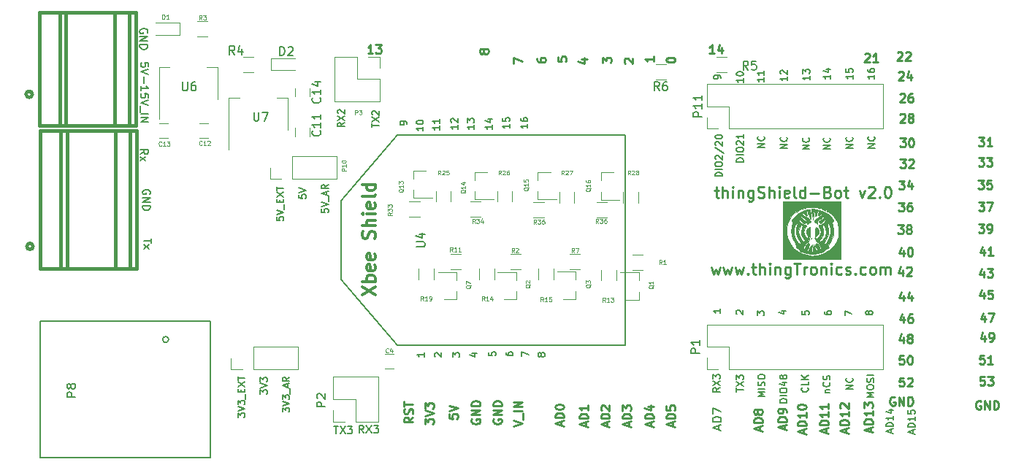
<source format=gbr>
G04 #@! TF.FileFunction,Legend,Top*
%FSLAX46Y46*%
G04 Gerber Fmt 4.6, Leading zero omitted, Abs format (unit mm)*
G04 Created by KiCad (PCBNEW 4.0.4-stable) date 05/31/17 10:55:34*
%MOMM*%
%LPD*%
G01*
G04 APERTURE LIST*
%ADD10C,0.100000*%
%ADD11C,0.250000*%
%ADD12C,0.300000*%
%ADD13C,0.200000*%
%ADD14C,0.120000*%
%ADD15C,0.381000*%
%ADD16C,0.150000*%
%ADD17C,0.010000*%
G04 APERTURE END LIST*
D10*
D11*
X172147619Y-73785714D02*
X172100000Y-73738095D01*
X172052381Y-73642857D01*
X172052381Y-73404761D01*
X172100000Y-73309523D01*
X172147619Y-73261904D01*
X172242857Y-73214285D01*
X172338095Y-73214285D01*
X172480952Y-73261904D01*
X173052381Y-73833333D01*
X173052381Y-73214285D01*
X169552381Y-73733333D02*
X169552381Y-73114285D01*
X169933333Y-73447619D01*
X169933333Y-73304761D01*
X169980952Y-73209523D01*
X170028571Y-73161904D01*
X170123810Y-73114285D01*
X170361905Y-73114285D01*
X170457143Y-73161904D01*
X170504762Y-73209523D01*
X170552381Y-73304761D01*
X170552381Y-73590476D01*
X170504762Y-73685714D01*
X170457143Y-73733333D01*
X167085714Y-73309523D02*
X167752381Y-73309523D01*
X166704762Y-73547619D02*
X167419048Y-73785714D01*
X167419048Y-73166666D01*
X164352381Y-73061904D02*
X164352381Y-73538095D01*
X164828571Y-73585714D01*
X164780952Y-73538095D01*
X164733333Y-73442857D01*
X164733333Y-73204761D01*
X164780952Y-73109523D01*
X164828571Y-73061904D01*
X164923810Y-73014285D01*
X165161905Y-73014285D01*
X165257143Y-73061904D01*
X165304762Y-73109523D01*
X165352381Y-73204761D01*
X165352381Y-73442857D01*
X165304762Y-73538095D01*
X165257143Y-73585714D01*
X161952381Y-73209523D02*
X161952381Y-73400000D01*
X162000000Y-73495238D01*
X162047619Y-73542857D01*
X162190476Y-73638095D01*
X162380952Y-73685714D01*
X162761905Y-73685714D01*
X162857143Y-73638095D01*
X162904762Y-73590476D01*
X162952381Y-73495238D01*
X162952381Y-73304761D01*
X162904762Y-73209523D01*
X162857143Y-73161904D01*
X162761905Y-73114285D01*
X162523810Y-73114285D01*
X162428571Y-73161904D01*
X162380952Y-73209523D01*
X162333333Y-73304761D01*
X162333333Y-73495238D01*
X162380952Y-73590476D01*
X162428571Y-73638095D01*
X162523810Y-73685714D01*
D12*
X141678571Y-100699999D02*
X143178571Y-99699999D01*
X141678571Y-99699999D02*
X143178571Y-100699999D01*
X143178571Y-99128571D02*
X141678571Y-99128571D01*
X142250000Y-99128571D02*
X142178571Y-98985714D01*
X142178571Y-98700000D01*
X142250000Y-98557143D01*
X142321429Y-98485714D01*
X142464286Y-98414285D01*
X142892857Y-98414285D01*
X143035714Y-98485714D01*
X143107143Y-98557143D01*
X143178571Y-98700000D01*
X143178571Y-98985714D01*
X143107143Y-99128571D01*
X143107143Y-97200000D02*
X143178571Y-97342857D01*
X143178571Y-97628571D01*
X143107143Y-97771428D01*
X142964286Y-97842857D01*
X142392857Y-97842857D01*
X142250000Y-97771428D01*
X142178571Y-97628571D01*
X142178571Y-97342857D01*
X142250000Y-97200000D01*
X142392857Y-97128571D01*
X142535714Y-97128571D01*
X142678571Y-97842857D01*
X143107143Y-95914286D02*
X143178571Y-96057143D01*
X143178571Y-96342857D01*
X143107143Y-96485714D01*
X142964286Y-96557143D01*
X142392857Y-96557143D01*
X142250000Y-96485714D01*
X142178571Y-96342857D01*
X142178571Y-96057143D01*
X142250000Y-95914286D01*
X142392857Y-95842857D01*
X142535714Y-95842857D01*
X142678571Y-96557143D01*
X143107143Y-94128572D02*
X143178571Y-93914286D01*
X143178571Y-93557143D01*
X143107143Y-93414286D01*
X143035714Y-93342857D01*
X142892857Y-93271429D01*
X142750000Y-93271429D01*
X142607143Y-93342857D01*
X142535714Y-93414286D01*
X142464286Y-93557143D01*
X142392857Y-93842857D01*
X142321429Y-93985715D01*
X142250000Y-94057143D01*
X142107143Y-94128572D01*
X141964286Y-94128572D01*
X141821429Y-94057143D01*
X141750000Y-93985715D01*
X141678571Y-93842857D01*
X141678571Y-93485715D01*
X141750000Y-93271429D01*
X143178571Y-92628572D02*
X141678571Y-92628572D01*
X143178571Y-91985715D02*
X142392857Y-91985715D01*
X142250000Y-92057144D01*
X142178571Y-92200001D01*
X142178571Y-92414286D01*
X142250000Y-92557144D01*
X142321429Y-92628572D01*
X143178571Y-91271429D02*
X142178571Y-91271429D01*
X141678571Y-91271429D02*
X141750000Y-91342858D01*
X141821429Y-91271429D01*
X141750000Y-91200001D01*
X141678571Y-91271429D01*
X141821429Y-91271429D01*
X143107143Y-89985715D02*
X143178571Y-90128572D01*
X143178571Y-90414286D01*
X143107143Y-90557143D01*
X142964286Y-90628572D01*
X142392857Y-90628572D01*
X142250000Y-90557143D01*
X142178571Y-90414286D01*
X142178571Y-90128572D01*
X142250000Y-89985715D01*
X142392857Y-89914286D01*
X142535714Y-89914286D01*
X142678571Y-90628572D01*
X143178571Y-89057143D02*
X143107143Y-89200001D01*
X142964286Y-89271429D01*
X141678571Y-89271429D01*
X143178571Y-87842858D02*
X141678571Y-87842858D01*
X143107143Y-87842858D02*
X143178571Y-87985715D01*
X143178571Y-88271429D01*
X143107143Y-88414287D01*
X143035714Y-88485715D01*
X142892857Y-88557144D01*
X142464286Y-88557144D01*
X142321429Y-88485715D01*
X142250000Y-88414287D01*
X142178571Y-88271429D01*
X142178571Y-87985715D01*
X142250000Y-87842858D01*
D13*
X201061905Y-75152381D02*
X201061905Y-75609524D01*
X201061905Y-75380953D02*
X200261905Y-75380953D01*
X200376190Y-75457143D01*
X200452381Y-75533334D01*
X200490476Y-75609524D01*
X200261905Y-74466667D02*
X200261905Y-74619048D01*
X200300000Y-74695238D01*
X200338095Y-74733333D01*
X200452381Y-74809524D01*
X200604762Y-74847619D01*
X200909524Y-74847619D01*
X200985714Y-74809524D01*
X201023810Y-74771429D01*
X201061905Y-74695238D01*
X201061905Y-74542857D01*
X201023810Y-74466667D01*
X200985714Y-74428571D01*
X200909524Y-74390476D01*
X200719048Y-74390476D01*
X200642857Y-74428571D01*
X200604762Y-74466667D01*
X200566667Y-74542857D01*
X200566667Y-74695238D01*
X200604762Y-74771429D01*
X200642857Y-74809524D01*
X200719048Y-74847619D01*
X198561905Y-75152381D02*
X198561905Y-75609524D01*
X198561905Y-75380953D02*
X197761905Y-75380953D01*
X197876190Y-75457143D01*
X197952381Y-75533334D01*
X197990476Y-75609524D01*
X197761905Y-74428571D02*
X197761905Y-74809524D01*
X198142857Y-74847619D01*
X198104762Y-74809524D01*
X198066667Y-74733333D01*
X198066667Y-74542857D01*
X198104762Y-74466667D01*
X198142857Y-74428571D01*
X198219048Y-74390476D01*
X198409524Y-74390476D01*
X198485714Y-74428571D01*
X198523810Y-74466667D01*
X198561905Y-74542857D01*
X198561905Y-74733333D01*
X198523810Y-74809524D01*
X198485714Y-74847619D01*
X195961905Y-75152381D02*
X195961905Y-75609524D01*
X195961905Y-75380953D02*
X195161905Y-75380953D01*
X195276190Y-75457143D01*
X195352381Y-75533334D01*
X195390476Y-75609524D01*
X195428571Y-74466667D02*
X195961905Y-74466667D01*
X195123810Y-74657143D02*
X195695238Y-74847619D01*
X195695238Y-74352381D01*
X193561905Y-75252381D02*
X193561905Y-75709524D01*
X193561905Y-75480953D02*
X192761905Y-75480953D01*
X192876190Y-75557143D01*
X192952381Y-75633334D01*
X192990476Y-75709524D01*
X192761905Y-74985714D02*
X192761905Y-74490476D01*
X193066667Y-74757143D01*
X193066667Y-74642857D01*
X193104762Y-74566667D01*
X193142857Y-74528571D01*
X193219048Y-74490476D01*
X193409524Y-74490476D01*
X193485714Y-74528571D01*
X193523810Y-74566667D01*
X193561905Y-74642857D01*
X193561905Y-74871429D01*
X193523810Y-74947619D01*
X193485714Y-74985714D01*
X190961905Y-75352381D02*
X190961905Y-75809524D01*
X190961905Y-75580953D02*
X190161905Y-75580953D01*
X190276190Y-75657143D01*
X190352381Y-75733334D01*
X190390476Y-75809524D01*
X190238095Y-75047619D02*
X190200000Y-75009524D01*
X190161905Y-74933333D01*
X190161905Y-74742857D01*
X190200000Y-74666667D01*
X190238095Y-74628571D01*
X190314286Y-74590476D01*
X190390476Y-74590476D01*
X190504762Y-74628571D01*
X190961905Y-75085714D01*
X190961905Y-74590476D01*
X188261905Y-75452381D02*
X188261905Y-75909524D01*
X188261905Y-75680953D02*
X187461905Y-75680953D01*
X187576190Y-75757143D01*
X187652381Y-75833334D01*
X187690476Y-75909524D01*
X188261905Y-74690476D02*
X188261905Y-75147619D01*
X188261905Y-74919048D02*
X187461905Y-74919048D01*
X187576190Y-74995238D01*
X187652381Y-75071429D01*
X187690476Y-75147619D01*
X185861905Y-75552381D02*
X185861905Y-76009524D01*
X185861905Y-75780953D02*
X185061905Y-75780953D01*
X185176190Y-75857143D01*
X185252381Y-75933334D01*
X185290476Y-76009524D01*
X185061905Y-75057143D02*
X185061905Y-74980952D01*
X185100000Y-74904762D01*
X185138095Y-74866667D01*
X185214286Y-74828571D01*
X185366667Y-74790476D01*
X185557143Y-74790476D01*
X185709524Y-74828571D01*
X185785714Y-74866667D01*
X185823810Y-74904762D01*
X185861905Y-74980952D01*
X185861905Y-75057143D01*
X185823810Y-75133333D01*
X185785714Y-75171429D01*
X185709524Y-75209524D01*
X185557143Y-75247619D01*
X185366667Y-75247619D01*
X185214286Y-75209524D01*
X185138095Y-75171429D01*
X185100000Y-75133333D01*
X185061905Y-75057143D01*
X183261905Y-75552381D02*
X183261905Y-75400000D01*
X183223810Y-75323809D01*
X183185714Y-75285714D01*
X183071429Y-75209523D01*
X182919048Y-75171428D01*
X182614286Y-75171428D01*
X182538095Y-75209523D01*
X182500000Y-75247619D01*
X182461905Y-75323809D01*
X182461905Y-75476190D01*
X182500000Y-75552381D01*
X182538095Y-75590476D01*
X182614286Y-75628571D01*
X182804762Y-75628571D01*
X182880952Y-75590476D01*
X182919048Y-75552381D01*
X182957143Y-75476190D01*
X182957143Y-75323809D01*
X182919048Y-75247619D01*
X182880952Y-75209523D01*
X182804762Y-75171428D01*
X160861905Y-80852381D02*
X160861905Y-81309524D01*
X160861905Y-81080953D02*
X160061905Y-81080953D01*
X160176190Y-81157143D01*
X160252381Y-81233334D01*
X160290476Y-81309524D01*
X160061905Y-80166667D02*
X160061905Y-80319048D01*
X160100000Y-80395238D01*
X160138095Y-80433333D01*
X160252381Y-80509524D01*
X160404762Y-80547619D01*
X160709524Y-80547619D01*
X160785714Y-80509524D01*
X160823810Y-80471429D01*
X160861905Y-80395238D01*
X160861905Y-80242857D01*
X160823810Y-80166667D01*
X160785714Y-80128571D01*
X160709524Y-80090476D01*
X160519048Y-80090476D01*
X160442857Y-80128571D01*
X160404762Y-80166667D01*
X160366667Y-80242857D01*
X160366667Y-80395238D01*
X160404762Y-80471429D01*
X160442857Y-80509524D01*
X160519048Y-80547619D01*
X158761905Y-80852381D02*
X158761905Y-81309524D01*
X158761905Y-81080953D02*
X157961905Y-81080953D01*
X158076190Y-81157143D01*
X158152381Y-81233334D01*
X158190476Y-81309524D01*
X157961905Y-80128571D02*
X157961905Y-80509524D01*
X158342857Y-80547619D01*
X158304762Y-80509524D01*
X158266667Y-80433333D01*
X158266667Y-80242857D01*
X158304762Y-80166667D01*
X158342857Y-80128571D01*
X158419048Y-80090476D01*
X158609524Y-80090476D01*
X158685714Y-80128571D01*
X158723810Y-80166667D01*
X158761905Y-80242857D01*
X158761905Y-80433333D01*
X158723810Y-80509524D01*
X158685714Y-80547619D01*
X156761905Y-80952381D02*
X156761905Y-81409524D01*
X156761905Y-81180953D02*
X155961905Y-81180953D01*
X156076190Y-81257143D01*
X156152381Y-81333334D01*
X156190476Y-81409524D01*
X156228571Y-80266667D02*
X156761905Y-80266667D01*
X155923810Y-80457143D02*
X156495238Y-80647619D01*
X156495238Y-80152381D01*
X154661905Y-80952381D02*
X154661905Y-81409524D01*
X154661905Y-81180953D02*
X153861905Y-81180953D01*
X153976190Y-81257143D01*
X154052381Y-81333334D01*
X154090476Y-81409524D01*
X153861905Y-80685714D02*
X153861905Y-80190476D01*
X154166667Y-80457143D01*
X154166667Y-80342857D01*
X154204762Y-80266667D01*
X154242857Y-80228571D01*
X154319048Y-80190476D01*
X154509524Y-80190476D01*
X154585714Y-80228571D01*
X154623810Y-80266667D01*
X154661905Y-80342857D01*
X154661905Y-80571429D01*
X154623810Y-80647619D01*
X154585714Y-80685714D01*
X152761905Y-80952381D02*
X152761905Y-81409524D01*
X152761905Y-81180953D02*
X151961905Y-81180953D01*
X152076190Y-81257143D01*
X152152381Y-81333334D01*
X152190476Y-81409524D01*
X152038095Y-80647619D02*
X152000000Y-80609524D01*
X151961905Y-80533333D01*
X151961905Y-80342857D01*
X152000000Y-80266667D01*
X152038095Y-80228571D01*
X152114286Y-80190476D01*
X152190476Y-80190476D01*
X152304762Y-80228571D01*
X152761905Y-80685714D01*
X152761905Y-80190476D01*
X150661905Y-81052381D02*
X150661905Y-81509524D01*
X150661905Y-81280953D02*
X149861905Y-81280953D01*
X149976190Y-81357143D01*
X150052381Y-81433334D01*
X150090476Y-81509524D01*
X150661905Y-80290476D02*
X150661905Y-80747619D01*
X150661905Y-80519048D02*
X149861905Y-80519048D01*
X149976190Y-80595238D01*
X150052381Y-80671429D01*
X150090476Y-80747619D01*
X148761905Y-81152381D02*
X148761905Y-81609524D01*
X148761905Y-81380953D02*
X147961905Y-81380953D01*
X148076190Y-81457143D01*
X148152381Y-81533334D01*
X148190476Y-81609524D01*
X147961905Y-80657143D02*
X147961905Y-80580952D01*
X148000000Y-80504762D01*
X148038095Y-80466667D01*
X148114286Y-80428571D01*
X148266667Y-80390476D01*
X148457143Y-80390476D01*
X148609524Y-80428571D01*
X148685714Y-80466667D01*
X148723810Y-80504762D01*
X148761905Y-80580952D01*
X148761905Y-80657143D01*
X148723810Y-80733333D01*
X148685714Y-80771429D01*
X148609524Y-80809524D01*
X148457143Y-80847619D01*
X148266667Y-80847619D01*
X148114286Y-80809524D01*
X148038095Y-80771429D01*
X148000000Y-80733333D01*
X147961905Y-80657143D01*
X146861905Y-80852381D02*
X146861905Y-80700000D01*
X146823810Y-80623809D01*
X146785714Y-80585714D01*
X146671429Y-80509523D01*
X146519048Y-80471428D01*
X146214286Y-80471428D01*
X146138095Y-80509523D01*
X146100000Y-80547619D01*
X146061905Y-80623809D01*
X146061905Y-80776190D01*
X146100000Y-80852381D01*
X146138095Y-80890476D01*
X146214286Y-80928571D01*
X146404762Y-80928571D01*
X146480952Y-80890476D01*
X146519048Y-80852381D01*
X146557143Y-80776190D01*
X146557143Y-80623809D01*
X146519048Y-80547619D01*
X146480952Y-80509523D01*
X146404762Y-80471428D01*
X162404762Y-107676190D02*
X162366667Y-107752381D01*
X162328571Y-107790476D01*
X162252381Y-107828571D01*
X162214286Y-107828571D01*
X162138095Y-107790476D01*
X162100000Y-107752381D01*
X162061905Y-107676190D01*
X162061905Y-107523809D01*
X162100000Y-107447619D01*
X162138095Y-107409523D01*
X162214286Y-107371428D01*
X162252381Y-107371428D01*
X162328571Y-107409523D01*
X162366667Y-107447619D01*
X162404762Y-107523809D01*
X162404762Y-107676190D01*
X162442857Y-107752381D01*
X162480952Y-107790476D01*
X162557143Y-107828571D01*
X162709524Y-107828571D01*
X162785714Y-107790476D01*
X162823810Y-107752381D01*
X162861905Y-107676190D01*
X162861905Y-107523809D01*
X162823810Y-107447619D01*
X162785714Y-107409523D01*
X162709524Y-107371428D01*
X162557143Y-107371428D01*
X162480952Y-107409523D01*
X162442857Y-107447619D01*
X162404762Y-107523809D01*
X160161905Y-107766666D02*
X160161905Y-107233333D01*
X160961905Y-107576190D01*
X158361905Y-107347619D02*
X158361905Y-107500000D01*
X158400000Y-107576190D01*
X158438095Y-107614285D01*
X158552381Y-107690476D01*
X158704762Y-107728571D01*
X159009524Y-107728571D01*
X159085714Y-107690476D01*
X159123810Y-107652381D01*
X159161905Y-107576190D01*
X159161905Y-107423809D01*
X159123810Y-107347619D01*
X159085714Y-107309523D01*
X159009524Y-107271428D01*
X158819048Y-107271428D01*
X158742857Y-107309523D01*
X158704762Y-107347619D01*
X158666667Y-107423809D01*
X158666667Y-107576190D01*
X158704762Y-107652381D01*
X158742857Y-107690476D01*
X158819048Y-107728571D01*
X156361905Y-107309523D02*
X156361905Y-107690476D01*
X156742857Y-107728571D01*
X156704762Y-107690476D01*
X156666667Y-107614285D01*
X156666667Y-107423809D01*
X156704762Y-107347619D01*
X156742857Y-107309523D01*
X156819048Y-107271428D01*
X157009524Y-107271428D01*
X157085714Y-107309523D01*
X157123810Y-107347619D01*
X157161905Y-107423809D01*
X157161905Y-107614285D01*
X157123810Y-107690476D01*
X157085714Y-107728571D01*
X154428571Y-107447619D02*
X154961905Y-107447619D01*
X154123810Y-107638095D02*
X154695238Y-107828571D01*
X154695238Y-107333333D01*
X152161905Y-107866666D02*
X152161905Y-107371428D01*
X152466667Y-107638095D01*
X152466667Y-107523809D01*
X152504762Y-107447619D01*
X152542857Y-107409523D01*
X152619048Y-107371428D01*
X152809524Y-107371428D01*
X152885714Y-107409523D01*
X152923810Y-107447619D01*
X152961905Y-107523809D01*
X152961905Y-107752381D01*
X152923810Y-107828571D01*
X152885714Y-107866666D01*
X150138095Y-107828571D02*
X150100000Y-107790476D01*
X150061905Y-107714285D01*
X150061905Y-107523809D01*
X150100000Y-107447619D01*
X150138095Y-107409523D01*
X150214286Y-107371428D01*
X150290476Y-107371428D01*
X150404762Y-107409523D01*
X150861905Y-107866666D01*
X150861905Y-107371428D01*
X148861905Y-107371428D02*
X148861905Y-107828571D01*
X148861905Y-107600000D02*
X148061905Y-107600000D01*
X148176190Y-107676190D01*
X148252381Y-107752381D01*
X148290476Y-107828571D01*
D11*
X175452381Y-73014285D02*
X175452381Y-73585714D01*
X175452381Y-73300000D02*
X174452381Y-73300000D01*
X174595238Y-73395238D01*
X174690476Y-73490476D01*
X174738095Y-73585714D01*
X177666667Y-115914286D02*
X177666667Y-115438095D01*
X177952381Y-116009524D02*
X176952381Y-115676191D01*
X177952381Y-115342857D01*
X177952381Y-115009524D02*
X176952381Y-115009524D01*
X176952381Y-114771429D01*
X177000000Y-114628571D01*
X177095238Y-114533333D01*
X177190476Y-114485714D01*
X177380952Y-114438095D01*
X177523810Y-114438095D01*
X177714286Y-114485714D01*
X177809524Y-114533333D01*
X177904762Y-114628571D01*
X177952381Y-114771429D01*
X177952381Y-115009524D01*
X176952381Y-113533333D02*
X176952381Y-114009524D01*
X177428571Y-114057143D01*
X177380952Y-114009524D01*
X177333333Y-113914286D01*
X177333333Y-113676190D01*
X177380952Y-113580952D01*
X177428571Y-113533333D01*
X177523810Y-113485714D01*
X177761905Y-113485714D01*
X177857143Y-113533333D01*
X177904762Y-113580952D01*
X177952381Y-113676190D01*
X177952381Y-113914286D01*
X177904762Y-114009524D01*
X177857143Y-114057143D01*
X175166667Y-115914286D02*
X175166667Y-115438095D01*
X175452381Y-116009524D02*
X174452381Y-115676191D01*
X175452381Y-115342857D01*
X175452381Y-115009524D02*
X174452381Y-115009524D01*
X174452381Y-114771429D01*
X174500000Y-114628571D01*
X174595238Y-114533333D01*
X174690476Y-114485714D01*
X174880952Y-114438095D01*
X175023810Y-114438095D01*
X175214286Y-114485714D01*
X175309524Y-114533333D01*
X175404762Y-114628571D01*
X175452381Y-114771429D01*
X175452381Y-115009524D01*
X174785714Y-113580952D02*
X175452381Y-113580952D01*
X174404762Y-113819048D02*
X175119048Y-114057143D01*
X175119048Y-113438095D01*
X172566667Y-115914286D02*
X172566667Y-115438095D01*
X172852381Y-116009524D02*
X171852381Y-115676191D01*
X172852381Y-115342857D01*
X172852381Y-115009524D02*
X171852381Y-115009524D01*
X171852381Y-114771429D01*
X171900000Y-114628571D01*
X171995238Y-114533333D01*
X172090476Y-114485714D01*
X172280952Y-114438095D01*
X172423810Y-114438095D01*
X172614286Y-114485714D01*
X172709524Y-114533333D01*
X172804762Y-114628571D01*
X172852381Y-114771429D01*
X172852381Y-115009524D01*
X171852381Y-114104762D02*
X171852381Y-113485714D01*
X172233333Y-113819048D01*
X172233333Y-113676190D01*
X172280952Y-113580952D01*
X172328571Y-113533333D01*
X172423810Y-113485714D01*
X172661905Y-113485714D01*
X172757143Y-113533333D01*
X172804762Y-113580952D01*
X172852381Y-113676190D01*
X172852381Y-113961905D01*
X172804762Y-114057143D01*
X172757143Y-114104762D01*
X170066667Y-115914286D02*
X170066667Y-115438095D01*
X170352381Y-116009524D02*
X169352381Y-115676191D01*
X170352381Y-115342857D01*
X170352381Y-115009524D02*
X169352381Y-115009524D01*
X169352381Y-114771429D01*
X169400000Y-114628571D01*
X169495238Y-114533333D01*
X169590476Y-114485714D01*
X169780952Y-114438095D01*
X169923810Y-114438095D01*
X170114286Y-114485714D01*
X170209524Y-114533333D01*
X170304762Y-114628571D01*
X170352381Y-114771429D01*
X170352381Y-115009524D01*
X169447619Y-114057143D02*
X169400000Y-114009524D01*
X169352381Y-113914286D01*
X169352381Y-113676190D01*
X169400000Y-113580952D01*
X169447619Y-113533333D01*
X169542857Y-113485714D01*
X169638095Y-113485714D01*
X169780952Y-113533333D01*
X170352381Y-114104762D01*
X170352381Y-113485714D01*
X167566667Y-115914286D02*
X167566667Y-115438095D01*
X167852381Y-116009524D02*
X166852381Y-115676191D01*
X167852381Y-115342857D01*
X167852381Y-115009524D02*
X166852381Y-115009524D01*
X166852381Y-114771429D01*
X166900000Y-114628571D01*
X166995238Y-114533333D01*
X167090476Y-114485714D01*
X167280952Y-114438095D01*
X167423810Y-114438095D01*
X167614286Y-114485714D01*
X167709524Y-114533333D01*
X167804762Y-114628571D01*
X167852381Y-114771429D01*
X167852381Y-115009524D01*
X167852381Y-113485714D02*
X167852381Y-114057143D01*
X167852381Y-113771429D02*
X166852381Y-113771429D01*
X166995238Y-113866667D01*
X167090476Y-113961905D01*
X167138095Y-114057143D01*
X156900000Y-115061904D02*
X156852381Y-115157142D01*
X156852381Y-115299999D01*
X156900000Y-115442857D01*
X156995238Y-115538095D01*
X157090476Y-115585714D01*
X157280952Y-115633333D01*
X157423810Y-115633333D01*
X157614286Y-115585714D01*
X157709524Y-115538095D01*
X157804762Y-115442857D01*
X157852381Y-115299999D01*
X157852381Y-115204761D01*
X157804762Y-115061904D01*
X157757143Y-115014285D01*
X157423810Y-115014285D01*
X157423810Y-115204761D01*
X157852381Y-114585714D02*
X156852381Y-114585714D01*
X157852381Y-114014285D01*
X156852381Y-114014285D01*
X157852381Y-113538095D02*
X156852381Y-113538095D01*
X156852381Y-113300000D01*
X156900000Y-113157142D01*
X156995238Y-113061904D01*
X157090476Y-113014285D01*
X157280952Y-112966666D01*
X157423810Y-112966666D01*
X157614286Y-113014285D01*
X157709524Y-113061904D01*
X157804762Y-113157142D01*
X157852381Y-113300000D01*
X157852381Y-113538095D01*
X159252381Y-115876190D02*
X160252381Y-115542857D01*
X159252381Y-115209523D01*
X160347619Y-115114285D02*
X160347619Y-114352380D01*
X160252381Y-114114285D02*
X159252381Y-114114285D01*
X160252381Y-113638095D02*
X159252381Y-113638095D01*
X160252381Y-113066666D01*
X159252381Y-113066666D01*
X154400000Y-115061904D02*
X154352381Y-115157142D01*
X154352381Y-115299999D01*
X154400000Y-115442857D01*
X154495238Y-115538095D01*
X154590476Y-115585714D01*
X154780952Y-115633333D01*
X154923810Y-115633333D01*
X155114286Y-115585714D01*
X155209524Y-115538095D01*
X155304762Y-115442857D01*
X155352381Y-115299999D01*
X155352381Y-115204761D01*
X155304762Y-115061904D01*
X155257143Y-115014285D01*
X154923810Y-115014285D01*
X154923810Y-115204761D01*
X155352381Y-114585714D02*
X154352381Y-114585714D01*
X155352381Y-114014285D01*
X154352381Y-114014285D01*
X155352381Y-113538095D02*
X154352381Y-113538095D01*
X154352381Y-113300000D01*
X154400000Y-113157142D01*
X154495238Y-113061904D01*
X154590476Y-113014285D01*
X154780952Y-112966666D01*
X154923810Y-112966666D01*
X155114286Y-113014285D01*
X155209524Y-113061904D01*
X155304762Y-113157142D01*
X155352381Y-113300000D01*
X155352381Y-113538095D01*
X151752381Y-114490476D02*
X151752381Y-114966667D01*
X152228571Y-115014286D01*
X152180952Y-114966667D01*
X152133333Y-114871429D01*
X152133333Y-114633333D01*
X152180952Y-114538095D01*
X152228571Y-114490476D01*
X152323810Y-114442857D01*
X152561905Y-114442857D01*
X152657143Y-114490476D01*
X152704762Y-114538095D01*
X152752381Y-114633333D01*
X152752381Y-114871429D01*
X152704762Y-114966667D01*
X152657143Y-115014286D01*
X151752381Y-114157143D02*
X152752381Y-113823810D01*
X151752381Y-113490476D01*
X148952381Y-115638095D02*
X148952381Y-115019047D01*
X149333333Y-115352381D01*
X149333333Y-115209523D01*
X149380952Y-115114285D01*
X149428571Y-115066666D01*
X149523810Y-115019047D01*
X149761905Y-115019047D01*
X149857143Y-115066666D01*
X149904762Y-115114285D01*
X149952381Y-115209523D01*
X149952381Y-115495238D01*
X149904762Y-115590476D01*
X149857143Y-115638095D01*
X148952381Y-114733333D02*
X149952381Y-114400000D01*
X148952381Y-114066666D01*
X148952381Y-113828571D02*
X148952381Y-113209523D01*
X149333333Y-113542857D01*
X149333333Y-113399999D01*
X149380952Y-113304761D01*
X149428571Y-113257142D01*
X149523810Y-113209523D01*
X149761905Y-113209523D01*
X149857143Y-113257142D01*
X149904762Y-113304761D01*
X149952381Y-113399999D01*
X149952381Y-113685714D01*
X149904762Y-113780952D01*
X149857143Y-113828571D01*
X182200000Y-97421429D02*
X182447619Y-98288095D01*
X182695238Y-97669048D01*
X182942857Y-98288095D01*
X183190476Y-97421429D01*
X183561905Y-97421429D02*
X183809524Y-98288095D01*
X184057143Y-97669048D01*
X184304762Y-98288095D01*
X184552381Y-97421429D01*
X184923810Y-97421429D02*
X185171429Y-98288095D01*
X185419048Y-97669048D01*
X185666667Y-98288095D01*
X185914286Y-97421429D01*
X186409525Y-98164286D02*
X186471430Y-98226190D01*
X186409525Y-98288095D01*
X186347620Y-98226190D01*
X186409525Y-98164286D01*
X186409525Y-98288095D01*
X186842859Y-97421429D02*
X187338097Y-97421429D01*
X187028573Y-96988095D02*
X187028573Y-98102381D01*
X187090478Y-98226190D01*
X187214287Y-98288095D01*
X187338097Y-98288095D01*
X187771430Y-98288095D02*
X187771430Y-96988095D01*
X188328573Y-98288095D02*
X188328573Y-97607143D01*
X188266668Y-97483333D01*
X188142858Y-97421429D01*
X187957144Y-97421429D01*
X187833335Y-97483333D01*
X187771430Y-97545238D01*
X188947620Y-98288095D02*
X188947620Y-97421429D01*
X188947620Y-96988095D02*
X188885715Y-97050000D01*
X188947620Y-97111905D01*
X189009525Y-97050000D01*
X188947620Y-96988095D01*
X188947620Y-97111905D01*
X189566668Y-97421429D02*
X189566668Y-98288095D01*
X189566668Y-97545238D02*
X189628573Y-97483333D01*
X189752382Y-97421429D01*
X189938096Y-97421429D01*
X190061906Y-97483333D01*
X190123811Y-97607143D01*
X190123811Y-98288095D01*
X191300001Y-97421429D02*
X191300001Y-98473810D01*
X191238096Y-98597619D01*
X191176191Y-98659524D01*
X191052382Y-98721429D01*
X190866667Y-98721429D01*
X190742858Y-98659524D01*
X191300001Y-98226190D02*
X191176191Y-98288095D01*
X190928572Y-98288095D01*
X190804763Y-98226190D01*
X190742858Y-98164286D01*
X190680953Y-98040476D01*
X190680953Y-97669048D01*
X190742858Y-97545238D01*
X190804763Y-97483333D01*
X190928572Y-97421429D01*
X191176191Y-97421429D01*
X191300001Y-97483333D01*
X191733334Y-96988095D02*
X192476191Y-96988095D01*
X192104762Y-98288095D02*
X192104762Y-96988095D01*
X192909524Y-98288095D02*
X192909524Y-97421429D01*
X192909524Y-97669048D02*
X192971429Y-97545238D01*
X193033333Y-97483333D01*
X193157143Y-97421429D01*
X193280952Y-97421429D01*
X193900000Y-98288095D02*
X193776191Y-98226190D01*
X193714286Y-98164286D01*
X193652381Y-98040476D01*
X193652381Y-97669048D01*
X193714286Y-97545238D01*
X193776191Y-97483333D01*
X193900000Y-97421429D01*
X194085714Y-97421429D01*
X194209524Y-97483333D01*
X194271429Y-97545238D01*
X194333333Y-97669048D01*
X194333333Y-98040476D01*
X194271429Y-98164286D01*
X194209524Y-98226190D01*
X194085714Y-98288095D01*
X193900000Y-98288095D01*
X194890476Y-97421429D02*
X194890476Y-98288095D01*
X194890476Y-97545238D02*
X194952381Y-97483333D01*
X195076190Y-97421429D01*
X195261904Y-97421429D01*
X195385714Y-97483333D01*
X195447619Y-97607143D01*
X195447619Y-98288095D01*
X196066666Y-98288095D02*
X196066666Y-97421429D01*
X196066666Y-96988095D02*
X196004761Y-97050000D01*
X196066666Y-97111905D01*
X196128571Y-97050000D01*
X196066666Y-96988095D01*
X196066666Y-97111905D01*
X197242857Y-98226190D02*
X197119047Y-98288095D01*
X196871428Y-98288095D01*
X196747619Y-98226190D01*
X196685714Y-98164286D01*
X196623809Y-98040476D01*
X196623809Y-97669048D01*
X196685714Y-97545238D01*
X196747619Y-97483333D01*
X196871428Y-97421429D01*
X197119047Y-97421429D01*
X197242857Y-97483333D01*
X197738095Y-98226190D02*
X197861905Y-98288095D01*
X198109524Y-98288095D01*
X198233333Y-98226190D01*
X198295238Y-98102381D01*
X198295238Y-98040476D01*
X198233333Y-97916667D01*
X198109524Y-97854762D01*
X197923809Y-97854762D01*
X197800000Y-97792857D01*
X197738095Y-97669048D01*
X197738095Y-97607143D01*
X197800000Y-97483333D01*
X197923809Y-97421429D01*
X198109524Y-97421429D01*
X198233333Y-97483333D01*
X198852381Y-98164286D02*
X198914286Y-98226190D01*
X198852381Y-98288095D01*
X198790476Y-98226190D01*
X198852381Y-98164286D01*
X198852381Y-98288095D01*
X200028572Y-98226190D02*
X199904762Y-98288095D01*
X199657143Y-98288095D01*
X199533334Y-98226190D01*
X199471429Y-98164286D01*
X199409524Y-98040476D01*
X199409524Y-97669048D01*
X199471429Y-97545238D01*
X199533334Y-97483333D01*
X199657143Y-97421429D01*
X199904762Y-97421429D01*
X200028572Y-97483333D01*
X200771429Y-98288095D02*
X200647620Y-98226190D01*
X200585715Y-98164286D01*
X200523810Y-98040476D01*
X200523810Y-97669048D01*
X200585715Y-97545238D01*
X200647620Y-97483333D01*
X200771429Y-97421429D01*
X200957143Y-97421429D01*
X201080953Y-97483333D01*
X201142858Y-97545238D01*
X201204762Y-97669048D01*
X201204762Y-98040476D01*
X201142858Y-98164286D01*
X201080953Y-98226190D01*
X200957143Y-98288095D01*
X200771429Y-98288095D01*
X201761905Y-98288095D02*
X201761905Y-97421429D01*
X201761905Y-97545238D02*
X201823810Y-97483333D01*
X201947619Y-97421429D01*
X202133333Y-97421429D01*
X202257143Y-97483333D01*
X202319048Y-97607143D01*
X202319048Y-98288095D01*
X202319048Y-97607143D02*
X202380952Y-97483333D01*
X202504762Y-97421429D01*
X202690476Y-97421429D01*
X202814286Y-97483333D01*
X202876191Y-97607143D01*
X202876191Y-98288095D01*
X182543812Y-88531429D02*
X183039050Y-88531429D01*
X182729526Y-88098095D02*
X182729526Y-89212381D01*
X182791431Y-89336190D01*
X182915240Y-89398095D01*
X183039050Y-89398095D01*
X183472383Y-89398095D02*
X183472383Y-88098095D01*
X184029526Y-89398095D02*
X184029526Y-88717143D01*
X183967621Y-88593333D01*
X183843811Y-88531429D01*
X183658097Y-88531429D01*
X183534288Y-88593333D01*
X183472383Y-88655238D01*
X184648573Y-89398095D02*
X184648573Y-88531429D01*
X184648573Y-88098095D02*
X184586668Y-88160000D01*
X184648573Y-88221905D01*
X184710478Y-88160000D01*
X184648573Y-88098095D01*
X184648573Y-88221905D01*
X185267621Y-88531429D02*
X185267621Y-89398095D01*
X185267621Y-88655238D02*
X185329526Y-88593333D01*
X185453335Y-88531429D01*
X185639049Y-88531429D01*
X185762859Y-88593333D01*
X185824764Y-88717143D01*
X185824764Y-89398095D01*
X187000954Y-88531429D02*
X187000954Y-89583810D01*
X186939049Y-89707619D01*
X186877144Y-89769524D01*
X186753335Y-89831429D01*
X186567620Y-89831429D01*
X186443811Y-89769524D01*
X187000954Y-89336190D02*
X186877144Y-89398095D01*
X186629525Y-89398095D01*
X186505716Y-89336190D01*
X186443811Y-89274286D01*
X186381906Y-89150476D01*
X186381906Y-88779048D01*
X186443811Y-88655238D01*
X186505716Y-88593333D01*
X186629525Y-88531429D01*
X186877144Y-88531429D01*
X187000954Y-88593333D01*
X187558096Y-89336190D02*
X187743810Y-89398095D01*
X188053334Y-89398095D01*
X188177144Y-89336190D01*
X188239048Y-89274286D01*
X188300953Y-89150476D01*
X188300953Y-89026667D01*
X188239048Y-88902857D01*
X188177144Y-88840952D01*
X188053334Y-88779048D01*
X187805715Y-88717143D01*
X187681906Y-88655238D01*
X187620001Y-88593333D01*
X187558096Y-88469524D01*
X187558096Y-88345714D01*
X187620001Y-88221905D01*
X187681906Y-88160000D01*
X187805715Y-88098095D01*
X188115239Y-88098095D01*
X188300953Y-88160000D01*
X188858096Y-89398095D02*
X188858096Y-88098095D01*
X189415239Y-89398095D02*
X189415239Y-88717143D01*
X189353334Y-88593333D01*
X189229524Y-88531429D01*
X189043810Y-88531429D01*
X188920001Y-88593333D01*
X188858096Y-88655238D01*
X190034286Y-89398095D02*
X190034286Y-88531429D01*
X190034286Y-88098095D02*
X189972381Y-88160000D01*
X190034286Y-88221905D01*
X190096191Y-88160000D01*
X190034286Y-88098095D01*
X190034286Y-88221905D01*
X191148572Y-89336190D02*
X191024762Y-89398095D01*
X190777143Y-89398095D01*
X190653334Y-89336190D01*
X190591429Y-89212381D01*
X190591429Y-88717143D01*
X190653334Y-88593333D01*
X190777143Y-88531429D01*
X191024762Y-88531429D01*
X191148572Y-88593333D01*
X191210477Y-88717143D01*
X191210477Y-88840952D01*
X190591429Y-88964762D01*
X191953334Y-89398095D02*
X191829525Y-89336190D01*
X191767620Y-89212381D01*
X191767620Y-88098095D01*
X193005715Y-89398095D02*
X193005715Y-88098095D01*
X193005715Y-89336190D02*
X192881905Y-89398095D01*
X192634286Y-89398095D01*
X192510477Y-89336190D01*
X192448572Y-89274286D01*
X192386667Y-89150476D01*
X192386667Y-88779048D01*
X192448572Y-88655238D01*
X192510477Y-88593333D01*
X192634286Y-88531429D01*
X192881905Y-88531429D01*
X193005715Y-88593333D01*
X193624762Y-88902857D02*
X194615238Y-88902857D01*
X195667619Y-88717143D02*
X195853333Y-88779048D01*
X195915238Y-88840952D01*
X195977143Y-88964762D01*
X195977143Y-89150476D01*
X195915238Y-89274286D01*
X195853333Y-89336190D01*
X195729524Y-89398095D01*
X195234286Y-89398095D01*
X195234286Y-88098095D01*
X195667619Y-88098095D01*
X195791429Y-88160000D01*
X195853333Y-88221905D01*
X195915238Y-88345714D01*
X195915238Y-88469524D01*
X195853333Y-88593333D01*
X195791429Y-88655238D01*
X195667619Y-88717143D01*
X195234286Y-88717143D01*
X196720000Y-89398095D02*
X196596191Y-89336190D01*
X196534286Y-89274286D01*
X196472381Y-89150476D01*
X196472381Y-88779048D01*
X196534286Y-88655238D01*
X196596191Y-88593333D01*
X196720000Y-88531429D01*
X196905714Y-88531429D01*
X197029524Y-88593333D01*
X197091429Y-88655238D01*
X197153333Y-88779048D01*
X197153333Y-89150476D01*
X197091429Y-89274286D01*
X197029524Y-89336190D01*
X196905714Y-89398095D01*
X196720000Y-89398095D01*
X197524762Y-88531429D02*
X198020000Y-88531429D01*
X197710476Y-88098095D02*
X197710476Y-89212381D01*
X197772381Y-89336190D01*
X197896190Y-89398095D01*
X198020000Y-89398095D01*
X199319999Y-88531429D02*
X199629523Y-89398095D01*
X199939047Y-88531429D01*
X200372380Y-88221905D02*
X200434285Y-88160000D01*
X200558094Y-88098095D01*
X200867618Y-88098095D01*
X200991428Y-88160000D01*
X201053332Y-88221905D01*
X201115237Y-88345714D01*
X201115237Y-88469524D01*
X201053332Y-88655238D01*
X200310475Y-89398095D01*
X201115237Y-89398095D01*
X201672380Y-89274286D02*
X201734285Y-89336190D01*
X201672380Y-89398095D01*
X201610475Y-89336190D01*
X201672380Y-89274286D01*
X201672380Y-89398095D01*
X202539047Y-88098095D02*
X202662856Y-88098095D01*
X202786666Y-88160000D01*
X202848571Y-88221905D01*
X202910475Y-88345714D01*
X202972380Y-88593333D01*
X202972380Y-88902857D01*
X202910475Y-89150476D01*
X202848571Y-89274286D01*
X202786666Y-89336190D01*
X202662856Y-89398095D01*
X202539047Y-89398095D01*
X202415237Y-89336190D01*
X202353333Y-89274286D01*
X202291428Y-89150476D01*
X202229523Y-88902857D01*
X202229523Y-88593333D01*
X202291428Y-88345714D01*
X202353333Y-88221905D01*
X202415237Y-88160000D01*
X202539047Y-88098095D01*
D13*
X119246699Y-105850000D02*
G75*
G03X119246699Y-105850000I-346699J0D01*
G01*
X136961905Y-90699999D02*
X136961905Y-91080952D01*
X137342857Y-91119047D01*
X137304762Y-91080952D01*
X137266667Y-91004761D01*
X137266667Y-90814285D01*
X137304762Y-90738095D01*
X137342857Y-90699999D01*
X137419048Y-90661904D01*
X137609524Y-90661904D01*
X137685714Y-90699999D01*
X137723810Y-90738095D01*
X137761905Y-90814285D01*
X137761905Y-91004761D01*
X137723810Y-91080952D01*
X137685714Y-91119047D01*
X136961905Y-90433333D02*
X137761905Y-90166666D01*
X136961905Y-89899999D01*
X137838095Y-89823809D02*
X137838095Y-89214285D01*
X137533333Y-89061904D02*
X137533333Y-88680952D01*
X137761905Y-89138095D02*
X136961905Y-88871428D01*
X137761905Y-88604761D01*
X137761905Y-87880952D02*
X137380952Y-88147619D01*
X137761905Y-88338095D02*
X136961905Y-88338095D01*
X136961905Y-88033333D01*
X137000000Y-87957142D01*
X137038095Y-87919047D01*
X137114286Y-87880952D01*
X137228571Y-87880952D01*
X137304762Y-87919047D01*
X137342857Y-87957142D01*
X137380952Y-88033333D01*
X137380952Y-88338095D01*
X134361905Y-89052380D02*
X134361905Y-89433333D01*
X134742857Y-89471428D01*
X134704762Y-89433333D01*
X134666667Y-89357142D01*
X134666667Y-89166666D01*
X134704762Y-89090476D01*
X134742857Y-89052380D01*
X134819048Y-89014285D01*
X135009524Y-89014285D01*
X135085714Y-89052380D01*
X135123810Y-89090476D01*
X135161905Y-89166666D01*
X135161905Y-89357142D01*
X135123810Y-89433333D01*
X135085714Y-89471428D01*
X134361905Y-88785714D02*
X135161905Y-88519047D01*
X134361905Y-88252380D01*
X131761905Y-91604762D02*
X131761905Y-91985715D01*
X132142857Y-92023810D01*
X132104762Y-91985715D01*
X132066667Y-91909524D01*
X132066667Y-91719048D01*
X132104762Y-91642858D01*
X132142857Y-91604762D01*
X132219048Y-91566667D01*
X132409524Y-91566667D01*
X132485714Y-91604762D01*
X132523810Y-91642858D01*
X132561905Y-91719048D01*
X132561905Y-91909524D01*
X132523810Y-91985715D01*
X132485714Y-92023810D01*
X131761905Y-91338096D02*
X132561905Y-91071429D01*
X131761905Y-90804762D01*
X132638095Y-90728572D02*
X132638095Y-90119048D01*
X132142857Y-89928572D02*
X132142857Y-89661905D01*
X132561905Y-89547619D02*
X132561905Y-89928572D01*
X131761905Y-89928572D01*
X131761905Y-89547619D01*
X131761905Y-89280952D02*
X132561905Y-88747619D01*
X131761905Y-88747619D02*
X132561905Y-89280952D01*
X131761905Y-88557143D02*
X131761905Y-88100000D01*
X132561905Y-88328571D02*
X131761905Y-88328571D01*
X132461905Y-114238095D02*
X132461905Y-113742857D01*
X132766667Y-114009524D01*
X132766667Y-113895238D01*
X132804762Y-113819048D01*
X132842857Y-113780952D01*
X132919048Y-113742857D01*
X133109524Y-113742857D01*
X133185714Y-113780952D01*
X133223810Y-113819048D01*
X133261905Y-113895238D01*
X133261905Y-114123810D01*
X133223810Y-114200000D01*
X133185714Y-114238095D01*
X132461905Y-113514286D02*
X133261905Y-113247619D01*
X132461905Y-112980952D01*
X132461905Y-112790476D02*
X132461905Y-112295238D01*
X132766667Y-112561905D01*
X132766667Y-112447619D01*
X132804762Y-112371429D01*
X132842857Y-112333333D01*
X132919048Y-112295238D01*
X133109524Y-112295238D01*
X133185714Y-112333333D01*
X133223810Y-112371429D01*
X133261905Y-112447619D01*
X133261905Y-112676191D01*
X133223810Y-112752381D01*
X133185714Y-112790476D01*
X133338095Y-112142857D02*
X133338095Y-111533333D01*
X133033333Y-111380952D02*
X133033333Y-111000000D01*
X133261905Y-111457143D02*
X132461905Y-111190476D01*
X133261905Y-110923809D01*
X133261905Y-110200000D02*
X132880952Y-110466667D01*
X133261905Y-110657143D02*
X132461905Y-110657143D01*
X132461905Y-110352381D01*
X132500000Y-110276190D01*
X132538095Y-110238095D01*
X132614286Y-110200000D01*
X132728571Y-110200000D01*
X132804762Y-110238095D01*
X132842857Y-110276190D01*
X132880952Y-110352381D01*
X132880952Y-110657143D01*
X129861905Y-112190476D02*
X129861905Y-111695238D01*
X130166667Y-111961905D01*
X130166667Y-111847619D01*
X130204762Y-111771429D01*
X130242857Y-111733333D01*
X130319048Y-111695238D01*
X130509524Y-111695238D01*
X130585714Y-111733333D01*
X130623810Y-111771429D01*
X130661905Y-111847619D01*
X130661905Y-112076191D01*
X130623810Y-112152381D01*
X130585714Y-112190476D01*
X129861905Y-111466667D02*
X130661905Y-111200000D01*
X129861905Y-110933333D01*
X129861905Y-110742857D02*
X129861905Y-110247619D01*
X130166667Y-110514286D01*
X130166667Y-110400000D01*
X130204762Y-110323810D01*
X130242857Y-110285714D01*
X130319048Y-110247619D01*
X130509524Y-110247619D01*
X130585714Y-110285714D01*
X130623810Y-110323810D01*
X130661905Y-110400000D01*
X130661905Y-110628572D01*
X130623810Y-110704762D01*
X130585714Y-110742857D01*
X127261905Y-114842857D02*
X127261905Y-114347619D01*
X127566667Y-114614286D01*
X127566667Y-114500000D01*
X127604762Y-114423810D01*
X127642857Y-114385714D01*
X127719048Y-114347619D01*
X127909524Y-114347619D01*
X127985714Y-114385714D01*
X128023810Y-114423810D01*
X128061905Y-114500000D01*
X128061905Y-114728572D01*
X128023810Y-114804762D01*
X127985714Y-114842857D01*
X127261905Y-114119048D02*
X128061905Y-113852381D01*
X127261905Y-113585714D01*
X127261905Y-113395238D02*
X127261905Y-112900000D01*
X127566667Y-113166667D01*
X127566667Y-113052381D01*
X127604762Y-112976191D01*
X127642857Y-112938095D01*
X127719048Y-112900000D01*
X127909524Y-112900000D01*
X127985714Y-112938095D01*
X128023810Y-112976191D01*
X128061905Y-113052381D01*
X128061905Y-113280953D01*
X128023810Y-113357143D01*
X127985714Y-113395238D01*
X128138095Y-112747619D02*
X128138095Y-112138095D01*
X127642857Y-111947619D02*
X127642857Y-111680952D01*
X128061905Y-111566666D02*
X128061905Y-111947619D01*
X127261905Y-111947619D01*
X127261905Y-111566666D01*
X127261905Y-111299999D02*
X128061905Y-110766666D01*
X127261905Y-110766666D02*
X128061905Y-111299999D01*
X127261905Y-110576190D02*
X127261905Y-110119047D01*
X128061905Y-110347618D02*
X127261905Y-110347618D01*
D11*
X142919524Y-72652381D02*
X142348095Y-72652381D01*
X142633809Y-72652381D02*
X142633809Y-71652381D01*
X142538571Y-71795238D01*
X142443333Y-71890476D01*
X142348095Y-71938095D01*
X143252857Y-71652381D02*
X143871905Y-71652381D01*
X143538571Y-72033333D01*
X143681429Y-72033333D01*
X143776667Y-72080952D01*
X143824286Y-72128571D01*
X143871905Y-72223810D01*
X143871905Y-72461905D01*
X143824286Y-72557143D01*
X143776667Y-72604762D01*
X143681429Y-72652381D01*
X143395714Y-72652381D01*
X143300476Y-72604762D01*
X143252857Y-72557143D01*
X155740952Y-72495238D02*
X155693333Y-72590476D01*
X155645714Y-72638095D01*
X155550476Y-72685714D01*
X155502857Y-72685714D01*
X155407619Y-72638095D01*
X155360000Y-72590476D01*
X155312381Y-72495238D01*
X155312381Y-72304761D01*
X155360000Y-72209523D01*
X155407619Y-72161904D01*
X155502857Y-72114285D01*
X155550476Y-72114285D01*
X155645714Y-72161904D01*
X155693333Y-72209523D01*
X155740952Y-72304761D01*
X155740952Y-72495238D01*
X155788571Y-72590476D01*
X155836190Y-72638095D01*
X155931429Y-72685714D01*
X156121905Y-72685714D01*
X156217143Y-72638095D01*
X156264762Y-72590476D01*
X156312381Y-72495238D01*
X156312381Y-72304761D01*
X156264762Y-72209523D01*
X156217143Y-72161904D01*
X156121905Y-72114285D01*
X155931429Y-72114285D01*
X155836190Y-72161904D01*
X155788571Y-72209523D01*
X155740952Y-72304761D01*
X159252381Y-73833333D02*
X159252381Y-73166666D01*
X160252381Y-73595238D01*
X176952381Y-73447619D02*
X176952381Y-73352380D01*
X177000000Y-73257142D01*
X177047619Y-73209523D01*
X177142857Y-73161904D01*
X177333333Y-73114285D01*
X177571429Y-73114285D01*
X177761905Y-73161904D01*
X177857143Y-73209523D01*
X177904762Y-73257142D01*
X177952381Y-73352380D01*
X177952381Y-73447619D01*
X177904762Y-73542857D01*
X177857143Y-73590476D01*
X177761905Y-73638095D01*
X177571429Y-73685714D01*
X177333333Y-73685714D01*
X177142857Y-73638095D01*
X177047619Y-73590476D01*
X177000000Y-73542857D01*
X176952381Y-73447619D01*
X182509524Y-72652381D02*
X181938095Y-72652381D01*
X182223809Y-72652381D02*
X182223809Y-71652381D01*
X182128571Y-71795238D01*
X182033333Y-71890476D01*
X181938095Y-71938095D01*
X183366667Y-71985714D02*
X183366667Y-72652381D01*
X183128571Y-71604762D02*
X182890476Y-72319048D01*
X183509524Y-72319048D01*
X199938095Y-72747619D02*
X199985714Y-72700000D01*
X200080952Y-72652381D01*
X200319048Y-72652381D01*
X200414286Y-72700000D01*
X200461905Y-72747619D01*
X200509524Y-72842857D01*
X200509524Y-72938095D01*
X200461905Y-73080952D01*
X199890476Y-73652381D01*
X200509524Y-73652381D01*
X201461905Y-73652381D02*
X200890476Y-73652381D01*
X201176190Y-73652381D02*
X201176190Y-72652381D01*
X201080952Y-72795238D01*
X200985714Y-72890476D01*
X200890476Y-72938095D01*
X147552381Y-114847619D02*
X147076190Y-115180953D01*
X147552381Y-115419048D02*
X146552381Y-115419048D01*
X146552381Y-115038095D01*
X146600000Y-114942857D01*
X146647619Y-114895238D01*
X146742857Y-114847619D01*
X146885714Y-114847619D01*
X146980952Y-114895238D01*
X147028571Y-114942857D01*
X147076190Y-115038095D01*
X147076190Y-115419048D01*
X147504762Y-114466667D02*
X147552381Y-114323810D01*
X147552381Y-114085714D01*
X147504762Y-113990476D01*
X147457143Y-113942857D01*
X147361905Y-113895238D01*
X147266667Y-113895238D01*
X147171429Y-113942857D01*
X147123810Y-113990476D01*
X147076190Y-114085714D01*
X147028571Y-114276191D01*
X146980952Y-114371429D01*
X146933333Y-114419048D01*
X146838095Y-114466667D01*
X146742857Y-114466667D01*
X146647619Y-114419048D01*
X146600000Y-114371429D01*
X146552381Y-114276191D01*
X146552381Y-114038095D01*
X146600000Y-113895238D01*
X146552381Y-113609524D02*
X146552381Y-113038095D01*
X147552381Y-113323810D02*
X146552381Y-113323810D01*
X164766667Y-115814286D02*
X164766667Y-115338095D01*
X165052381Y-115909524D02*
X164052381Y-115576191D01*
X165052381Y-115242857D01*
X165052381Y-114909524D02*
X164052381Y-114909524D01*
X164052381Y-114671429D01*
X164100000Y-114528571D01*
X164195238Y-114433333D01*
X164290476Y-114385714D01*
X164480952Y-114338095D01*
X164623810Y-114338095D01*
X164814286Y-114385714D01*
X164909524Y-114433333D01*
X165004762Y-114528571D01*
X165052381Y-114671429D01*
X165052381Y-114909524D01*
X164052381Y-113719048D02*
X164052381Y-113623809D01*
X164100000Y-113528571D01*
X164147619Y-113480952D01*
X164242857Y-113433333D01*
X164433333Y-113385714D01*
X164671429Y-113385714D01*
X164861905Y-113433333D01*
X164957143Y-113480952D01*
X165004762Y-113528571D01*
X165052381Y-113623809D01*
X165052381Y-113719048D01*
X165004762Y-113814286D01*
X164957143Y-113861905D01*
X164861905Y-113909524D01*
X164671429Y-113957143D01*
X164433333Y-113957143D01*
X164242857Y-113909524D01*
X164147619Y-113861905D01*
X164100000Y-113814286D01*
X164052381Y-113719048D01*
D13*
X183016667Y-116294286D02*
X183016667Y-115818095D01*
X183302381Y-116389524D02*
X182302381Y-116056191D01*
X183302381Y-115722857D01*
X183302381Y-115389524D02*
X182302381Y-115389524D01*
X182302381Y-115151429D01*
X182350000Y-115008571D01*
X182445238Y-114913333D01*
X182540476Y-114865714D01*
X182730952Y-114818095D01*
X182873810Y-114818095D01*
X183064286Y-114865714D01*
X183159524Y-114913333D01*
X183254762Y-115008571D01*
X183302381Y-115151429D01*
X183302381Y-115389524D01*
X182302381Y-114484762D02*
X182302381Y-113818095D01*
X183302381Y-114246667D01*
X205523333Y-116732381D02*
X205523333Y-116351429D01*
X205751905Y-116808572D02*
X204951905Y-116541905D01*
X205751905Y-116275238D01*
X205751905Y-116008572D02*
X204951905Y-116008572D01*
X204951905Y-115818096D01*
X204990000Y-115703810D01*
X205066190Y-115627619D01*
X205142381Y-115589524D01*
X205294762Y-115551429D01*
X205409048Y-115551429D01*
X205561429Y-115589524D01*
X205637619Y-115627619D01*
X205713810Y-115703810D01*
X205751905Y-115818096D01*
X205751905Y-116008572D01*
X205751905Y-114789524D02*
X205751905Y-115246667D01*
X205751905Y-115018096D02*
X204951905Y-115018096D01*
X205066190Y-115094286D01*
X205142381Y-115170477D01*
X205180476Y-115246667D01*
X204951905Y-114065714D02*
X204951905Y-114446667D01*
X205332857Y-114484762D01*
X205294762Y-114446667D01*
X205256667Y-114370476D01*
X205256667Y-114180000D01*
X205294762Y-114103810D01*
X205332857Y-114065714D01*
X205409048Y-114027619D01*
X205599524Y-114027619D01*
X205675714Y-114065714D01*
X205713810Y-114103810D01*
X205751905Y-114180000D01*
X205751905Y-114370476D01*
X205713810Y-114446667D01*
X205675714Y-114484762D01*
X203003333Y-116642381D02*
X203003333Y-116261429D01*
X203231905Y-116718572D02*
X202431905Y-116451905D01*
X203231905Y-116185238D01*
X203231905Y-115918572D02*
X202431905Y-115918572D01*
X202431905Y-115728096D01*
X202470000Y-115613810D01*
X202546190Y-115537619D01*
X202622381Y-115499524D01*
X202774762Y-115461429D01*
X202889048Y-115461429D01*
X203041429Y-115499524D01*
X203117619Y-115537619D01*
X203193810Y-115613810D01*
X203231905Y-115728096D01*
X203231905Y-115918572D01*
X203231905Y-114699524D02*
X203231905Y-115156667D01*
X203231905Y-114928096D02*
X202431905Y-114928096D01*
X202546190Y-115004286D01*
X202622381Y-115080477D01*
X202660476Y-115156667D01*
X202698571Y-114013810D02*
X203231905Y-114013810D01*
X202393810Y-114204286D02*
X202965238Y-114394762D01*
X202965238Y-113899524D01*
D11*
X200586667Y-116520476D02*
X200586667Y-116044285D01*
X200872381Y-116615714D02*
X199872381Y-116282381D01*
X200872381Y-115949047D01*
X200872381Y-115615714D02*
X199872381Y-115615714D01*
X199872381Y-115377619D01*
X199920000Y-115234761D01*
X200015238Y-115139523D01*
X200110476Y-115091904D01*
X200300952Y-115044285D01*
X200443810Y-115044285D01*
X200634286Y-115091904D01*
X200729524Y-115139523D01*
X200824762Y-115234761D01*
X200872381Y-115377619D01*
X200872381Y-115615714D01*
X200872381Y-114091904D02*
X200872381Y-114663333D01*
X200872381Y-114377619D02*
X199872381Y-114377619D01*
X200015238Y-114472857D01*
X200110476Y-114568095D01*
X200158095Y-114663333D01*
X199872381Y-113758571D02*
X199872381Y-113139523D01*
X200253333Y-113472857D01*
X200253333Y-113329999D01*
X200300952Y-113234761D01*
X200348571Y-113187142D01*
X200443810Y-113139523D01*
X200681905Y-113139523D01*
X200777143Y-113187142D01*
X200824762Y-113234761D01*
X200872381Y-113329999D01*
X200872381Y-113615714D01*
X200824762Y-113710952D01*
X200777143Y-113758571D01*
X197766667Y-116610476D02*
X197766667Y-116134285D01*
X198052381Y-116705714D02*
X197052381Y-116372381D01*
X198052381Y-116039047D01*
X198052381Y-115705714D02*
X197052381Y-115705714D01*
X197052381Y-115467619D01*
X197100000Y-115324761D01*
X197195238Y-115229523D01*
X197290476Y-115181904D01*
X197480952Y-115134285D01*
X197623810Y-115134285D01*
X197814286Y-115181904D01*
X197909524Y-115229523D01*
X198004762Y-115324761D01*
X198052381Y-115467619D01*
X198052381Y-115705714D01*
X198052381Y-114181904D02*
X198052381Y-114753333D01*
X198052381Y-114467619D02*
X197052381Y-114467619D01*
X197195238Y-114562857D01*
X197290476Y-114658095D01*
X197338095Y-114753333D01*
X197147619Y-113800952D02*
X197100000Y-113753333D01*
X197052381Y-113658095D01*
X197052381Y-113419999D01*
X197100000Y-113324761D01*
X197147619Y-113277142D01*
X197242857Y-113229523D01*
X197338095Y-113229523D01*
X197480952Y-113277142D01*
X198052381Y-113848571D01*
X198052381Y-113229523D01*
X195446667Y-116670476D02*
X195446667Y-116194285D01*
X195732381Y-116765714D02*
X194732381Y-116432381D01*
X195732381Y-116099047D01*
X195732381Y-115765714D02*
X194732381Y-115765714D01*
X194732381Y-115527619D01*
X194780000Y-115384761D01*
X194875238Y-115289523D01*
X194970476Y-115241904D01*
X195160952Y-115194285D01*
X195303810Y-115194285D01*
X195494286Y-115241904D01*
X195589524Y-115289523D01*
X195684762Y-115384761D01*
X195732381Y-115527619D01*
X195732381Y-115765714D01*
X195732381Y-114241904D02*
X195732381Y-114813333D01*
X195732381Y-114527619D02*
X194732381Y-114527619D01*
X194875238Y-114622857D01*
X194970476Y-114718095D01*
X195018095Y-114813333D01*
X195732381Y-113289523D02*
X195732381Y-113860952D01*
X195732381Y-113575238D02*
X194732381Y-113575238D01*
X194875238Y-113670476D01*
X194970476Y-113765714D01*
X195018095Y-113860952D01*
X192856667Y-116760476D02*
X192856667Y-116284285D01*
X193142381Y-116855714D02*
X192142381Y-116522381D01*
X193142381Y-116189047D01*
X193142381Y-115855714D02*
X192142381Y-115855714D01*
X192142381Y-115617619D01*
X192190000Y-115474761D01*
X192285238Y-115379523D01*
X192380476Y-115331904D01*
X192570952Y-115284285D01*
X192713810Y-115284285D01*
X192904286Y-115331904D01*
X192999524Y-115379523D01*
X193094762Y-115474761D01*
X193142381Y-115617619D01*
X193142381Y-115855714D01*
X193142381Y-114331904D02*
X193142381Y-114903333D01*
X193142381Y-114617619D02*
X192142381Y-114617619D01*
X192285238Y-114712857D01*
X192380476Y-114808095D01*
X192428095Y-114903333D01*
X192142381Y-113712857D02*
X192142381Y-113617618D01*
X192190000Y-113522380D01*
X192237619Y-113474761D01*
X192332857Y-113427142D01*
X192523333Y-113379523D01*
X192761429Y-113379523D01*
X192951905Y-113427142D01*
X193047143Y-113474761D01*
X193094762Y-113522380D01*
X193142381Y-113617618D01*
X193142381Y-113712857D01*
X193094762Y-113808095D01*
X193047143Y-113855714D01*
X192951905Y-113903333D01*
X192761429Y-113950952D01*
X192523333Y-113950952D01*
X192332857Y-113903333D01*
X192237619Y-113855714D01*
X192190000Y-113808095D01*
X192142381Y-113712857D01*
X190596667Y-116264286D02*
X190596667Y-115788095D01*
X190882381Y-116359524D02*
X189882381Y-116026191D01*
X190882381Y-115692857D01*
X190882381Y-115359524D02*
X189882381Y-115359524D01*
X189882381Y-115121429D01*
X189930000Y-114978571D01*
X190025238Y-114883333D01*
X190120476Y-114835714D01*
X190310952Y-114788095D01*
X190453810Y-114788095D01*
X190644286Y-114835714D01*
X190739524Y-114883333D01*
X190834762Y-114978571D01*
X190882381Y-115121429D01*
X190882381Y-115359524D01*
X190882381Y-114311905D02*
X190882381Y-114121429D01*
X190834762Y-114026190D01*
X190787143Y-113978571D01*
X190644286Y-113883333D01*
X190453810Y-113835714D01*
X190072857Y-113835714D01*
X189977619Y-113883333D01*
X189930000Y-113930952D01*
X189882381Y-114026190D01*
X189882381Y-114216667D01*
X189930000Y-114311905D01*
X189977619Y-114359524D01*
X190072857Y-114407143D01*
X190310952Y-114407143D01*
X190406190Y-114359524D01*
X190453810Y-114311905D01*
X190501429Y-114216667D01*
X190501429Y-114026190D01*
X190453810Y-113930952D01*
X190406190Y-113883333D01*
X190310952Y-113835714D01*
X213378096Y-113000000D02*
X213282858Y-112952381D01*
X213140001Y-112952381D01*
X212997143Y-113000000D01*
X212901905Y-113095238D01*
X212854286Y-113190476D01*
X212806667Y-113380952D01*
X212806667Y-113523810D01*
X212854286Y-113714286D01*
X212901905Y-113809524D01*
X212997143Y-113904762D01*
X213140001Y-113952381D01*
X213235239Y-113952381D01*
X213378096Y-113904762D01*
X213425715Y-113857143D01*
X213425715Y-113523810D01*
X213235239Y-113523810D01*
X213854286Y-113952381D02*
X213854286Y-112952381D01*
X214425715Y-113952381D01*
X214425715Y-112952381D01*
X214901905Y-113952381D02*
X214901905Y-112952381D01*
X215140000Y-112952381D01*
X215282858Y-113000000D01*
X215378096Y-113095238D01*
X215425715Y-113190476D01*
X215473334Y-113380952D01*
X215473334Y-113523810D01*
X215425715Y-113714286D01*
X215378096Y-113809524D01*
X215282858Y-113904762D01*
X215140000Y-113952381D01*
X214901905Y-113952381D01*
X203428096Y-112540000D02*
X203332858Y-112492381D01*
X203190001Y-112492381D01*
X203047143Y-112540000D01*
X202951905Y-112635238D01*
X202904286Y-112730476D01*
X202856667Y-112920952D01*
X202856667Y-113063810D01*
X202904286Y-113254286D01*
X202951905Y-113349524D01*
X203047143Y-113444762D01*
X203190001Y-113492381D01*
X203285239Y-113492381D01*
X203428096Y-113444762D01*
X203475715Y-113397143D01*
X203475715Y-113063810D01*
X203285239Y-113063810D01*
X203904286Y-113492381D02*
X203904286Y-112492381D01*
X204475715Y-113492381D01*
X204475715Y-112492381D01*
X204951905Y-113492381D02*
X204951905Y-112492381D01*
X205190000Y-112492381D01*
X205332858Y-112540000D01*
X205428096Y-112635238D01*
X205475715Y-112730476D01*
X205523334Y-112920952D01*
X205523334Y-113063810D01*
X205475715Y-113254286D01*
X205428096Y-113349524D01*
X205332858Y-113444762D01*
X205190000Y-113492381D01*
X204951905Y-113492381D01*
X213811905Y-110162381D02*
X213335714Y-110162381D01*
X213288095Y-110638571D01*
X213335714Y-110590952D01*
X213430952Y-110543333D01*
X213669048Y-110543333D01*
X213764286Y-110590952D01*
X213811905Y-110638571D01*
X213859524Y-110733810D01*
X213859524Y-110971905D01*
X213811905Y-111067143D01*
X213764286Y-111114762D01*
X213669048Y-111162381D01*
X213430952Y-111162381D01*
X213335714Y-111114762D01*
X213288095Y-111067143D01*
X214192857Y-110162381D02*
X214811905Y-110162381D01*
X214478571Y-110543333D01*
X214621429Y-110543333D01*
X214716667Y-110590952D01*
X214764286Y-110638571D01*
X214811905Y-110733810D01*
X214811905Y-110971905D01*
X214764286Y-111067143D01*
X214716667Y-111114762D01*
X214621429Y-111162381D01*
X214335714Y-111162381D01*
X214240476Y-111114762D01*
X214192857Y-111067143D01*
X213781905Y-107672381D02*
X213305714Y-107672381D01*
X213258095Y-108148571D01*
X213305714Y-108100952D01*
X213400952Y-108053333D01*
X213639048Y-108053333D01*
X213734286Y-108100952D01*
X213781905Y-108148571D01*
X213829524Y-108243810D01*
X213829524Y-108481905D01*
X213781905Y-108577143D01*
X213734286Y-108624762D01*
X213639048Y-108672381D01*
X213400952Y-108672381D01*
X213305714Y-108624762D01*
X213258095Y-108577143D01*
X214781905Y-108672381D02*
X214210476Y-108672381D01*
X214496190Y-108672381D02*
X214496190Y-107672381D01*
X214400952Y-107815238D01*
X214305714Y-107910476D01*
X214210476Y-107958095D01*
X213864286Y-103115714D02*
X213864286Y-103782381D01*
X213626190Y-102734762D02*
X213388095Y-103449048D01*
X214007143Y-103449048D01*
X214292857Y-102782381D02*
X214959524Y-102782381D01*
X214530952Y-103782381D01*
X213844286Y-105375714D02*
X213844286Y-106042381D01*
X213606190Y-104994762D02*
X213368095Y-105709048D01*
X213987143Y-105709048D01*
X214415714Y-106042381D02*
X214606190Y-106042381D01*
X214701429Y-105994762D01*
X214749048Y-105947143D01*
X214844286Y-105804286D01*
X214891905Y-105613810D01*
X214891905Y-105232857D01*
X214844286Y-105137619D01*
X214796667Y-105090000D01*
X214701429Y-105042381D01*
X214510952Y-105042381D01*
X214415714Y-105090000D01*
X214368095Y-105137619D01*
X214320476Y-105232857D01*
X214320476Y-105470952D01*
X214368095Y-105566190D01*
X214415714Y-105613810D01*
X214510952Y-105661429D01*
X214701429Y-105661429D01*
X214796667Y-105613810D01*
X214844286Y-105566190D01*
X214891905Y-105470952D01*
X213744286Y-100445714D02*
X213744286Y-101112381D01*
X213506190Y-100064762D02*
X213268095Y-100779048D01*
X213887143Y-100779048D01*
X214744286Y-100112381D02*
X214268095Y-100112381D01*
X214220476Y-100588571D01*
X214268095Y-100540952D01*
X214363333Y-100493333D01*
X214601429Y-100493333D01*
X214696667Y-100540952D01*
X214744286Y-100588571D01*
X214791905Y-100683810D01*
X214791905Y-100921905D01*
X214744286Y-101017143D01*
X214696667Y-101064762D01*
X214601429Y-101112381D01*
X214363333Y-101112381D01*
X214268095Y-101064762D01*
X214220476Y-101017143D01*
X213714286Y-97955714D02*
X213714286Y-98622381D01*
X213476190Y-97574762D02*
X213238095Y-98289048D01*
X213857143Y-98289048D01*
X214142857Y-97622381D02*
X214761905Y-97622381D01*
X214428571Y-98003333D01*
X214571429Y-98003333D01*
X214666667Y-98050952D01*
X214714286Y-98098571D01*
X214761905Y-98193810D01*
X214761905Y-98431905D01*
X214714286Y-98527143D01*
X214666667Y-98574762D01*
X214571429Y-98622381D01*
X214285714Y-98622381D01*
X214190476Y-98574762D01*
X214142857Y-98527143D01*
X213784286Y-95435714D02*
X213784286Y-96102381D01*
X213546190Y-95054762D02*
X213308095Y-95769048D01*
X213927143Y-95769048D01*
X214831905Y-96102381D02*
X214260476Y-96102381D01*
X214546190Y-96102381D02*
X214546190Y-95102381D01*
X214450952Y-95245238D01*
X214355714Y-95340476D01*
X214260476Y-95388095D01*
X213120476Y-92462381D02*
X213739524Y-92462381D01*
X213406190Y-92843333D01*
X213549048Y-92843333D01*
X213644286Y-92890952D01*
X213691905Y-92938571D01*
X213739524Y-93033810D01*
X213739524Y-93271905D01*
X213691905Y-93367143D01*
X213644286Y-93414762D01*
X213549048Y-93462381D01*
X213263333Y-93462381D01*
X213168095Y-93414762D01*
X213120476Y-93367143D01*
X214215714Y-93462381D02*
X214406190Y-93462381D01*
X214501429Y-93414762D01*
X214549048Y-93367143D01*
X214644286Y-93224286D01*
X214691905Y-93033810D01*
X214691905Y-92652857D01*
X214644286Y-92557619D01*
X214596667Y-92510000D01*
X214501429Y-92462381D01*
X214310952Y-92462381D01*
X214215714Y-92510000D01*
X214168095Y-92557619D01*
X214120476Y-92652857D01*
X214120476Y-92890952D01*
X214168095Y-92986190D01*
X214215714Y-93033810D01*
X214310952Y-93081429D01*
X214501429Y-93081429D01*
X214596667Y-93033810D01*
X214644286Y-92986190D01*
X214691905Y-92890952D01*
X213150476Y-89912381D02*
X213769524Y-89912381D01*
X213436190Y-90293333D01*
X213579048Y-90293333D01*
X213674286Y-90340952D01*
X213721905Y-90388571D01*
X213769524Y-90483810D01*
X213769524Y-90721905D01*
X213721905Y-90817143D01*
X213674286Y-90864762D01*
X213579048Y-90912381D01*
X213293333Y-90912381D01*
X213198095Y-90864762D01*
X213150476Y-90817143D01*
X214102857Y-89912381D02*
X214769524Y-89912381D01*
X214340952Y-90912381D01*
X213090476Y-87362381D02*
X213709524Y-87362381D01*
X213376190Y-87743333D01*
X213519048Y-87743333D01*
X213614286Y-87790952D01*
X213661905Y-87838571D01*
X213709524Y-87933810D01*
X213709524Y-88171905D01*
X213661905Y-88267143D01*
X213614286Y-88314762D01*
X213519048Y-88362381D01*
X213233333Y-88362381D01*
X213138095Y-88314762D01*
X213090476Y-88267143D01*
X214614286Y-87362381D02*
X214138095Y-87362381D01*
X214090476Y-87838571D01*
X214138095Y-87790952D01*
X214233333Y-87743333D01*
X214471429Y-87743333D01*
X214566667Y-87790952D01*
X214614286Y-87838571D01*
X214661905Y-87933810D01*
X214661905Y-88171905D01*
X214614286Y-88267143D01*
X214566667Y-88314762D01*
X214471429Y-88362381D01*
X214233333Y-88362381D01*
X214138095Y-88314762D01*
X214090476Y-88267143D01*
X213130476Y-84732381D02*
X213749524Y-84732381D01*
X213416190Y-85113333D01*
X213559048Y-85113333D01*
X213654286Y-85160952D01*
X213701905Y-85208571D01*
X213749524Y-85303810D01*
X213749524Y-85541905D01*
X213701905Y-85637143D01*
X213654286Y-85684762D01*
X213559048Y-85732381D01*
X213273333Y-85732381D01*
X213178095Y-85684762D01*
X213130476Y-85637143D01*
X214082857Y-84732381D02*
X214701905Y-84732381D01*
X214368571Y-85113333D01*
X214511429Y-85113333D01*
X214606667Y-85160952D01*
X214654286Y-85208571D01*
X214701905Y-85303810D01*
X214701905Y-85541905D01*
X214654286Y-85637143D01*
X214606667Y-85684762D01*
X214511429Y-85732381D01*
X214225714Y-85732381D01*
X214130476Y-85684762D01*
X214082857Y-85637143D01*
X213130476Y-82412381D02*
X213749524Y-82412381D01*
X213416190Y-82793333D01*
X213559048Y-82793333D01*
X213654286Y-82840952D01*
X213701905Y-82888571D01*
X213749524Y-82983810D01*
X213749524Y-83221905D01*
X213701905Y-83317143D01*
X213654286Y-83364762D01*
X213559048Y-83412381D01*
X213273333Y-83412381D01*
X213178095Y-83364762D01*
X213130476Y-83317143D01*
X214701905Y-83412381D02*
X214130476Y-83412381D01*
X214416190Y-83412381D02*
X214416190Y-82412381D01*
X214320952Y-82555238D01*
X214225714Y-82650476D01*
X214130476Y-82698095D01*
X203728095Y-72577619D02*
X203775714Y-72530000D01*
X203870952Y-72482381D01*
X204109048Y-72482381D01*
X204204286Y-72530000D01*
X204251905Y-72577619D01*
X204299524Y-72672857D01*
X204299524Y-72768095D01*
X204251905Y-72910952D01*
X203680476Y-73482381D01*
X204299524Y-73482381D01*
X204680476Y-72577619D02*
X204728095Y-72530000D01*
X204823333Y-72482381D01*
X205061429Y-72482381D01*
X205156667Y-72530000D01*
X205204286Y-72577619D01*
X205251905Y-72672857D01*
X205251905Y-72768095D01*
X205204286Y-72910952D01*
X204632857Y-73482381D01*
X205251905Y-73482381D01*
X203878095Y-74847619D02*
X203925714Y-74800000D01*
X204020952Y-74752381D01*
X204259048Y-74752381D01*
X204354286Y-74800000D01*
X204401905Y-74847619D01*
X204449524Y-74942857D01*
X204449524Y-75038095D01*
X204401905Y-75180952D01*
X203830476Y-75752381D01*
X204449524Y-75752381D01*
X205306667Y-75085714D02*
X205306667Y-75752381D01*
X205068571Y-74704762D02*
X204830476Y-75419048D01*
X205449524Y-75419048D01*
X204028095Y-77397619D02*
X204075714Y-77350000D01*
X204170952Y-77302381D01*
X204409048Y-77302381D01*
X204504286Y-77350000D01*
X204551905Y-77397619D01*
X204599524Y-77492857D01*
X204599524Y-77588095D01*
X204551905Y-77730952D01*
X203980476Y-78302381D01*
X204599524Y-78302381D01*
X205456667Y-77302381D02*
X205266190Y-77302381D01*
X205170952Y-77350000D01*
X205123333Y-77397619D01*
X205028095Y-77540476D01*
X204980476Y-77730952D01*
X204980476Y-78111905D01*
X205028095Y-78207143D01*
X205075714Y-78254762D01*
X205170952Y-78302381D01*
X205361429Y-78302381D01*
X205456667Y-78254762D01*
X205504286Y-78207143D01*
X205551905Y-78111905D01*
X205551905Y-77873810D01*
X205504286Y-77778571D01*
X205456667Y-77730952D01*
X205361429Y-77683333D01*
X205170952Y-77683333D01*
X205075714Y-77730952D01*
X205028095Y-77778571D01*
X204980476Y-77873810D01*
X204038095Y-79747619D02*
X204085714Y-79700000D01*
X204180952Y-79652381D01*
X204419048Y-79652381D01*
X204514286Y-79700000D01*
X204561905Y-79747619D01*
X204609524Y-79842857D01*
X204609524Y-79938095D01*
X204561905Y-80080952D01*
X203990476Y-80652381D01*
X204609524Y-80652381D01*
X205180952Y-80080952D02*
X205085714Y-80033333D01*
X205038095Y-79985714D01*
X204990476Y-79890476D01*
X204990476Y-79842857D01*
X205038095Y-79747619D01*
X205085714Y-79700000D01*
X205180952Y-79652381D01*
X205371429Y-79652381D01*
X205466667Y-79700000D01*
X205514286Y-79747619D01*
X205561905Y-79842857D01*
X205561905Y-79890476D01*
X205514286Y-79985714D01*
X205466667Y-80033333D01*
X205371429Y-80080952D01*
X205180952Y-80080952D01*
X205085714Y-80128571D01*
X205038095Y-80176190D01*
X204990476Y-80271429D01*
X204990476Y-80461905D01*
X205038095Y-80557143D01*
X205085714Y-80604762D01*
X205180952Y-80652381D01*
X205371429Y-80652381D01*
X205466667Y-80604762D01*
X205514286Y-80557143D01*
X205561905Y-80461905D01*
X205561905Y-80271429D01*
X205514286Y-80176190D01*
X205466667Y-80128571D01*
X205371429Y-80080952D01*
X204050476Y-82482381D02*
X204669524Y-82482381D01*
X204336190Y-82863333D01*
X204479048Y-82863333D01*
X204574286Y-82910952D01*
X204621905Y-82958571D01*
X204669524Y-83053810D01*
X204669524Y-83291905D01*
X204621905Y-83387143D01*
X204574286Y-83434762D01*
X204479048Y-83482381D01*
X204193333Y-83482381D01*
X204098095Y-83434762D01*
X204050476Y-83387143D01*
X205288571Y-82482381D02*
X205383810Y-82482381D01*
X205479048Y-82530000D01*
X205526667Y-82577619D01*
X205574286Y-82672857D01*
X205621905Y-82863333D01*
X205621905Y-83101429D01*
X205574286Y-83291905D01*
X205526667Y-83387143D01*
X205479048Y-83434762D01*
X205383810Y-83482381D01*
X205288571Y-83482381D01*
X205193333Y-83434762D01*
X205145714Y-83387143D01*
X205098095Y-83291905D01*
X205050476Y-83101429D01*
X205050476Y-82863333D01*
X205098095Y-82672857D01*
X205145714Y-82577619D01*
X205193333Y-82530000D01*
X205288571Y-82482381D01*
X204050476Y-84932381D02*
X204669524Y-84932381D01*
X204336190Y-85313333D01*
X204479048Y-85313333D01*
X204574286Y-85360952D01*
X204621905Y-85408571D01*
X204669524Y-85503810D01*
X204669524Y-85741905D01*
X204621905Y-85837143D01*
X204574286Y-85884762D01*
X204479048Y-85932381D01*
X204193333Y-85932381D01*
X204098095Y-85884762D01*
X204050476Y-85837143D01*
X205050476Y-85027619D02*
X205098095Y-84980000D01*
X205193333Y-84932381D01*
X205431429Y-84932381D01*
X205526667Y-84980000D01*
X205574286Y-85027619D01*
X205621905Y-85122857D01*
X205621905Y-85218095D01*
X205574286Y-85360952D01*
X205002857Y-85932381D01*
X205621905Y-85932381D01*
X203900476Y-87412381D02*
X204519524Y-87412381D01*
X204186190Y-87793333D01*
X204329048Y-87793333D01*
X204424286Y-87840952D01*
X204471905Y-87888571D01*
X204519524Y-87983810D01*
X204519524Y-88221905D01*
X204471905Y-88317143D01*
X204424286Y-88364762D01*
X204329048Y-88412381D01*
X204043333Y-88412381D01*
X203948095Y-88364762D01*
X203900476Y-88317143D01*
X205376667Y-87745714D02*
X205376667Y-88412381D01*
X205138571Y-87364762D02*
X204900476Y-88079048D01*
X205519524Y-88079048D01*
X203870476Y-89952381D02*
X204489524Y-89952381D01*
X204156190Y-90333333D01*
X204299048Y-90333333D01*
X204394286Y-90380952D01*
X204441905Y-90428571D01*
X204489524Y-90523810D01*
X204489524Y-90761905D01*
X204441905Y-90857143D01*
X204394286Y-90904762D01*
X204299048Y-90952381D01*
X204013333Y-90952381D01*
X203918095Y-90904762D01*
X203870476Y-90857143D01*
X205346667Y-89952381D02*
X205156190Y-89952381D01*
X205060952Y-90000000D01*
X205013333Y-90047619D01*
X204918095Y-90190476D01*
X204870476Y-90380952D01*
X204870476Y-90761905D01*
X204918095Y-90857143D01*
X204965714Y-90904762D01*
X205060952Y-90952381D01*
X205251429Y-90952381D01*
X205346667Y-90904762D01*
X205394286Y-90857143D01*
X205441905Y-90761905D01*
X205441905Y-90523810D01*
X205394286Y-90428571D01*
X205346667Y-90380952D01*
X205251429Y-90333333D01*
X205060952Y-90333333D01*
X204965714Y-90380952D01*
X204918095Y-90428571D01*
X204870476Y-90523810D01*
X203790476Y-92572381D02*
X204409524Y-92572381D01*
X204076190Y-92953333D01*
X204219048Y-92953333D01*
X204314286Y-93000952D01*
X204361905Y-93048571D01*
X204409524Y-93143810D01*
X204409524Y-93381905D01*
X204361905Y-93477143D01*
X204314286Y-93524762D01*
X204219048Y-93572381D01*
X203933333Y-93572381D01*
X203838095Y-93524762D01*
X203790476Y-93477143D01*
X204980952Y-93000952D02*
X204885714Y-92953333D01*
X204838095Y-92905714D01*
X204790476Y-92810476D01*
X204790476Y-92762857D01*
X204838095Y-92667619D01*
X204885714Y-92620000D01*
X204980952Y-92572381D01*
X205171429Y-92572381D01*
X205266667Y-92620000D01*
X205314286Y-92667619D01*
X205361905Y-92762857D01*
X205361905Y-92810476D01*
X205314286Y-92905714D01*
X205266667Y-92953333D01*
X205171429Y-93000952D01*
X204980952Y-93000952D01*
X204885714Y-93048571D01*
X204838095Y-93096190D01*
X204790476Y-93191429D01*
X204790476Y-93381905D01*
X204838095Y-93477143D01*
X204885714Y-93524762D01*
X204980952Y-93572381D01*
X205171429Y-93572381D01*
X205266667Y-93524762D01*
X205314286Y-93477143D01*
X205361905Y-93381905D01*
X205361905Y-93191429D01*
X205314286Y-93096190D01*
X205266667Y-93048571D01*
X205171429Y-93000952D01*
X204434286Y-95495714D02*
X204434286Y-96162381D01*
X204196190Y-95114762D02*
X203958095Y-95829048D01*
X204577143Y-95829048D01*
X205148571Y-95162381D02*
X205243810Y-95162381D01*
X205339048Y-95210000D01*
X205386667Y-95257619D01*
X205434286Y-95352857D01*
X205481905Y-95543333D01*
X205481905Y-95781429D01*
X205434286Y-95971905D01*
X205386667Y-96067143D01*
X205339048Y-96114762D01*
X205243810Y-96162381D01*
X205148571Y-96162381D01*
X205053333Y-96114762D01*
X205005714Y-96067143D01*
X204958095Y-95971905D01*
X204910476Y-95781429D01*
X204910476Y-95543333D01*
X204958095Y-95352857D01*
X205005714Y-95257619D01*
X205053333Y-95210000D01*
X205148571Y-95162381D01*
X204324286Y-97765714D02*
X204324286Y-98432381D01*
X204086190Y-97384762D02*
X203848095Y-98099048D01*
X204467143Y-98099048D01*
X204800476Y-97527619D02*
X204848095Y-97480000D01*
X204943333Y-97432381D01*
X205181429Y-97432381D01*
X205276667Y-97480000D01*
X205324286Y-97527619D01*
X205371905Y-97622857D01*
X205371905Y-97718095D01*
X205324286Y-97860952D01*
X204752857Y-98432381D01*
X205371905Y-98432381D01*
X204424286Y-100705714D02*
X204424286Y-101372381D01*
X204186190Y-100324762D02*
X203948095Y-101039048D01*
X204567143Y-101039048D01*
X205376667Y-100705714D02*
X205376667Y-101372381D01*
X205138571Y-100324762D02*
X204900476Y-101039048D01*
X205519524Y-101039048D01*
X204474286Y-103235714D02*
X204474286Y-103902381D01*
X204236190Y-102854762D02*
X203998095Y-103569048D01*
X204617143Y-103569048D01*
X205426667Y-102902381D02*
X205236190Y-102902381D01*
X205140952Y-102950000D01*
X205093333Y-102997619D01*
X204998095Y-103140476D01*
X204950476Y-103330952D01*
X204950476Y-103711905D01*
X204998095Y-103807143D01*
X205045714Y-103854762D01*
X205140952Y-103902381D01*
X205331429Y-103902381D01*
X205426667Y-103854762D01*
X205474286Y-103807143D01*
X205521905Y-103711905D01*
X205521905Y-103473810D01*
X205474286Y-103378571D01*
X205426667Y-103330952D01*
X205331429Y-103283333D01*
X205140952Y-103283333D01*
X205045714Y-103330952D01*
X204998095Y-103378571D01*
X204950476Y-103473810D01*
X204414286Y-105565714D02*
X204414286Y-106232381D01*
X204176190Y-105184762D02*
X203938095Y-105899048D01*
X204557143Y-105899048D01*
X205080952Y-105660952D02*
X204985714Y-105613333D01*
X204938095Y-105565714D01*
X204890476Y-105470476D01*
X204890476Y-105422857D01*
X204938095Y-105327619D01*
X204985714Y-105280000D01*
X205080952Y-105232381D01*
X205271429Y-105232381D01*
X205366667Y-105280000D01*
X205414286Y-105327619D01*
X205461905Y-105422857D01*
X205461905Y-105470476D01*
X205414286Y-105565714D01*
X205366667Y-105613333D01*
X205271429Y-105660952D01*
X205080952Y-105660952D01*
X204985714Y-105708571D01*
X204938095Y-105756190D01*
X204890476Y-105851429D01*
X204890476Y-106041905D01*
X204938095Y-106137143D01*
X204985714Y-106184762D01*
X205080952Y-106232381D01*
X205271429Y-106232381D01*
X205366667Y-106184762D01*
X205414286Y-106137143D01*
X205461905Y-106041905D01*
X205461905Y-105851429D01*
X205414286Y-105756190D01*
X205366667Y-105708571D01*
X205271429Y-105660952D01*
X204461905Y-107712381D02*
X203985714Y-107712381D01*
X203938095Y-108188571D01*
X203985714Y-108140952D01*
X204080952Y-108093333D01*
X204319048Y-108093333D01*
X204414286Y-108140952D01*
X204461905Y-108188571D01*
X204509524Y-108283810D01*
X204509524Y-108521905D01*
X204461905Y-108617143D01*
X204414286Y-108664762D01*
X204319048Y-108712381D01*
X204080952Y-108712381D01*
X203985714Y-108664762D01*
X203938095Y-108617143D01*
X205128571Y-107712381D02*
X205223810Y-107712381D01*
X205319048Y-107760000D01*
X205366667Y-107807619D01*
X205414286Y-107902857D01*
X205461905Y-108093333D01*
X205461905Y-108331429D01*
X205414286Y-108521905D01*
X205366667Y-108617143D01*
X205319048Y-108664762D01*
X205223810Y-108712381D01*
X205128571Y-108712381D01*
X205033333Y-108664762D01*
X204985714Y-108617143D01*
X204938095Y-108521905D01*
X204890476Y-108331429D01*
X204890476Y-108093333D01*
X204938095Y-107902857D01*
X204985714Y-107807619D01*
X205033333Y-107760000D01*
X205128571Y-107712381D01*
X204471905Y-110282381D02*
X203995714Y-110282381D01*
X203948095Y-110758571D01*
X203995714Y-110710952D01*
X204090952Y-110663333D01*
X204329048Y-110663333D01*
X204424286Y-110710952D01*
X204471905Y-110758571D01*
X204519524Y-110853810D01*
X204519524Y-111091905D01*
X204471905Y-111187143D01*
X204424286Y-111234762D01*
X204329048Y-111282381D01*
X204090952Y-111282381D01*
X203995714Y-111234762D01*
X203948095Y-111187143D01*
X204900476Y-110377619D02*
X204948095Y-110330000D01*
X205043333Y-110282381D01*
X205281429Y-110282381D01*
X205376667Y-110330000D01*
X205424286Y-110377619D01*
X205471905Y-110472857D01*
X205471905Y-110568095D01*
X205424286Y-110710952D01*
X204852857Y-111282381D01*
X205471905Y-111282381D01*
X187796667Y-116364286D02*
X187796667Y-115888095D01*
X188082381Y-116459524D02*
X187082381Y-116126191D01*
X188082381Y-115792857D01*
X188082381Y-115459524D02*
X187082381Y-115459524D01*
X187082381Y-115221429D01*
X187130000Y-115078571D01*
X187225238Y-114983333D01*
X187320476Y-114935714D01*
X187510952Y-114888095D01*
X187653810Y-114888095D01*
X187844286Y-114935714D01*
X187939524Y-114983333D01*
X188034762Y-115078571D01*
X188082381Y-115221429D01*
X188082381Y-115459524D01*
X187510952Y-114316667D02*
X187463333Y-114411905D01*
X187415714Y-114459524D01*
X187320476Y-114507143D01*
X187272857Y-114507143D01*
X187177619Y-114459524D01*
X187130000Y-114411905D01*
X187082381Y-114316667D01*
X187082381Y-114126190D01*
X187130000Y-114030952D01*
X187177619Y-113983333D01*
X187272857Y-113935714D01*
X187320476Y-113935714D01*
X187415714Y-113983333D01*
X187463333Y-114030952D01*
X187510952Y-114126190D01*
X187510952Y-114316667D01*
X187558571Y-114411905D01*
X187606190Y-114459524D01*
X187701429Y-114507143D01*
X187891905Y-114507143D01*
X187987143Y-114459524D01*
X188034762Y-114411905D01*
X188082381Y-114316667D01*
X188082381Y-114126190D01*
X188034762Y-114030952D01*
X187987143Y-113983333D01*
X187891905Y-113935714D01*
X187701429Y-113935714D01*
X187606190Y-113983333D01*
X187558571Y-114030952D01*
X187510952Y-114126190D01*
D13*
X200394762Y-102806190D02*
X200356667Y-102882381D01*
X200318571Y-102920476D01*
X200242381Y-102958571D01*
X200204286Y-102958571D01*
X200128095Y-102920476D01*
X200090000Y-102882381D01*
X200051905Y-102806190D01*
X200051905Y-102653809D01*
X200090000Y-102577619D01*
X200128095Y-102539523D01*
X200204286Y-102501428D01*
X200242381Y-102501428D01*
X200318571Y-102539523D01*
X200356667Y-102577619D01*
X200394762Y-102653809D01*
X200394762Y-102806190D01*
X200432857Y-102882381D01*
X200470952Y-102920476D01*
X200547143Y-102958571D01*
X200699524Y-102958571D01*
X200775714Y-102920476D01*
X200813810Y-102882381D01*
X200851905Y-102806190D01*
X200851905Y-102653809D01*
X200813810Y-102577619D01*
X200775714Y-102539523D01*
X200699524Y-102501428D01*
X200547143Y-102501428D01*
X200470952Y-102539523D01*
X200432857Y-102577619D01*
X200394762Y-102653809D01*
X197641905Y-103026666D02*
X197641905Y-102493333D01*
X198441905Y-102836190D01*
X195251905Y-102577619D02*
X195251905Y-102730000D01*
X195290000Y-102806190D01*
X195328095Y-102844285D01*
X195442381Y-102920476D01*
X195594762Y-102958571D01*
X195899524Y-102958571D01*
X195975714Y-102920476D01*
X196013810Y-102882381D01*
X196051905Y-102806190D01*
X196051905Y-102653809D01*
X196013810Y-102577619D01*
X195975714Y-102539523D01*
X195899524Y-102501428D01*
X195709048Y-102501428D01*
X195632857Y-102539523D01*
X195594762Y-102577619D01*
X195556667Y-102653809D01*
X195556667Y-102806190D01*
X195594762Y-102882381D01*
X195632857Y-102920476D01*
X195709048Y-102958571D01*
X192681905Y-102549523D02*
X192681905Y-102930476D01*
X193062857Y-102968571D01*
X193024762Y-102930476D01*
X192986667Y-102854285D01*
X192986667Y-102663809D01*
X193024762Y-102587619D01*
X193062857Y-102549523D01*
X193139048Y-102511428D01*
X193329524Y-102511428D01*
X193405714Y-102549523D01*
X193443810Y-102587619D01*
X193481905Y-102663809D01*
X193481905Y-102854285D01*
X193443810Y-102930476D01*
X193405714Y-102968571D01*
X190278571Y-102517619D02*
X190811905Y-102517619D01*
X189973810Y-102708095D02*
X190545238Y-102898571D01*
X190545238Y-102403333D01*
X187471905Y-103026666D02*
X187471905Y-102531428D01*
X187776667Y-102798095D01*
X187776667Y-102683809D01*
X187814762Y-102607619D01*
X187852857Y-102569523D01*
X187929048Y-102531428D01*
X188119524Y-102531428D01*
X188195714Y-102569523D01*
X188233810Y-102607619D01*
X188271905Y-102683809D01*
X188271905Y-102912381D01*
X188233810Y-102988571D01*
X188195714Y-103026666D01*
X185108095Y-102868571D02*
X185070000Y-102830476D01*
X185031905Y-102754285D01*
X185031905Y-102563809D01*
X185070000Y-102487619D01*
X185108095Y-102449523D01*
X185184286Y-102411428D01*
X185260476Y-102411428D01*
X185374762Y-102449523D01*
X185831905Y-102906666D01*
X185831905Y-102411428D01*
X183221905Y-102301428D02*
X183221905Y-102758571D01*
X183221905Y-102530000D02*
X182421905Y-102530000D01*
X182536190Y-102606190D01*
X182612381Y-102682381D01*
X182650476Y-102758571D01*
X201001905Y-112507143D02*
X200201905Y-112507143D01*
X200773333Y-112240476D01*
X200201905Y-111973809D01*
X201001905Y-111973809D01*
X200201905Y-111440476D02*
X200201905Y-111288095D01*
X200240000Y-111211904D01*
X200316190Y-111135714D01*
X200468571Y-111097619D01*
X200735238Y-111097619D01*
X200887619Y-111135714D01*
X200963810Y-111211904D01*
X201001905Y-111288095D01*
X201001905Y-111440476D01*
X200963810Y-111516666D01*
X200887619Y-111592857D01*
X200735238Y-111630952D01*
X200468571Y-111630952D01*
X200316190Y-111592857D01*
X200240000Y-111516666D01*
X200201905Y-111440476D01*
X200963810Y-110792857D02*
X201001905Y-110678571D01*
X201001905Y-110488095D01*
X200963810Y-110411905D01*
X200925714Y-110373809D01*
X200849524Y-110335714D01*
X200773333Y-110335714D01*
X200697143Y-110373809D01*
X200659048Y-110411905D01*
X200620952Y-110488095D01*
X200582857Y-110640476D01*
X200544762Y-110716667D01*
X200506667Y-110754762D01*
X200430476Y-110792857D01*
X200354286Y-110792857D01*
X200278095Y-110754762D01*
X200240000Y-110716667D01*
X200201905Y-110640476D01*
X200201905Y-110450000D01*
X200240000Y-110335714D01*
X201001905Y-109992857D02*
X200201905Y-109992857D01*
X198561905Y-111608571D02*
X197761905Y-111608571D01*
X198561905Y-111151428D01*
X197761905Y-111151428D01*
X198485714Y-110313333D02*
X198523810Y-110351428D01*
X198561905Y-110465714D01*
X198561905Y-110541904D01*
X198523810Y-110656190D01*
X198447619Y-110732381D01*
X198371429Y-110770476D01*
X198219048Y-110808571D01*
X198104762Y-110808571D01*
X197952381Y-110770476D01*
X197876190Y-110732381D01*
X197800000Y-110656190D01*
X197761905Y-110541904D01*
X197761905Y-110465714D01*
X197800000Y-110351428D01*
X197838095Y-110313333D01*
X195388571Y-111992381D02*
X195921905Y-111992381D01*
X195464762Y-111992381D02*
X195426667Y-111954286D01*
X195388571Y-111878095D01*
X195388571Y-111763809D01*
X195426667Y-111687619D01*
X195502857Y-111649524D01*
X195921905Y-111649524D01*
X195845714Y-110811428D02*
X195883810Y-110849523D01*
X195921905Y-110963809D01*
X195921905Y-111039999D01*
X195883810Y-111154285D01*
X195807619Y-111230476D01*
X195731429Y-111268571D01*
X195579048Y-111306666D01*
X195464762Y-111306666D01*
X195312381Y-111268571D01*
X195236190Y-111230476D01*
X195160000Y-111154285D01*
X195121905Y-111039999D01*
X195121905Y-110963809D01*
X195160000Y-110849523D01*
X195198095Y-110811428D01*
X195883810Y-110506666D02*
X195921905Y-110392380D01*
X195921905Y-110201904D01*
X195883810Y-110125714D01*
X195845714Y-110087618D01*
X195769524Y-110049523D01*
X195693333Y-110049523D01*
X195617143Y-110087618D01*
X195579048Y-110125714D01*
X195540952Y-110201904D01*
X195502857Y-110354285D01*
X195464762Y-110430476D01*
X195426667Y-110468571D01*
X195350476Y-110506666D01*
X195274286Y-110506666D01*
X195198095Y-110468571D01*
X195160000Y-110430476D01*
X195121905Y-110354285D01*
X195121905Y-110163809D01*
X195160000Y-110049523D01*
X193325714Y-111446190D02*
X193363810Y-111484285D01*
X193401905Y-111598571D01*
X193401905Y-111674761D01*
X193363810Y-111789047D01*
X193287619Y-111865238D01*
X193211429Y-111903333D01*
X193059048Y-111941428D01*
X192944762Y-111941428D01*
X192792381Y-111903333D01*
X192716190Y-111865238D01*
X192640000Y-111789047D01*
X192601905Y-111674761D01*
X192601905Y-111598571D01*
X192640000Y-111484285D01*
X192678095Y-111446190D01*
X193401905Y-110722380D02*
X193401905Y-111103333D01*
X192601905Y-111103333D01*
X193401905Y-110455714D02*
X192601905Y-110455714D01*
X193401905Y-109998571D02*
X192944762Y-110341428D01*
X192601905Y-109998571D02*
X193059048Y-110455714D01*
X190891905Y-113170952D02*
X190091905Y-113170952D01*
X190091905Y-112980476D01*
X190130000Y-112866190D01*
X190206190Y-112789999D01*
X190282381Y-112751904D01*
X190434762Y-112713809D01*
X190549048Y-112713809D01*
X190701429Y-112751904D01*
X190777619Y-112789999D01*
X190853810Y-112866190D01*
X190891905Y-112980476D01*
X190891905Y-113170952D01*
X190891905Y-112370952D02*
X190091905Y-112370952D01*
X190091905Y-111837619D02*
X190091905Y-111685238D01*
X190130000Y-111609047D01*
X190206190Y-111532857D01*
X190358571Y-111494762D01*
X190625238Y-111494762D01*
X190777619Y-111532857D01*
X190853810Y-111609047D01*
X190891905Y-111685238D01*
X190891905Y-111837619D01*
X190853810Y-111913809D01*
X190777619Y-111990000D01*
X190625238Y-112028095D01*
X190358571Y-112028095D01*
X190206190Y-111990000D01*
X190130000Y-111913809D01*
X190091905Y-111837619D01*
X190358571Y-110809048D02*
X190891905Y-110809048D01*
X190053810Y-110999524D02*
X190625238Y-111190000D01*
X190625238Y-110694762D01*
X190434762Y-110275714D02*
X190396667Y-110351905D01*
X190358571Y-110390000D01*
X190282381Y-110428095D01*
X190244286Y-110428095D01*
X190168095Y-110390000D01*
X190130000Y-110351905D01*
X190091905Y-110275714D01*
X190091905Y-110123333D01*
X190130000Y-110047143D01*
X190168095Y-110009047D01*
X190244286Y-109970952D01*
X190282381Y-109970952D01*
X190358571Y-110009047D01*
X190396667Y-110047143D01*
X190434762Y-110123333D01*
X190434762Y-110275714D01*
X190472857Y-110351905D01*
X190510952Y-110390000D01*
X190587143Y-110428095D01*
X190739524Y-110428095D01*
X190815714Y-110390000D01*
X190853810Y-110351905D01*
X190891905Y-110275714D01*
X190891905Y-110123333D01*
X190853810Y-110047143D01*
X190815714Y-110009047D01*
X190739524Y-109970952D01*
X190587143Y-109970952D01*
X190510952Y-110009047D01*
X190472857Y-110047143D01*
X190434762Y-110123333D01*
X188371905Y-112457143D02*
X187571905Y-112457143D01*
X188143333Y-112190476D01*
X187571905Y-111923809D01*
X188371905Y-111923809D01*
X188371905Y-111542857D02*
X187571905Y-111542857D01*
X188333810Y-111200000D02*
X188371905Y-111085714D01*
X188371905Y-110895238D01*
X188333810Y-110819048D01*
X188295714Y-110780952D01*
X188219524Y-110742857D01*
X188143333Y-110742857D01*
X188067143Y-110780952D01*
X188029048Y-110819048D01*
X187990952Y-110895238D01*
X187952857Y-111047619D01*
X187914762Y-111123810D01*
X187876667Y-111161905D01*
X187800476Y-111200000D01*
X187724286Y-111200000D01*
X187648095Y-111161905D01*
X187610000Y-111123810D01*
X187571905Y-111047619D01*
X187571905Y-110857143D01*
X187610000Y-110742857D01*
X187571905Y-110247619D02*
X187571905Y-110095238D01*
X187610000Y-110019047D01*
X187686190Y-109942857D01*
X187838571Y-109904762D01*
X188105238Y-109904762D01*
X188257619Y-109942857D01*
X188333810Y-110019047D01*
X188371905Y-110095238D01*
X188371905Y-110247619D01*
X188333810Y-110323809D01*
X188257619Y-110400000D01*
X188105238Y-110438095D01*
X187838571Y-110438095D01*
X187686190Y-110400000D01*
X187610000Y-110323809D01*
X187571905Y-110247619D01*
X185051905Y-111910477D02*
X185051905Y-111453334D01*
X185851905Y-111681905D02*
X185051905Y-111681905D01*
X185051905Y-111262857D02*
X185851905Y-110729524D01*
X185051905Y-110729524D02*
X185851905Y-111262857D01*
X185051905Y-110500952D02*
X185051905Y-110005714D01*
X185356667Y-110272381D01*
X185356667Y-110158095D01*
X185394762Y-110081905D01*
X185432857Y-110043809D01*
X185509048Y-110005714D01*
X185699524Y-110005714D01*
X185775714Y-110043809D01*
X185813810Y-110081905D01*
X185851905Y-110158095D01*
X185851905Y-110386667D01*
X185813810Y-110462857D01*
X185775714Y-110500952D01*
X183161905Y-111434286D02*
X182780952Y-111700953D01*
X183161905Y-111891429D02*
X182361905Y-111891429D01*
X182361905Y-111586667D01*
X182400000Y-111510476D01*
X182438095Y-111472381D01*
X182514286Y-111434286D01*
X182628571Y-111434286D01*
X182704762Y-111472381D01*
X182742857Y-111510476D01*
X182780952Y-111586667D01*
X182780952Y-111891429D01*
X182361905Y-111167619D02*
X183161905Y-110634286D01*
X182361905Y-110634286D02*
X183161905Y-111167619D01*
X182361905Y-110405714D02*
X182361905Y-109910476D01*
X182666667Y-110177143D01*
X182666667Y-110062857D01*
X182704762Y-109986667D01*
X182742857Y-109948571D01*
X182819048Y-109910476D01*
X183009524Y-109910476D01*
X183085714Y-109948571D01*
X183123810Y-109986667D01*
X183161905Y-110062857D01*
X183161905Y-110291429D01*
X183123810Y-110367619D01*
X183085714Y-110405714D01*
X201111905Y-83618571D02*
X200311905Y-83618571D01*
X201111905Y-83161428D01*
X200311905Y-83161428D01*
X201035714Y-82323333D02*
X201073810Y-82361428D01*
X201111905Y-82475714D01*
X201111905Y-82551904D01*
X201073810Y-82666190D01*
X200997619Y-82742381D01*
X200921429Y-82780476D01*
X200769048Y-82818571D01*
X200654762Y-82818571D01*
X200502381Y-82780476D01*
X200426190Y-82742381D01*
X200350000Y-82666190D01*
X200311905Y-82551904D01*
X200311905Y-82475714D01*
X200350000Y-82361428D01*
X200388095Y-82323333D01*
X198551905Y-83648571D02*
X197751905Y-83648571D01*
X198551905Y-83191428D01*
X197751905Y-83191428D01*
X198475714Y-82353333D02*
X198513810Y-82391428D01*
X198551905Y-82505714D01*
X198551905Y-82581904D01*
X198513810Y-82696190D01*
X198437619Y-82772381D01*
X198361429Y-82810476D01*
X198209048Y-82848571D01*
X198094762Y-82848571D01*
X197942381Y-82810476D01*
X197866190Y-82772381D01*
X197790000Y-82696190D01*
X197751905Y-82581904D01*
X197751905Y-82505714D01*
X197790000Y-82391428D01*
X197828095Y-82353333D01*
X195941905Y-83728571D02*
X195141905Y-83728571D01*
X195941905Y-83271428D01*
X195141905Y-83271428D01*
X195865714Y-82433333D02*
X195903810Y-82471428D01*
X195941905Y-82585714D01*
X195941905Y-82661904D01*
X195903810Y-82776190D01*
X195827619Y-82852381D01*
X195751429Y-82890476D01*
X195599048Y-82928571D01*
X195484762Y-82928571D01*
X195332381Y-82890476D01*
X195256190Y-82852381D01*
X195180000Y-82776190D01*
X195141905Y-82661904D01*
X195141905Y-82585714D01*
X195180000Y-82471428D01*
X195218095Y-82433333D01*
X193511905Y-83728571D02*
X192711905Y-83728571D01*
X193511905Y-83271428D01*
X192711905Y-83271428D01*
X193435714Y-82433333D02*
X193473810Y-82471428D01*
X193511905Y-82585714D01*
X193511905Y-82661904D01*
X193473810Y-82776190D01*
X193397619Y-82852381D01*
X193321429Y-82890476D01*
X193169048Y-82928571D01*
X193054762Y-82928571D01*
X192902381Y-82890476D01*
X192826190Y-82852381D01*
X192750000Y-82776190D01*
X192711905Y-82661904D01*
X192711905Y-82585714D01*
X192750000Y-82471428D01*
X192788095Y-82433333D01*
X190961905Y-83648571D02*
X190161905Y-83648571D01*
X190961905Y-83191428D01*
X190161905Y-83191428D01*
X190885714Y-82353333D02*
X190923810Y-82391428D01*
X190961905Y-82505714D01*
X190961905Y-82581904D01*
X190923810Y-82696190D01*
X190847619Y-82772381D01*
X190771429Y-82810476D01*
X190619048Y-82848571D01*
X190504762Y-82848571D01*
X190352381Y-82810476D01*
X190276190Y-82772381D01*
X190200000Y-82696190D01*
X190161905Y-82581904D01*
X190161905Y-82505714D01*
X190200000Y-82391428D01*
X190238095Y-82353333D01*
X188331905Y-83568571D02*
X187531905Y-83568571D01*
X188331905Y-83111428D01*
X187531905Y-83111428D01*
X188255714Y-82273333D02*
X188293810Y-82311428D01*
X188331905Y-82425714D01*
X188331905Y-82501904D01*
X188293810Y-82616190D01*
X188217619Y-82692381D01*
X188141429Y-82730476D01*
X187989048Y-82768571D01*
X187874762Y-82768571D01*
X187722381Y-82730476D01*
X187646190Y-82692381D01*
X187570000Y-82616190D01*
X187531905Y-82501904D01*
X187531905Y-82425714D01*
X187570000Y-82311428D01*
X187608095Y-82273333D01*
X185881905Y-85230952D02*
X185081905Y-85230952D01*
X185081905Y-85040476D01*
X185120000Y-84926190D01*
X185196190Y-84849999D01*
X185272381Y-84811904D01*
X185424762Y-84773809D01*
X185539048Y-84773809D01*
X185691429Y-84811904D01*
X185767619Y-84849999D01*
X185843810Y-84926190D01*
X185881905Y-85040476D01*
X185881905Y-85230952D01*
X185881905Y-84430952D02*
X185081905Y-84430952D01*
X185081905Y-83897619D02*
X185081905Y-83745238D01*
X185120000Y-83669047D01*
X185196190Y-83592857D01*
X185348571Y-83554762D01*
X185615238Y-83554762D01*
X185767619Y-83592857D01*
X185843810Y-83669047D01*
X185881905Y-83745238D01*
X185881905Y-83897619D01*
X185843810Y-83973809D01*
X185767619Y-84050000D01*
X185615238Y-84088095D01*
X185348571Y-84088095D01*
X185196190Y-84050000D01*
X185120000Y-83973809D01*
X185081905Y-83897619D01*
X185158095Y-83250000D02*
X185120000Y-83211905D01*
X185081905Y-83135714D01*
X185081905Y-82945238D01*
X185120000Y-82869048D01*
X185158095Y-82830952D01*
X185234286Y-82792857D01*
X185310476Y-82792857D01*
X185424762Y-82830952D01*
X185881905Y-83288095D01*
X185881905Y-82792857D01*
X185881905Y-82030952D02*
X185881905Y-82488095D01*
X185881905Y-82259524D02*
X185081905Y-82259524D01*
X185196190Y-82335714D01*
X185272381Y-82411905D01*
X185310476Y-82488095D01*
X183401905Y-86900952D02*
X182601905Y-86900952D01*
X182601905Y-86710476D01*
X182640000Y-86596190D01*
X182716190Y-86519999D01*
X182792381Y-86481904D01*
X182944762Y-86443809D01*
X183059048Y-86443809D01*
X183211429Y-86481904D01*
X183287619Y-86519999D01*
X183363810Y-86596190D01*
X183401905Y-86710476D01*
X183401905Y-86900952D01*
X183401905Y-86100952D02*
X182601905Y-86100952D01*
X182601905Y-85567619D02*
X182601905Y-85415238D01*
X182640000Y-85339047D01*
X182716190Y-85262857D01*
X182868571Y-85224762D01*
X183135238Y-85224762D01*
X183287619Y-85262857D01*
X183363810Y-85339047D01*
X183401905Y-85415238D01*
X183401905Y-85567619D01*
X183363810Y-85643809D01*
X183287619Y-85720000D01*
X183135238Y-85758095D01*
X182868571Y-85758095D01*
X182716190Y-85720000D01*
X182640000Y-85643809D01*
X182601905Y-85567619D01*
X182678095Y-84920000D02*
X182640000Y-84881905D01*
X182601905Y-84805714D01*
X182601905Y-84615238D01*
X182640000Y-84539048D01*
X182678095Y-84500952D01*
X182754286Y-84462857D01*
X182830476Y-84462857D01*
X182944762Y-84500952D01*
X183401905Y-84958095D01*
X183401905Y-84462857D01*
X182563810Y-83548571D02*
X183592381Y-84234286D01*
X182678095Y-83320000D02*
X182640000Y-83281905D01*
X182601905Y-83205714D01*
X182601905Y-83015238D01*
X182640000Y-82939048D01*
X182678095Y-82900952D01*
X182754286Y-82862857D01*
X182830476Y-82862857D01*
X182944762Y-82900952D01*
X183401905Y-83358095D01*
X183401905Y-82862857D01*
X182601905Y-82367619D02*
X182601905Y-82291428D01*
X182640000Y-82215238D01*
X182678095Y-82177143D01*
X182754286Y-82139047D01*
X182906667Y-82100952D01*
X183097143Y-82100952D01*
X183249524Y-82139047D01*
X183325714Y-82177143D01*
X183363810Y-82215238D01*
X183401905Y-82291428D01*
X183401905Y-82367619D01*
X183363810Y-82443809D01*
X183325714Y-82481905D01*
X183249524Y-82520000D01*
X183097143Y-82558095D01*
X182906667Y-82558095D01*
X182754286Y-82520000D01*
X182678095Y-82481905D01*
X182640000Y-82443809D01*
X182601905Y-82367619D01*
X142801905Y-81220477D02*
X142801905Y-80763334D01*
X143601905Y-80991905D02*
X142801905Y-80991905D01*
X142801905Y-80572857D02*
X143601905Y-80039524D01*
X142801905Y-80039524D02*
X143601905Y-80572857D01*
X142878095Y-79772857D02*
X142840000Y-79734762D01*
X142801905Y-79658571D01*
X142801905Y-79468095D01*
X142840000Y-79391905D01*
X142878095Y-79353809D01*
X142954286Y-79315714D01*
X143030476Y-79315714D01*
X143144762Y-79353809D01*
X143601905Y-79810952D01*
X143601905Y-79315714D01*
X139631905Y-80684286D02*
X139250952Y-80950953D01*
X139631905Y-81141429D02*
X138831905Y-81141429D01*
X138831905Y-80836667D01*
X138870000Y-80760476D01*
X138908095Y-80722381D01*
X138984286Y-80684286D01*
X139098571Y-80684286D01*
X139174762Y-80722381D01*
X139212857Y-80760476D01*
X139250952Y-80836667D01*
X139250952Y-81141429D01*
X138831905Y-80417619D02*
X139631905Y-79884286D01*
X138831905Y-79884286D02*
X139631905Y-80417619D01*
X138908095Y-79617619D02*
X138870000Y-79579524D01*
X138831905Y-79503333D01*
X138831905Y-79312857D01*
X138870000Y-79236667D01*
X138908095Y-79198571D01*
X138984286Y-79160476D01*
X139060476Y-79160476D01*
X139174762Y-79198571D01*
X139631905Y-79655714D01*
X139631905Y-79160476D01*
X141861428Y-116697143D02*
X141561428Y-116268571D01*
X141347143Y-116697143D02*
X141347143Y-115797143D01*
X141690000Y-115797143D01*
X141775714Y-115840000D01*
X141818571Y-115882857D01*
X141861428Y-115968571D01*
X141861428Y-116097143D01*
X141818571Y-116182857D01*
X141775714Y-116225714D01*
X141690000Y-116268571D01*
X141347143Y-116268571D01*
X142161428Y-115797143D02*
X142761428Y-116697143D01*
X142761428Y-115797143D02*
X142161428Y-116697143D01*
X143018571Y-115797143D02*
X143575714Y-115797143D01*
X143275714Y-116140000D01*
X143404286Y-116140000D01*
X143490000Y-116182857D01*
X143532857Y-116225714D01*
X143575714Y-116311429D01*
X143575714Y-116525714D01*
X143532857Y-116611429D01*
X143490000Y-116654286D01*
X143404286Y-116697143D01*
X143147143Y-116697143D01*
X143061429Y-116654286D01*
X143018571Y-116611429D01*
X138395714Y-115887143D02*
X138910000Y-115887143D01*
X138652857Y-116787143D02*
X138652857Y-115887143D01*
X139124285Y-115887143D02*
X139724285Y-116787143D01*
X139724285Y-115887143D02*
X139124285Y-116787143D01*
X139981428Y-115887143D02*
X140538571Y-115887143D01*
X140238571Y-116230000D01*
X140367143Y-116230000D01*
X140452857Y-116272857D01*
X140495714Y-116315714D01*
X140538571Y-116401429D01*
X140538571Y-116615714D01*
X140495714Y-116701429D01*
X140452857Y-116744286D01*
X140367143Y-116787143D01*
X140110000Y-116787143D01*
X140024286Y-116744286D01*
X139981428Y-116701429D01*
X116912857Y-74180000D02*
X116912857Y-73751429D01*
X116484286Y-73708572D01*
X116527143Y-73751429D01*
X116570000Y-73837143D01*
X116570000Y-74051429D01*
X116527143Y-74137143D01*
X116484286Y-74180000D01*
X116398571Y-74222857D01*
X116184286Y-74222857D01*
X116098571Y-74180000D01*
X116055714Y-74137143D01*
X116012857Y-74051429D01*
X116012857Y-73837143D01*
X116055714Y-73751429D01*
X116098571Y-73708572D01*
X116912857Y-74480000D02*
X116012857Y-74780000D01*
X116912857Y-75080000D01*
X116355714Y-75380001D02*
X116355714Y-76065715D01*
X116012857Y-76965715D02*
X116012857Y-76451430D01*
X116012857Y-76708572D02*
X116912857Y-76708572D01*
X116784286Y-76622858D01*
X116698571Y-76537144D01*
X116655714Y-76451430D01*
X116912857Y-77780001D02*
X116912857Y-77351430D01*
X116484286Y-77308573D01*
X116527143Y-77351430D01*
X116570000Y-77437144D01*
X116570000Y-77651430D01*
X116527143Y-77737144D01*
X116484286Y-77780001D01*
X116398571Y-77822858D01*
X116184286Y-77822858D01*
X116098571Y-77780001D01*
X116055714Y-77737144D01*
X116012857Y-77651430D01*
X116012857Y-77437144D01*
X116055714Y-77351430D01*
X116098571Y-77308573D01*
X116912857Y-78080001D02*
X116012857Y-78380001D01*
X116912857Y-78680001D01*
X115927143Y-78765716D02*
X115927143Y-79451430D01*
X116012857Y-79665716D02*
X116912857Y-79665716D01*
X116012857Y-80094287D02*
X116912857Y-80094287D01*
X116012857Y-80608572D01*
X116912857Y-80608572D01*
X116770000Y-70284286D02*
X116812857Y-70198572D01*
X116812857Y-70070001D01*
X116770000Y-69941429D01*
X116684286Y-69855715D01*
X116598571Y-69812858D01*
X116427143Y-69770001D01*
X116298571Y-69770001D01*
X116127143Y-69812858D01*
X116041429Y-69855715D01*
X115955714Y-69941429D01*
X115912857Y-70070001D01*
X115912857Y-70155715D01*
X115955714Y-70284286D01*
X115998571Y-70327143D01*
X116298571Y-70327143D01*
X116298571Y-70155715D01*
X115912857Y-70712858D02*
X116812857Y-70712858D01*
X115912857Y-71227143D01*
X116812857Y-71227143D01*
X115912857Y-71655715D02*
X116812857Y-71655715D01*
X116812857Y-71870000D01*
X116770000Y-71998572D01*
X116684286Y-72084286D01*
X116598571Y-72127143D01*
X116427143Y-72170000D01*
X116298571Y-72170000D01*
X116127143Y-72127143D01*
X116041429Y-72084286D01*
X115955714Y-71998572D01*
X115912857Y-71870000D01*
X115912857Y-71655715D01*
X117070000Y-88954286D02*
X117112857Y-88868572D01*
X117112857Y-88740001D01*
X117070000Y-88611429D01*
X116984286Y-88525715D01*
X116898571Y-88482858D01*
X116727143Y-88440001D01*
X116598571Y-88440001D01*
X116427143Y-88482858D01*
X116341429Y-88525715D01*
X116255714Y-88611429D01*
X116212857Y-88740001D01*
X116212857Y-88825715D01*
X116255714Y-88954286D01*
X116298571Y-88997143D01*
X116598571Y-88997143D01*
X116598571Y-88825715D01*
X116212857Y-89382858D02*
X117112857Y-89382858D01*
X116212857Y-89897143D01*
X117112857Y-89897143D01*
X116212857Y-90325715D02*
X117112857Y-90325715D01*
X117112857Y-90540000D01*
X117070000Y-90668572D01*
X116984286Y-90754286D01*
X116898571Y-90797143D01*
X116727143Y-90840000D01*
X116598571Y-90840000D01*
X116427143Y-90797143D01*
X116341429Y-90754286D01*
X116255714Y-90668572D01*
X116212857Y-90540000D01*
X116212857Y-90325715D01*
X117252857Y-94098572D02*
X117252857Y-94612858D01*
X116352857Y-94355715D02*
X117252857Y-94355715D01*
X116352857Y-94827143D02*
X116952857Y-95298572D01*
X116952857Y-94827143D02*
X116352857Y-95298572D01*
X115982857Y-84334286D02*
X116411429Y-84034286D01*
X115982857Y-83820001D02*
X116882857Y-83820001D01*
X116882857Y-84162858D01*
X116840000Y-84248572D01*
X116797143Y-84291429D01*
X116711429Y-84334286D01*
X116582857Y-84334286D01*
X116497143Y-84291429D01*
X116454286Y-84248572D01*
X116411429Y-84162858D01*
X116411429Y-83820001D01*
X115982857Y-84634286D02*
X116582857Y-85105715D01*
X116582857Y-84634286D02*
X115982857Y-85105715D01*
D14*
X175700000Y-73920000D02*
X176900000Y-73920000D01*
X176900000Y-75680000D02*
X175700000Y-75680000D01*
X145310000Y-107540000D02*
X144310000Y-107540000D01*
X144310000Y-109240000D02*
X145310000Y-109240000D01*
X133870000Y-81300000D02*
X133870000Y-82300000D01*
X135570000Y-82300000D02*
X135570000Y-81300000D01*
X123790000Y-80750000D02*
X122790000Y-80750000D01*
X122790000Y-82450000D02*
X123790000Y-82450000D01*
X118190000Y-82440000D02*
X119190000Y-82440000D01*
X119190000Y-80740000D02*
X118190000Y-80740000D01*
X135590000Y-77670000D02*
X135590000Y-76670000D01*
X133890000Y-76670000D02*
X133890000Y-77670000D01*
X120510000Y-70490000D02*
X120510000Y-69090000D01*
X120510000Y-69090000D02*
X117710000Y-69090000D01*
X120510000Y-70490000D02*
X117710000Y-70490000D01*
X131120000Y-73220000D02*
X131120000Y-74620000D01*
X131120000Y-74620000D02*
X133920000Y-74620000D01*
X131120000Y-73220000D02*
X133920000Y-73220000D01*
X184220000Y-109300000D02*
X202060000Y-109300000D01*
X202060000Y-109300000D02*
X202060000Y-104100000D01*
X202060000Y-104100000D02*
X181620000Y-104100000D01*
X181620000Y-104100000D02*
X181620000Y-106700000D01*
X181620000Y-106700000D02*
X184220000Y-106700000D01*
X184220000Y-106700000D02*
X184220000Y-109300000D01*
X182950000Y-109300000D02*
X181620000Y-109300000D01*
X181620000Y-109300000D02*
X181620000Y-107970000D01*
X140930000Y-115370000D02*
X143530000Y-115370000D01*
X143530000Y-115370000D02*
X143530000Y-110170000D01*
X143530000Y-110170000D02*
X138330000Y-110170000D01*
X138330000Y-110170000D02*
X138330000Y-112770000D01*
X138330000Y-112770000D02*
X140930000Y-112770000D01*
X140930000Y-112770000D02*
X140930000Y-115370000D01*
X139660000Y-115370000D02*
X138330000Y-115370000D01*
X138330000Y-115370000D02*
X138330000Y-114040000D01*
X141090000Y-73020000D02*
X138490000Y-73020000D01*
X138490000Y-73020000D02*
X138490000Y-78220000D01*
X138490000Y-78220000D02*
X143690000Y-78220000D01*
X143690000Y-78220000D02*
X143690000Y-75620000D01*
X143690000Y-75620000D02*
X141090000Y-75620000D01*
X141090000Y-75620000D02*
X141090000Y-73020000D01*
X142360000Y-73020000D02*
X143690000Y-73020000D01*
X143690000Y-73020000D02*
X143690000Y-74350000D01*
D15*
X103530555Y-95040000D02*
G75*
G03X103530555Y-95040000I-360555J0D01*
G01*
X104350000Y-81640000D02*
X115550000Y-81640000D01*
X106750000Y-97640000D02*
X106750000Y-81640000D01*
X113050000Y-97640000D02*
X113050000Y-81640000D01*
X107450000Y-97640000D02*
X107450000Y-81640000D01*
X114750000Y-97640000D02*
X114750000Y-81640000D01*
X115550000Y-97640000D02*
X115550000Y-81640000D01*
X104350000Y-97640000D02*
X104350000Y-81640000D01*
X104350000Y-97640000D02*
X115550000Y-97640000D01*
D14*
X129070000Y-109330000D02*
X134210000Y-109330000D01*
X134210000Y-109330000D02*
X134210000Y-106670000D01*
X134210000Y-106670000D02*
X129070000Y-106670000D01*
X129070000Y-106670000D02*
X129070000Y-109330000D01*
X127800000Y-109330000D02*
X126470000Y-109330000D01*
X126470000Y-109330000D02*
X126470000Y-108000000D01*
D15*
X103440555Y-77390000D02*
G75*
G03X103440555Y-77390000I-360555J0D01*
G01*
X104260000Y-67910000D02*
X115460000Y-67910000D01*
X106660000Y-80990000D02*
X106660000Y-67910000D01*
X112960000Y-80990000D02*
X112960000Y-67910000D01*
X107360000Y-80990000D02*
X107360000Y-67910000D01*
X114660000Y-80990000D02*
X114660000Y-67910000D01*
X115460000Y-80990000D02*
X115460000Y-67990000D01*
X104260000Y-80990000D02*
X104260000Y-67910000D01*
X104260000Y-80990000D02*
X115460000Y-80990000D01*
D13*
X124060000Y-103740000D02*
X104400000Y-103740000D01*
X124060000Y-103740000D02*
X124060000Y-119580000D01*
X104400000Y-103740000D02*
X104400000Y-119580000D01*
X124060000Y-119580000D02*
X104400000Y-119580000D01*
D14*
X133590000Y-87230000D02*
X138730000Y-87230000D01*
X138730000Y-87230000D02*
X138730000Y-84570000D01*
X138730000Y-84570000D02*
X133590000Y-84570000D01*
X133590000Y-84570000D02*
X133590000Y-87230000D01*
X132320000Y-87230000D02*
X130990000Y-87230000D01*
X130990000Y-87230000D02*
X130990000Y-85900000D01*
X184240000Y-81380000D02*
X202080000Y-81380000D01*
X202080000Y-81380000D02*
X202080000Y-76180000D01*
X202080000Y-76180000D02*
X181640000Y-76180000D01*
X181640000Y-76180000D02*
X181640000Y-78780000D01*
X181640000Y-78780000D02*
X184240000Y-78780000D01*
X184240000Y-78780000D02*
X184240000Y-81380000D01*
X182970000Y-81380000D02*
X181640000Y-81380000D01*
X181640000Y-81380000D02*
X181640000Y-80050000D01*
X173000000Y-96020000D02*
X174200000Y-96020000D01*
X174200000Y-97780000D02*
X173000000Y-97780000D01*
X158850000Y-95920000D02*
X160050000Y-95920000D01*
X160050000Y-97680000D02*
X158850000Y-97680000D01*
X123760000Y-70700000D02*
X122560000Y-70700000D01*
X122560000Y-68940000D02*
X123760000Y-68940000D01*
X127880000Y-73040000D02*
X129080000Y-73040000D01*
X129080000Y-74800000D02*
X127880000Y-74800000D01*
X183930000Y-74850000D02*
X182730000Y-74850000D01*
X182730000Y-73090000D02*
X183930000Y-73090000D01*
D16*
X145800000Y-106510000D02*
X172210000Y-106510000D01*
X172210000Y-106510000D02*
X172210000Y-82130000D01*
X172210000Y-82130000D02*
X145800000Y-82130000D01*
X145800000Y-82130000D02*
X139270000Y-89720000D01*
X139270000Y-89720000D02*
X139270000Y-98920000D01*
X139270000Y-98920000D02*
X145800000Y-106510000D01*
D14*
X124940000Y-74220000D02*
X123680000Y-74220000D01*
X118120000Y-74220000D02*
X119380000Y-74220000D01*
X124940000Y-77980000D02*
X124940000Y-74220000D01*
X118120000Y-80230000D02*
X118120000Y-74220000D01*
X133040000Y-77760000D02*
X131780000Y-77760000D01*
X126220000Y-77760000D02*
X127480000Y-77760000D01*
X133040000Y-81520000D02*
X133040000Y-77760000D01*
X126220000Y-83770000D02*
X126220000Y-77760000D01*
X173760000Y-101230000D02*
X173760000Y-100300000D01*
X173760000Y-98070000D02*
X173760000Y-99000000D01*
X173760000Y-98070000D02*
X171600000Y-98070000D01*
X173760000Y-101230000D02*
X172300000Y-101230000D01*
X159560000Y-101180000D02*
X159560000Y-100250000D01*
X159560000Y-98020000D02*
X159560000Y-98950000D01*
X159560000Y-98020000D02*
X157400000Y-98020000D01*
X159560000Y-101180000D02*
X158100000Y-101180000D01*
X166460000Y-101130000D02*
X166460000Y-100200000D01*
X166460000Y-97970000D02*
X166460000Y-98900000D01*
X166460000Y-97970000D02*
X164300000Y-97970000D01*
X166460000Y-101130000D02*
X165000000Y-101130000D01*
X152660000Y-101180000D02*
X152660000Y-100250000D01*
X152660000Y-98020000D02*
X152660000Y-98950000D01*
X152660000Y-98020000D02*
X150500000Y-98020000D01*
X152660000Y-101180000D02*
X151200000Y-101180000D01*
X147640000Y-86270000D02*
X147640000Y-87200000D01*
X147640000Y-89430000D02*
X147640000Y-88500000D01*
X147640000Y-89430000D02*
X149800000Y-89430000D01*
X147640000Y-86270000D02*
X149100000Y-86270000D01*
X154740000Y-86420000D02*
X154740000Y-87350000D01*
X154740000Y-89580000D02*
X154740000Y-88650000D01*
X154740000Y-89580000D02*
X156900000Y-89580000D01*
X154740000Y-86420000D02*
X156200000Y-86420000D01*
X162040000Y-86420000D02*
X162040000Y-87350000D01*
X162040000Y-89580000D02*
X162040000Y-88650000D01*
X162040000Y-89580000D02*
X164200000Y-89580000D01*
X162040000Y-86420000D02*
X163500000Y-86420000D01*
X169340000Y-86470000D02*
X169340000Y-87400000D01*
X169340000Y-89630000D02*
X169340000Y-88700000D01*
X169340000Y-89630000D02*
X171500000Y-89630000D01*
X169340000Y-86470000D02*
X170800000Y-86470000D01*
X165750000Y-95920000D02*
X166950000Y-95920000D01*
X166950000Y-97680000D02*
X165750000Y-97680000D01*
X151950000Y-95920000D02*
X153150000Y-95920000D01*
X153150000Y-97680000D02*
X151950000Y-97680000D01*
X171180000Y-97750000D02*
X171180000Y-98950000D01*
X169420000Y-98950000D02*
X169420000Y-97750000D01*
X156980000Y-97650000D02*
X156980000Y-98850000D01*
X155220000Y-98850000D02*
X155220000Y-97650000D01*
X163880000Y-97650000D02*
X163880000Y-98850000D01*
X162120000Y-98850000D02*
X162120000Y-97650000D01*
X149980000Y-97650000D02*
X149980000Y-98850000D01*
X148220000Y-98850000D02*
X148220000Y-97650000D01*
X150220000Y-89850000D02*
X150220000Y-88650000D01*
X151980000Y-88650000D02*
X151980000Y-89850000D01*
X157320000Y-89850000D02*
X157320000Y-88650000D01*
X159080000Y-88650000D02*
X159080000Y-89850000D01*
X164520000Y-89950000D02*
X164520000Y-88750000D01*
X166280000Y-88750000D02*
X166280000Y-89950000D01*
X171920000Y-89950000D02*
X171920000Y-88750000D01*
X173680000Y-88750000D02*
X173680000Y-89950000D01*
X147150000Y-89820000D02*
X148350000Y-89820000D01*
X148350000Y-91580000D02*
X147150000Y-91580000D01*
X154250000Y-89820000D02*
X155450000Y-89820000D01*
X155450000Y-91580000D02*
X154250000Y-91580000D01*
X162750000Y-91680000D02*
X161550000Y-91680000D01*
X161550000Y-89920000D02*
X162750000Y-89920000D01*
X168850000Y-89920000D02*
X170050000Y-89920000D01*
X170050000Y-91680000D02*
X168850000Y-91680000D01*
D17*
G36*
X197186666Y-96486666D02*
X190498000Y-96486666D01*
X190498000Y-93395377D01*
X190849415Y-93395377D01*
X190850412Y-93413193D01*
X190950757Y-94031690D01*
X191185237Y-94579418D01*
X191569566Y-95090246D01*
X191683503Y-95208773D01*
X192118963Y-95582178D01*
X192582055Y-95839298D01*
X193137303Y-96014944D01*
X193207333Y-96030909D01*
X193578404Y-96105236D01*
X193859911Y-96134462D01*
X194125161Y-96119830D01*
X194447456Y-96062581D01*
X194494332Y-96052719D01*
X195186090Y-95832469D01*
X195782220Y-95494316D01*
X196268849Y-95053919D01*
X196632103Y-94526940D01*
X196858112Y-93929040D01*
X196933085Y-93299562D01*
X196905259Y-92864907D01*
X196830783Y-92456570D01*
X196785055Y-92304861D01*
X196668078Y-92052699D01*
X196501524Y-91782275D01*
X196313098Y-91528423D01*
X196130507Y-91325980D01*
X195981454Y-91209779D01*
X195907060Y-91200937D01*
X195849392Y-91184245D01*
X195851068Y-91137793D01*
X195803704Y-91042184D01*
X195732142Y-91024586D01*
X195568126Y-90982406D01*
X195520475Y-90947512D01*
X195510400Y-90910890D01*
X195556833Y-90932422D01*
X195650917Y-90961779D01*
X195662666Y-90947717D01*
X195589580Y-90863296D01*
X195409190Y-90766066D01*
X195179796Y-90678550D01*
X194959701Y-90623272D01*
X194815262Y-90620327D01*
X194682232Y-90632893D01*
X194670694Y-90589619D01*
X194615611Y-90551440D01*
X194408168Y-90524301D01*
X194065081Y-90509850D01*
X193842333Y-90507897D01*
X193436265Y-90515213D01*
X193157284Y-90536062D01*
X193022105Y-90568794D01*
X193013972Y-90589619D01*
X192990281Y-90636648D01*
X192881789Y-90623566D01*
X192754395Y-90614291D01*
X192755438Y-90666950D01*
X192750120Y-90722302D01*
X192670889Y-90704045D01*
X192553743Y-90697909D01*
X192530000Y-90736987D01*
X192477972Y-90785075D01*
X192445333Y-90771666D01*
X192367439Y-90781188D01*
X192360666Y-90813999D01*
X192313055Y-90872795D01*
X192286085Y-90862566D01*
X192171172Y-90881832D01*
X191982253Y-91002700D01*
X191753224Y-91196269D01*
X191517984Y-91433638D01*
X191310428Y-91685909D01*
X191294569Y-91707926D01*
X191015693Y-92209959D01*
X190870654Y-92759599D01*
X190849415Y-93395377D01*
X190498000Y-93395377D01*
X190498000Y-89798000D01*
X197186666Y-89798000D01*
X197186666Y-96486666D01*
X197186666Y-96486666D01*
G37*
X197186666Y-96486666D02*
X190498000Y-96486666D01*
X190498000Y-93395377D01*
X190849415Y-93395377D01*
X190850412Y-93413193D01*
X190950757Y-94031690D01*
X191185237Y-94579418D01*
X191569566Y-95090246D01*
X191683503Y-95208773D01*
X192118963Y-95582178D01*
X192582055Y-95839298D01*
X193137303Y-96014944D01*
X193207333Y-96030909D01*
X193578404Y-96105236D01*
X193859911Y-96134462D01*
X194125161Y-96119830D01*
X194447456Y-96062581D01*
X194494332Y-96052719D01*
X195186090Y-95832469D01*
X195782220Y-95494316D01*
X196268849Y-95053919D01*
X196632103Y-94526940D01*
X196858112Y-93929040D01*
X196933085Y-93299562D01*
X196905259Y-92864907D01*
X196830783Y-92456570D01*
X196785055Y-92304861D01*
X196668078Y-92052699D01*
X196501524Y-91782275D01*
X196313098Y-91528423D01*
X196130507Y-91325980D01*
X195981454Y-91209779D01*
X195907060Y-91200937D01*
X195849392Y-91184245D01*
X195851068Y-91137793D01*
X195803704Y-91042184D01*
X195732142Y-91024586D01*
X195568126Y-90982406D01*
X195520475Y-90947512D01*
X195510400Y-90910890D01*
X195556833Y-90932422D01*
X195650917Y-90961779D01*
X195662666Y-90947717D01*
X195589580Y-90863296D01*
X195409190Y-90766066D01*
X195179796Y-90678550D01*
X194959701Y-90623272D01*
X194815262Y-90620327D01*
X194682232Y-90632893D01*
X194670694Y-90589619D01*
X194615611Y-90551440D01*
X194408168Y-90524301D01*
X194065081Y-90509850D01*
X193842333Y-90507897D01*
X193436265Y-90515213D01*
X193157284Y-90536062D01*
X193022105Y-90568794D01*
X193013972Y-90589619D01*
X192990281Y-90636648D01*
X192881789Y-90623566D01*
X192754395Y-90614291D01*
X192755438Y-90666950D01*
X192750120Y-90722302D01*
X192670889Y-90704045D01*
X192553743Y-90697909D01*
X192530000Y-90736987D01*
X192477972Y-90785075D01*
X192445333Y-90771666D01*
X192367439Y-90781188D01*
X192360666Y-90813999D01*
X192313055Y-90872795D01*
X192286085Y-90862566D01*
X192171172Y-90881832D01*
X191982253Y-91002700D01*
X191753224Y-91196269D01*
X191517984Y-91433638D01*
X191310428Y-91685909D01*
X191294569Y-91707926D01*
X191015693Y-92209959D01*
X190870654Y-92759599D01*
X190849415Y-93395377D01*
X190498000Y-93395377D01*
X190498000Y-89798000D01*
X197186666Y-89798000D01*
X197186666Y-96486666D01*
G36*
X194051996Y-90684539D02*
X194283617Y-90718853D01*
X194958463Y-90896516D01*
X195539134Y-91203843D01*
X195950414Y-91547325D01*
X196201361Y-91822399D01*
X196323607Y-92022724D01*
X196313667Y-92140059D01*
X196213000Y-92168666D01*
X196128756Y-92169663D01*
X196098805Y-92200798D01*
X196122876Y-92304287D01*
X196200699Y-92522346D01*
X196210558Y-92549666D01*
X196334418Y-93125124D01*
X196290415Y-93700777D01*
X196078060Y-94279512D01*
X195854508Y-94651505D01*
X195723699Y-94863156D01*
X195695477Y-94985118D01*
X195743121Y-95044730D01*
X195769459Y-95115360D01*
X195663972Y-95228603D01*
X195483862Y-95355099D01*
X195260077Y-95508416D01*
X195096853Y-95635150D01*
X195050129Y-95681540D01*
X194993063Y-95716318D01*
X194986629Y-95693133D01*
X194935046Y-95672851D01*
X194876038Y-95709972D01*
X194720672Y-95785429D01*
X194491412Y-95845789D01*
X194473871Y-95848798D01*
X194202015Y-95895959D01*
X193965252Y-95940766D01*
X193784477Y-95955510D01*
X193696353Y-95931464D01*
X193583787Y-95889125D01*
X193375873Y-95853880D01*
X193335172Y-95849684D01*
X193094215Y-95803171D01*
X193008673Y-95767000D01*
X193122666Y-95767000D01*
X193165000Y-95809333D01*
X193207333Y-95767000D01*
X193165000Y-95724666D01*
X193122666Y-95767000D01*
X193008673Y-95767000D01*
X192915742Y-95727705D01*
X192903525Y-95718463D01*
X192779978Y-95654340D01*
X192732565Y-95663212D01*
X192643130Y-95649956D01*
X192531010Y-95569444D01*
X192346414Y-95416451D01*
X192149666Y-95270632D01*
X191999827Y-95131747D01*
X192007265Y-95028272D01*
X192009717Y-95025748D01*
X192029033Y-94903957D01*
X191914303Y-94699711D01*
X191892736Y-94670892D01*
X191715401Y-94399232D01*
X191564923Y-94107066D01*
X191558952Y-94092995D01*
X191471463Y-93756126D01*
X191434381Y-93333443D01*
X191436998Y-93257055D01*
X191737684Y-93257055D01*
X191752937Y-93611062D01*
X191817464Y-93936545D01*
X191888744Y-94116000D01*
X192078843Y-94429615D01*
X192267677Y-94646495D01*
X192431125Y-94741786D01*
X192491960Y-94737636D01*
X192534664Y-94671426D01*
X192474616Y-94526514D01*
X192355697Y-94349703D01*
X192093443Y-93891778D01*
X191981828Y-93431597D01*
X191987301Y-93355485D01*
X192276000Y-93355485D01*
X192334934Y-93678146D01*
X192489178Y-94030729D01*
X192680332Y-94306500D01*
X192830743Y-94438147D01*
X192945793Y-94429082D01*
X192977894Y-94401883D01*
X192965040Y-94308720D01*
X192868809Y-94140037D01*
X192823374Y-94077313D01*
X192611860Y-93697973D01*
X192562196Y-93308611D01*
X192639475Y-92953997D01*
X192713838Y-92693171D01*
X192706941Y-92553962D01*
X192616033Y-92507954D01*
X192596235Y-92507333D01*
X192509498Y-92581629D01*
X192414450Y-92768029D01*
X192331754Y-93011803D01*
X192282077Y-93258219D01*
X192276000Y-93355485D01*
X191987301Y-93355485D01*
X192017411Y-92936782D01*
X192156532Y-92475901D01*
X192152394Y-92358874D01*
X192083663Y-92338000D01*
X191944695Y-92414996D01*
X191837851Y-92619911D01*
X191767418Y-92913635D01*
X191737684Y-93257055D01*
X191436998Y-93257055D01*
X191449192Y-92901245D01*
X191517379Y-92535828D01*
X191528030Y-92503477D01*
X191582995Y-92298961D01*
X191557956Y-92203396D01*
X191528030Y-92187454D01*
X191444900Y-92128072D01*
X191458919Y-92020599D01*
X191580091Y-91842675D01*
X191789166Y-91603678D01*
X192042872Y-91370442D01*
X192347111Y-91155190D01*
X192672368Y-90970413D01*
X192989127Y-90828602D01*
X193267870Y-90742248D01*
X193479082Y-90723843D01*
X193593248Y-90785878D01*
X193605110Y-90835166D01*
X193615922Y-90971913D01*
X193641188Y-91217372D01*
X193667394Y-91449000D01*
X193692887Y-91726822D01*
X193684504Y-91851202D01*
X193641260Y-91834803D01*
X193637802Y-91830000D01*
X193558446Y-91644986D01*
X193547296Y-91565200D01*
X193485481Y-91398012D01*
X193417088Y-91320413D01*
X193329601Y-91154409D01*
X193338127Y-91056046D01*
X193335808Y-90925481D01*
X193255372Y-90898666D01*
X193161828Y-90901041D01*
X193131859Y-90940000D01*
X193157366Y-91063292D01*
X193201423Y-91216725D01*
X193232989Y-91422715D01*
X193185267Y-91490093D01*
X193078195Y-91407393D01*
X193018351Y-91321999D01*
X192899209Y-91198326D01*
X192774675Y-91150598D01*
X192702469Y-91196805D01*
X192699333Y-91222574D01*
X192763930Y-91343834D01*
X192916152Y-91491803D01*
X193093645Y-91614580D01*
X193225642Y-91660666D01*
X193354869Y-91726906D01*
X193503869Y-91890660D01*
X193533952Y-91935345D01*
X193641995Y-92115325D01*
X193659735Y-92204294D01*
X193588442Y-92253678D01*
X193542266Y-92271283D01*
X193407761Y-92359699D01*
X193376666Y-92424935D01*
X193324957Y-92478040D01*
X193292000Y-92465000D01*
X193231000Y-92350543D01*
X193207333Y-92163669D01*
X193181227Y-91987517D01*
X193118818Y-91914666D01*
X193004872Y-91859537D01*
X192840495Y-91724204D01*
X192813505Y-91697868D01*
X192659577Y-91569029D01*
X192555825Y-91527221D01*
X192545181Y-91532596D01*
X192537841Y-91642376D01*
X192640728Y-91792772D01*
X192818246Y-91938318D01*
X192897643Y-91982786D01*
X193059298Y-92099596D01*
X193122666Y-92215619D01*
X193063818Y-92319676D01*
X192920775Y-92329862D01*
X192743788Y-92255251D01*
X192594790Y-92120294D01*
X192441125Y-91975991D01*
X192338485Y-91987647D01*
X192335681Y-92090760D01*
X192439721Y-92232610D01*
X192606975Y-92374276D01*
X192793813Y-92476837D01*
X192918055Y-92504657D01*
X193098240Y-92533025D01*
X193145517Y-92627800D01*
X193067851Y-92814830D01*
X193032206Y-92875167D01*
X192921294Y-93110290D01*
X192869484Y-93324928D01*
X192868983Y-93340936D01*
X192916399Y-93567862D01*
X193033420Y-93813113D01*
X193181278Y-94006776D01*
X193273993Y-94071286D01*
X193427748Y-94093926D01*
X193462318Y-94017252D01*
X193371878Y-93867739D01*
X193328866Y-93821896D01*
X193154769Y-93548073D01*
X193139572Y-93257029D01*
X193283062Y-92983548D01*
X193334333Y-92930666D01*
X193477794Y-92807826D01*
X193554773Y-92764817D01*
X193557880Y-92767741D01*
X193568037Y-92864862D01*
X193582335Y-93080482D01*
X193594810Y-93311666D01*
X193588614Y-93794788D01*
X193523190Y-94187400D01*
X193405163Y-94463404D01*
X193271638Y-94585391D01*
X193085379Y-94725961D01*
X193002592Y-94835666D01*
X192898252Y-94994351D01*
X192836652Y-95059033D01*
X192806187Y-95160130D01*
X192870753Y-95268966D01*
X192951602Y-95301333D01*
X193019098Y-95228499D01*
X193079008Y-95053365D01*
X193079048Y-95053183D01*
X193157839Y-94845753D01*
X193272864Y-94690920D01*
X193386729Y-94631364D01*
X193431629Y-94650740D01*
X193484027Y-94802166D01*
X193466182Y-95016020D01*
X193391198Y-95207330D01*
X193336438Y-95267930D01*
X193242267Y-95388851D01*
X193246185Y-95465033D01*
X193353108Y-95549911D01*
X193444600Y-95515815D01*
X193461891Y-95449500D01*
X193507074Y-95313217D01*
X193617042Y-95118246D01*
X193636152Y-95089666D01*
X193809856Y-94835666D01*
X193783761Y-95294006D01*
X193784746Y-95607947D01*
X193833415Y-95766888D01*
X193863500Y-95787894D01*
X193927935Y-95754784D01*
X193963807Y-95588802D01*
X193975313Y-95329555D01*
X193981294Y-94835666D01*
X194141175Y-95195500D01*
X194253333Y-95408983D01*
X194354475Y-95537960D01*
X194389194Y-95555333D01*
X194470957Y-95498886D01*
X194435501Y-95341755D01*
X194316082Y-95143350D01*
X194213583Y-94965438D01*
X194220973Y-94836962D01*
X194261339Y-94771235D01*
X194352470Y-94672379D01*
X194435323Y-94705339D01*
X194498516Y-94772954D01*
X194618248Y-94962937D01*
X194659092Y-95082650D01*
X194724133Y-95223274D01*
X194819336Y-95283490D01*
X194890706Y-95241229D01*
X194900666Y-95181388D01*
X194860042Y-95064216D01*
X194821888Y-95047333D01*
X194750099Y-94975343D01*
X194716055Y-94856833D01*
X194622076Y-94674075D01*
X194598514Y-94656343D01*
X195154666Y-94656343D01*
X195214888Y-94711439D01*
X195351269Y-94691320D01*
X195497386Y-94612116D01*
X195549406Y-94560500D01*
X195836544Y-94074231D01*
X195985833Y-93537765D01*
X195989877Y-92992098D01*
X195899658Y-92619177D01*
X195802622Y-92437550D01*
X195695816Y-92342588D01*
X195615887Y-92346002D01*
X195599480Y-92459500D01*
X195615858Y-92528500D01*
X195732468Y-93115826D01*
X195714104Y-93642847D01*
X195562986Y-94090765D01*
X195404490Y-94319487D01*
X195253584Y-94502055D01*
X195164700Y-94630262D01*
X195154666Y-94656343D01*
X194598514Y-94656343D01*
X194503711Y-94585000D01*
X194337889Y-94469133D01*
X194270823Y-94373333D01*
X194257033Y-94338461D01*
X194674476Y-94338461D01*
X194689000Y-94370000D01*
X194797205Y-94448958D01*
X194950303Y-94386299D01*
X195116468Y-94230536D01*
X195357816Y-93851425D01*
X195448449Y-93409880D01*
X195388739Y-92948828D01*
X195291613Y-92691843D01*
X195187370Y-92560255D01*
X195151833Y-92549666D01*
X195059791Y-92615290D01*
X195057751Y-92719000D01*
X195124790Y-93171009D01*
X195137251Y-93502804D01*
X195092393Y-93755372D01*
X194987472Y-93969704D01*
X194972583Y-93992064D01*
X194833930Y-94173845D01*
X194726885Y-94276397D01*
X194705169Y-94284754D01*
X194674476Y-94338461D01*
X194257033Y-94338461D01*
X194191407Y-94172519D01*
X194167176Y-94116000D01*
X194144698Y-94034471D01*
X194220200Y-94079139D01*
X194237541Y-94093285D01*
X194343976Y-94140859D01*
X194465020Y-94080945D01*
X194583937Y-93966285D01*
X194808488Y-93653095D01*
X194869343Y-93345662D01*
X194769887Y-93022220D01*
X194739288Y-92967469D01*
X194621303Y-92717568D01*
X194629571Y-92569672D01*
X194766720Y-92510068D01*
X194827509Y-92507333D01*
X194976499Y-92459518D01*
X195150471Y-92342045D01*
X195308572Y-92193874D01*
X195409948Y-92053963D01*
X195413745Y-91961272D01*
X195406204Y-91955478D01*
X195299543Y-91976766D01*
X195158839Y-92102310D01*
X195145122Y-92119236D01*
X194968289Y-92280031D01*
X194798893Y-92336163D01*
X194678933Y-92283467D01*
X194646666Y-92168666D01*
X194707380Y-92025925D01*
X194802877Y-91999333D01*
X194962379Y-91943405D01*
X195128556Y-91814868D01*
X195231298Y-91672597D01*
X195239333Y-91632833D01*
X195170394Y-91582327D01*
X195112333Y-91576000D01*
X194999698Y-91624046D01*
X194985333Y-91665070D01*
X194913951Y-91751707D01*
X194741182Y-91839186D01*
X194731333Y-91842686D01*
X194556779Y-91930527D01*
X194483019Y-92071491D01*
X194467511Y-92240449D01*
X194452865Y-92400796D01*
X194428136Y-92427263D01*
X194418970Y-92401500D01*
X194313727Y-92279519D01*
X194211236Y-92253333D01*
X194084245Y-92210560D01*
X194069278Y-92063742D01*
X194162026Y-91897231D01*
X194402115Y-91731875D01*
X194501363Y-91682205D01*
X194791366Y-91514320D01*
X194955519Y-91352039D01*
X194978033Y-91213142D01*
X194951512Y-91175289D01*
X194870213Y-91194345D01*
X194766918Y-91305941D01*
X194626892Y-91462609D01*
X194544999Y-91469982D01*
X194538762Y-91333336D01*
X194560172Y-91243706D01*
X194596029Y-91054410D01*
X194582484Y-90947373D01*
X194471717Y-90899939D01*
X194405376Y-91004754D01*
X194392666Y-91142299D01*
X194354507Y-91353700D01*
X194275851Y-91482881D01*
X194207336Y-91516207D01*
X194183852Y-91442388D01*
X194198172Y-91233369D01*
X194202195Y-91196914D01*
X194216740Y-90932955D01*
X194192193Y-90817609D01*
X194142051Y-90838529D01*
X194079812Y-90983367D01*
X194018974Y-91239777D01*
X193996027Y-91385499D01*
X193918254Y-91957000D01*
X193834333Y-91322000D01*
X193795970Y-91015519D01*
X193770906Y-90783003D01*
X193763677Y-90667403D01*
X193764644Y-90662283D01*
X193848459Y-90661546D01*
X194051996Y-90684539D01*
X194051996Y-90684539D01*
G37*
X194051996Y-90684539D02*
X194283617Y-90718853D01*
X194958463Y-90896516D01*
X195539134Y-91203843D01*
X195950414Y-91547325D01*
X196201361Y-91822399D01*
X196323607Y-92022724D01*
X196313667Y-92140059D01*
X196213000Y-92168666D01*
X196128756Y-92169663D01*
X196098805Y-92200798D01*
X196122876Y-92304287D01*
X196200699Y-92522346D01*
X196210558Y-92549666D01*
X196334418Y-93125124D01*
X196290415Y-93700777D01*
X196078060Y-94279512D01*
X195854508Y-94651505D01*
X195723699Y-94863156D01*
X195695477Y-94985118D01*
X195743121Y-95044730D01*
X195769459Y-95115360D01*
X195663972Y-95228603D01*
X195483862Y-95355099D01*
X195260077Y-95508416D01*
X195096853Y-95635150D01*
X195050129Y-95681540D01*
X194993063Y-95716318D01*
X194986629Y-95693133D01*
X194935046Y-95672851D01*
X194876038Y-95709972D01*
X194720672Y-95785429D01*
X194491412Y-95845789D01*
X194473871Y-95848798D01*
X194202015Y-95895959D01*
X193965252Y-95940766D01*
X193784477Y-95955510D01*
X193696353Y-95931464D01*
X193583787Y-95889125D01*
X193375873Y-95853880D01*
X193335172Y-95849684D01*
X193094215Y-95803171D01*
X193008673Y-95767000D01*
X193122666Y-95767000D01*
X193165000Y-95809333D01*
X193207333Y-95767000D01*
X193165000Y-95724666D01*
X193122666Y-95767000D01*
X193008673Y-95767000D01*
X192915742Y-95727705D01*
X192903525Y-95718463D01*
X192779978Y-95654340D01*
X192732565Y-95663212D01*
X192643130Y-95649956D01*
X192531010Y-95569444D01*
X192346414Y-95416451D01*
X192149666Y-95270632D01*
X191999827Y-95131747D01*
X192007265Y-95028272D01*
X192009717Y-95025748D01*
X192029033Y-94903957D01*
X191914303Y-94699711D01*
X191892736Y-94670892D01*
X191715401Y-94399232D01*
X191564923Y-94107066D01*
X191558952Y-94092995D01*
X191471463Y-93756126D01*
X191434381Y-93333443D01*
X191436998Y-93257055D01*
X191737684Y-93257055D01*
X191752937Y-93611062D01*
X191817464Y-93936545D01*
X191888744Y-94116000D01*
X192078843Y-94429615D01*
X192267677Y-94646495D01*
X192431125Y-94741786D01*
X192491960Y-94737636D01*
X192534664Y-94671426D01*
X192474616Y-94526514D01*
X192355697Y-94349703D01*
X192093443Y-93891778D01*
X191981828Y-93431597D01*
X191987301Y-93355485D01*
X192276000Y-93355485D01*
X192334934Y-93678146D01*
X192489178Y-94030729D01*
X192680332Y-94306500D01*
X192830743Y-94438147D01*
X192945793Y-94429082D01*
X192977894Y-94401883D01*
X192965040Y-94308720D01*
X192868809Y-94140037D01*
X192823374Y-94077313D01*
X192611860Y-93697973D01*
X192562196Y-93308611D01*
X192639475Y-92953997D01*
X192713838Y-92693171D01*
X192706941Y-92553962D01*
X192616033Y-92507954D01*
X192596235Y-92507333D01*
X192509498Y-92581629D01*
X192414450Y-92768029D01*
X192331754Y-93011803D01*
X192282077Y-93258219D01*
X192276000Y-93355485D01*
X191987301Y-93355485D01*
X192017411Y-92936782D01*
X192156532Y-92475901D01*
X192152394Y-92358874D01*
X192083663Y-92338000D01*
X191944695Y-92414996D01*
X191837851Y-92619911D01*
X191767418Y-92913635D01*
X191737684Y-93257055D01*
X191436998Y-93257055D01*
X191449192Y-92901245D01*
X191517379Y-92535828D01*
X191528030Y-92503477D01*
X191582995Y-92298961D01*
X191557956Y-92203396D01*
X191528030Y-92187454D01*
X191444900Y-92128072D01*
X191458919Y-92020599D01*
X191580091Y-91842675D01*
X191789166Y-91603678D01*
X192042872Y-91370442D01*
X192347111Y-91155190D01*
X192672368Y-90970413D01*
X192989127Y-90828602D01*
X193267870Y-90742248D01*
X193479082Y-90723843D01*
X193593248Y-90785878D01*
X193605110Y-90835166D01*
X193615922Y-90971913D01*
X193641188Y-91217372D01*
X193667394Y-91449000D01*
X193692887Y-91726822D01*
X193684504Y-91851202D01*
X193641260Y-91834803D01*
X193637802Y-91830000D01*
X193558446Y-91644986D01*
X193547296Y-91565200D01*
X193485481Y-91398012D01*
X193417088Y-91320413D01*
X193329601Y-91154409D01*
X193338127Y-91056046D01*
X193335808Y-90925481D01*
X193255372Y-90898666D01*
X193161828Y-90901041D01*
X193131859Y-90940000D01*
X193157366Y-91063292D01*
X193201423Y-91216725D01*
X193232989Y-91422715D01*
X193185267Y-91490093D01*
X193078195Y-91407393D01*
X193018351Y-91321999D01*
X192899209Y-91198326D01*
X192774675Y-91150598D01*
X192702469Y-91196805D01*
X192699333Y-91222574D01*
X192763930Y-91343834D01*
X192916152Y-91491803D01*
X193093645Y-91614580D01*
X193225642Y-91660666D01*
X193354869Y-91726906D01*
X193503869Y-91890660D01*
X193533952Y-91935345D01*
X193641995Y-92115325D01*
X193659735Y-92204294D01*
X193588442Y-92253678D01*
X193542266Y-92271283D01*
X193407761Y-92359699D01*
X193376666Y-92424935D01*
X193324957Y-92478040D01*
X193292000Y-92465000D01*
X193231000Y-92350543D01*
X193207333Y-92163669D01*
X193181227Y-91987517D01*
X193118818Y-91914666D01*
X193004872Y-91859537D01*
X192840495Y-91724204D01*
X192813505Y-91697868D01*
X192659577Y-91569029D01*
X192555825Y-91527221D01*
X192545181Y-91532596D01*
X192537841Y-91642376D01*
X192640728Y-91792772D01*
X192818246Y-91938318D01*
X192897643Y-91982786D01*
X193059298Y-92099596D01*
X193122666Y-92215619D01*
X193063818Y-92319676D01*
X192920775Y-92329862D01*
X192743788Y-92255251D01*
X192594790Y-92120294D01*
X192441125Y-91975991D01*
X192338485Y-91987647D01*
X192335681Y-92090760D01*
X192439721Y-92232610D01*
X192606975Y-92374276D01*
X192793813Y-92476837D01*
X192918055Y-92504657D01*
X193098240Y-92533025D01*
X193145517Y-92627800D01*
X193067851Y-92814830D01*
X193032206Y-92875167D01*
X192921294Y-93110290D01*
X192869484Y-93324928D01*
X192868983Y-93340936D01*
X192916399Y-93567862D01*
X193033420Y-93813113D01*
X193181278Y-94006776D01*
X193273993Y-94071286D01*
X193427748Y-94093926D01*
X193462318Y-94017252D01*
X193371878Y-93867739D01*
X193328866Y-93821896D01*
X193154769Y-93548073D01*
X193139572Y-93257029D01*
X193283062Y-92983548D01*
X193334333Y-92930666D01*
X193477794Y-92807826D01*
X193554773Y-92764817D01*
X193557880Y-92767741D01*
X193568037Y-92864862D01*
X193582335Y-93080482D01*
X193594810Y-93311666D01*
X193588614Y-93794788D01*
X193523190Y-94187400D01*
X193405163Y-94463404D01*
X193271638Y-94585391D01*
X193085379Y-94725961D01*
X193002592Y-94835666D01*
X192898252Y-94994351D01*
X192836652Y-95059033D01*
X192806187Y-95160130D01*
X192870753Y-95268966D01*
X192951602Y-95301333D01*
X193019098Y-95228499D01*
X193079008Y-95053365D01*
X193079048Y-95053183D01*
X193157839Y-94845753D01*
X193272864Y-94690920D01*
X193386729Y-94631364D01*
X193431629Y-94650740D01*
X193484027Y-94802166D01*
X193466182Y-95016020D01*
X193391198Y-95207330D01*
X193336438Y-95267930D01*
X193242267Y-95388851D01*
X193246185Y-95465033D01*
X193353108Y-95549911D01*
X193444600Y-95515815D01*
X193461891Y-95449500D01*
X193507074Y-95313217D01*
X193617042Y-95118246D01*
X193636152Y-95089666D01*
X193809856Y-94835666D01*
X193783761Y-95294006D01*
X193784746Y-95607947D01*
X193833415Y-95766888D01*
X193863500Y-95787894D01*
X193927935Y-95754784D01*
X193963807Y-95588802D01*
X193975313Y-95329555D01*
X193981294Y-94835666D01*
X194141175Y-95195500D01*
X194253333Y-95408983D01*
X194354475Y-95537960D01*
X194389194Y-95555333D01*
X194470957Y-95498886D01*
X194435501Y-95341755D01*
X194316082Y-95143350D01*
X194213583Y-94965438D01*
X194220973Y-94836962D01*
X194261339Y-94771235D01*
X194352470Y-94672379D01*
X194435323Y-94705339D01*
X194498516Y-94772954D01*
X194618248Y-94962937D01*
X194659092Y-95082650D01*
X194724133Y-95223274D01*
X194819336Y-95283490D01*
X194890706Y-95241229D01*
X194900666Y-95181388D01*
X194860042Y-95064216D01*
X194821888Y-95047333D01*
X194750099Y-94975343D01*
X194716055Y-94856833D01*
X194622076Y-94674075D01*
X194598514Y-94656343D01*
X195154666Y-94656343D01*
X195214888Y-94711439D01*
X195351269Y-94691320D01*
X195497386Y-94612116D01*
X195549406Y-94560500D01*
X195836544Y-94074231D01*
X195985833Y-93537765D01*
X195989877Y-92992098D01*
X195899658Y-92619177D01*
X195802622Y-92437550D01*
X195695816Y-92342588D01*
X195615887Y-92346002D01*
X195599480Y-92459500D01*
X195615858Y-92528500D01*
X195732468Y-93115826D01*
X195714104Y-93642847D01*
X195562986Y-94090765D01*
X195404490Y-94319487D01*
X195253584Y-94502055D01*
X195164700Y-94630262D01*
X195154666Y-94656343D01*
X194598514Y-94656343D01*
X194503711Y-94585000D01*
X194337889Y-94469133D01*
X194270823Y-94373333D01*
X194257033Y-94338461D01*
X194674476Y-94338461D01*
X194689000Y-94370000D01*
X194797205Y-94448958D01*
X194950303Y-94386299D01*
X195116468Y-94230536D01*
X195357816Y-93851425D01*
X195448449Y-93409880D01*
X195388739Y-92948828D01*
X195291613Y-92691843D01*
X195187370Y-92560255D01*
X195151833Y-92549666D01*
X195059791Y-92615290D01*
X195057751Y-92719000D01*
X195124790Y-93171009D01*
X195137251Y-93502804D01*
X195092393Y-93755372D01*
X194987472Y-93969704D01*
X194972583Y-93992064D01*
X194833930Y-94173845D01*
X194726885Y-94276397D01*
X194705169Y-94284754D01*
X194674476Y-94338461D01*
X194257033Y-94338461D01*
X194191407Y-94172519D01*
X194167176Y-94116000D01*
X194144698Y-94034471D01*
X194220200Y-94079139D01*
X194237541Y-94093285D01*
X194343976Y-94140859D01*
X194465020Y-94080945D01*
X194583937Y-93966285D01*
X194808488Y-93653095D01*
X194869343Y-93345662D01*
X194769887Y-93022220D01*
X194739288Y-92967469D01*
X194621303Y-92717568D01*
X194629571Y-92569672D01*
X194766720Y-92510068D01*
X194827509Y-92507333D01*
X194976499Y-92459518D01*
X195150471Y-92342045D01*
X195308572Y-92193874D01*
X195409948Y-92053963D01*
X195413745Y-91961272D01*
X195406204Y-91955478D01*
X195299543Y-91976766D01*
X195158839Y-92102310D01*
X195145122Y-92119236D01*
X194968289Y-92280031D01*
X194798893Y-92336163D01*
X194678933Y-92283467D01*
X194646666Y-92168666D01*
X194707380Y-92025925D01*
X194802877Y-91999333D01*
X194962379Y-91943405D01*
X195128556Y-91814868D01*
X195231298Y-91672597D01*
X195239333Y-91632833D01*
X195170394Y-91582327D01*
X195112333Y-91576000D01*
X194999698Y-91624046D01*
X194985333Y-91665070D01*
X194913951Y-91751707D01*
X194741182Y-91839186D01*
X194731333Y-91842686D01*
X194556779Y-91930527D01*
X194483019Y-92071491D01*
X194467511Y-92240449D01*
X194452865Y-92400796D01*
X194428136Y-92427263D01*
X194418970Y-92401500D01*
X194313727Y-92279519D01*
X194211236Y-92253333D01*
X194084245Y-92210560D01*
X194069278Y-92063742D01*
X194162026Y-91897231D01*
X194402115Y-91731875D01*
X194501363Y-91682205D01*
X194791366Y-91514320D01*
X194955519Y-91352039D01*
X194978033Y-91213142D01*
X194951512Y-91175289D01*
X194870213Y-91194345D01*
X194766918Y-91305941D01*
X194626892Y-91462609D01*
X194544999Y-91469982D01*
X194538762Y-91333336D01*
X194560172Y-91243706D01*
X194596029Y-91054410D01*
X194582484Y-90947373D01*
X194471717Y-90899939D01*
X194405376Y-91004754D01*
X194392666Y-91142299D01*
X194354507Y-91353700D01*
X194275851Y-91482881D01*
X194207336Y-91516207D01*
X194183852Y-91442388D01*
X194198172Y-91233369D01*
X194202195Y-91196914D01*
X194216740Y-90932955D01*
X194192193Y-90817609D01*
X194142051Y-90838529D01*
X194079812Y-90983367D01*
X194018974Y-91239777D01*
X193996027Y-91385499D01*
X193918254Y-91957000D01*
X193834333Y-91322000D01*
X193795970Y-91015519D01*
X193770906Y-90783003D01*
X193763677Y-90667403D01*
X193764644Y-90662283D01*
X193848459Y-90661546D01*
X194051996Y-90684539D01*
G36*
X192530000Y-95597666D02*
X192487666Y-95640000D01*
X192445333Y-95597666D01*
X192487666Y-95555333D01*
X192530000Y-95597666D01*
X192530000Y-95597666D01*
G37*
X192530000Y-95597666D02*
X192487666Y-95640000D01*
X192445333Y-95597666D01*
X192487666Y-95555333D01*
X192530000Y-95597666D01*
G36*
X193771777Y-94059555D02*
X193781910Y-94160035D01*
X193771777Y-94172444D01*
X193721443Y-94160822D01*
X193715333Y-94116000D01*
X193746311Y-94046309D01*
X193771777Y-94059555D01*
X193771777Y-94059555D01*
G37*
X193771777Y-94059555D02*
X193781910Y-94160035D01*
X193771777Y-94172444D01*
X193721443Y-94160822D01*
X193715333Y-94116000D01*
X193746311Y-94046309D01*
X193771777Y-94059555D01*
G36*
X194382418Y-92828840D02*
X194497568Y-92981240D01*
X194595765Y-93186132D01*
X194645347Y-93388334D01*
X194646666Y-93419703D01*
X194592451Y-93566622D01*
X194464618Y-93744837D01*
X194315382Y-93892081D01*
X194204767Y-93946666D01*
X194181411Y-93869384D01*
X194168202Y-93666765D01*
X194167994Y-93382647D01*
X194168005Y-93382184D01*
X194190651Y-93048423D01*
X194237236Y-92841012D01*
X194281980Y-92784117D01*
X194382418Y-92828840D01*
X194382418Y-92828840D01*
G37*
X194382418Y-92828840D02*
X194497568Y-92981240D01*
X194595765Y-93186132D01*
X194645347Y-93388334D01*
X194646666Y-93419703D01*
X194592451Y-93566622D01*
X194464618Y-93744837D01*
X194315382Y-93892081D01*
X194204767Y-93946666D01*
X194181411Y-93869384D01*
X194168202Y-93666765D01*
X194167994Y-93382647D01*
X194168005Y-93382184D01*
X194190651Y-93048423D01*
X194237236Y-92841012D01*
X194281980Y-92784117D01*
X194382418Y-92828840D01*
G36*
X192106666Y-91025666D02*
X192064333Y-91068000D01*
X192022000Y-91025666D01*
X192064333Y-90983333D01*
X192106666Y-91025666D01*
X192106666Y-91025666D01*
G37*
X192106666Y-91025666D02*
X192064333Y-91068000D01*
X192022000Y-91025666D01*
X192064333Y-90983333D01*
X192106666Y-91025666D01*
G36*
X195408666Y-90856333D02*
X195366333Y-90898666D01*
X195324000Y-90856333D01*
X195366333Y-90814000D01*
X195408666Y-90856333D01*
X195408666Y-90856333D01*
G37*
X195408666Y-90856333D02*
X195366333Y-90898666D01*
X195324000Y-90856333D01*
X195366333Y-90814000D01*
X195408666Y-90856333D01*
G36*
X195239333Y-90771666D02*
X195197000Y-90814000D01*
X195154666Y-90771666D01*
X195197000Y-90729333D01*
X195239333Y-90771666D01*
X195239333Y-90771666D01*
G37*
X195239333Y-90771666D02*
X195197000Y-90814000D01*
X195154666Y-90771666D01*
X195197000Y-90729333D01*
X195239333Y-90771666D01*
G36*
X195070000Y-90687000D02*
X195027666Y-90729333D01*
X194985333Y-90687000D01*
X195027666Y-90644666D01*
X195070000Y-90687000D01*
X195070000Y-90687000D01*
G37*
X195070000Y-90687000D02*
X195027666Y-90729333D01*
X194985333Y-90687000D01*
X195027666Y-90644666D01*
X195070000Y-90687000D01*
D16*
X176133334Y-76952381D02*
X175800000Y-76476190D01*
X175561905Y-76952381D02*
X175561905Y-75952381D01*
X175942858Y-75952381D01*
X176038096Y-76000000D01*
X176085715Y-76047619D01*
X176133334Y-76142857D01*
X176133334Y-76285714D01*
X176085715Y-76380952D01*
X176038096Y-76428571D01*
X175942858Y-76476190D01*
X175561905Y-76476190D01*
X176990477Y-75952381D02*
X176800000Y-75952381D01*
X176704762Y-76000000D01*
X176657143Y-76047619D01*
X176561905Y-76190476D01*
X176514286Y-76380952D01*
X176514286Y-76761905D01*
X176561905Y-76857143D01*
X176609524Y-76904762D01*
X176704762Y-76952381D01*
X176895239Y-76952381D01*
X176990477Y-76904762D01*
X177038096Y-76857143D01*
X177085715Y-76761905D01*
X177085715Y-76523810D01*
X177038096Y-76428571D01*
X176990477Y-76380952D01*
X176895239Y-76333333D01*
X176704762Y-76333333D01*
X176609524Y-76380952D01*
X176561905Y-76428571D01*
X176514286Y-76523810D01*
D10*
X144726667Y-107318571D02*
X144702857Y-107342381D01*
X144631429Y-107366190D01*
X144583810Y-107366190D01*
X144512381Y-107342381D01*
X144464762Y-107294762D01*
X144440953Y-107247143D01*
X144417143Y-107151905D01*
X144417143Y-107080476D01*
X144440953Y-106985238D01*
X144464762Y-106937619D01*
X144512381Y-106890000D01*
X144583810Y-106866190D01*
X144631429Y-106866190D01*
X144702857Y-106890000D01*
X144726667Y-106913810D01*
X145155238Y-107032857D02*
X145155238Y-107366190D01*
X145036191Y-106842381D02*
X144917143Y-107199524D01*
X145226667Y-107199524D01*
D16*
X136787143Y-81622857D02*
X136834762Y-81670476D01*
X136882381Y-81813333D01*
X136882381Y-81908571D01*
X136834762Y-82051429D01*
X136739524Y-82146667D01*
X136644286Y-82194286D01*
X136453810Y-82241905D01*
X136310952Y-82241905D01*
X136120476Y-82194286D01*
X136025238Y-82146667D01*
X135930000Y-82051429D01*
X135882381Y-81908571D01*
X135882381Y-81813333D01*
X135930000Y-81670476D01*
X135977619Y-81622857D01*
X136882381Y-80670476D02*
X136882381Y-81241905D01*
X136882381Y-80956191D02*
X135882381Y-80956191D01*
X136025238Y-81051429D01*
X136120476Y-81146667D01*
X136168095Y-81241905D01*
X136882381Y-79718095D02*
X136882381Y-80289524D01*
X136882381Y-80003810D02*
X135882381Y-80003810D01*
X136025238Y-80099048D01*
X136120476Y-80194286D01*
X136168095Y-80289524D01*
D10*
X123098572Y-83258571D02*
X123074762Y-83282381D01*
X123003334Y-83306190D01*
X122955715Y-83306190D01*
X122884286Y-83282381D01*
X122836667Y-83234762D01*
X122812858Y-83187143D01*
X122789048Y-83091905D01*
X122789048Y-83020476D01*
X122812858Y-82925238D01*
X122836667Y-82877619D01*
X122884286Y-82830000D01*
X122955715Y-82806190D01*
X123003334Y-82806190D01*
X123074762Y-82830000D01*
X123098572Y-82853810D01*
X123574762Y-83306190D02*
X123289048Y-83306190D01*
X123431905Y-83306190D02*
X123431905Y-82806190D01*
X123384286Y-82877619D01*
X123336667Y-82925238D01*
X123289048Y-82949048D01*
X123765238Y-82853810D02*
X123789048Y-82830000D01*
X123836667Y-82806190D01*
X123955714Y-82806190D01*
X124003333Y-82830000D01*
X124027143Y-82853810D01*
X124050952Y-82901429D01*
X124050952Y-82949048D01*
X124027143Y-83020476D01*
X123741429Y-83306190D01*
X124050952Y-83306190D01*
X118408572Y-83328571D02*
X118384762Y-83352381D01*
X118313334Y-83376190D01*
X118265715Y-83376190D01*
X118194286Y-83352381D01*
X118146667Y-83304762D01*
X118122858Y-83257143D01*
X118099048Y-83161905D01*
X118099048Y-83090476D01*
X118122858Y-82995238D01*
X118146667Y-82947619D01*
X118194286Y-82900000D01*
X118265715Y-82876190D01*
X118313334Y-82876190D01*
X118384762Y-82900000D01*
X118408572Y-82923810D01*
X118884762Y-83376190D02*
X118599048Y-83376190D01*
X118741905Y-83376190D02*
X118741905Y-82876190D01*
X118694286Y-82947619D01*
X118646667Y-82995238D01*
X118599048Y-83019048D01*
X119051429Y-82876190D02*
X119360952Y-82876190D01*
X119194286Y-83066667D01*
X119265714Y-83066667D01*
X119313333Y-83090476D01*
X119337143Y-83114286D01*
X119360952Y-83161905D01*
X119360952Y-83280952D01*
X119337143Y-83328571D01*
X119313333Y-83352381D01*
X119265714Y-83376190D01*
X119122857Y-83376190D01*
X119075238Y-83352381D01*
X119051429Y-83328571D01*
D16*
X136787143Y-77782857D02*
X136834762Y-77830476D01*
X136882381Y-77973333D01*
X136882381Y-78068571D01*
X136834762Y-78211429D01*
X136739524Y-78306667D01*
X136644286Y-78354286D01*
X136453810Y-78401905D01*
X136310952Y-78401905D01*
X136120476Y-78354286D01*
X136025238Y-78306667D01*
X135930000Y-78211429D01*
X135882381Y-78068571D01*
X135882381Y-77973333D01*
X135930000Y-77830476D01*
X135977619Y-77782857D01*
X136882381Y-76830476D02*
X136882381Y-77401905D01*
X136882381Y-77116191D02*
X135882381Y-77116191D01*
X136025238Y-77211429D01*
X136120476Y-77306667D01*
X136168095Y-77401905D01*
X136215714Y-75973333D02*
X136882381Y-75973333D01*
X135834762Y-76211429D02*
X136549048Y-76449524D01*
X136549048Y-75830476D01*
D10*
X118520953Y-68646190D02*
X118520953Y-68146190D01*
X118640000Y-68146190D01*
X118711429Y-68170000D01*
X118759048Y-68217619D01*
X118782857Y-68265238D01*
X118806667Y-68360476D01*
X118806667Y-68431905D01*
X118782857Y-68527143D01*
X118759048Y-68574762D01*
X118711429Y-68622381D01*
X118640000Y-68646190D01*
X118520953Y-68646190D01*
X119282857Y-68646190D02*
X118997143Y-68646190D01*
X119140000Y-68646190D02*
X119140000Y-68146190D01*
X119092381Y-68217619D01*
X119044762Y-68265238D01*
X118997143Y-68289048D01*
D16*
X132151905Y-72872381D02*
X132151905Y-71872381D01*
X132390000Y-71872381D01*
X132532858Y-71920000D01*
X132628096Y-72015238D01*
X132675715Y-72110476D01*
X132723334Y-72300952D01*
X132723334Y-72443810D01*
X132675715Y-72634286D01*
X132628096Y-72729524D01*
X132532858Y-72824762D01*
X132390000Y-72872381D01*
X132151905Y-72872381D01*
X133104286Y-71967619D02*
X133151905Y-71920000D01*
X133247143Y-71872381D01*
X133485239Y-71872381D01*
X133580477Y-71920000D01*
X133628096Y-71967619D01*
X133675715Y-72062857D01*
X133675715Y-72158095D01*
X133628096Y-72300952D01*
X133056667Y-72872381D01*
X133675715Y-72872381D01*
X180812381Y-107438095D02*
X179812381Y-107438095D01*
X179812381Y-107057142D01*
X179860000Y-106961904D01*
X179907619Y-106914285D01*
X180002857Y-106866666D01*
X180145714Y-106866666D01*
X180240952Y-106914285D01*
X180288571Y-106961904D01*
X180336190Y-107057142D01*
X180336190Y-107438095D01*
X180812381Y-105914285D02*
X180812381Y-106485714D01*
X180812381Y-106200000D02*
X179812381Y-106200000D01*
X179955238Y-106295238D01*
X180050476Y-106390476D01*
X180098095Y-106485714D01*
X137412381Y-113638095D02*
X136412381Y-113638095D01*
X136412381Y-113257142D01*
X136460000Y-113161904D01*
X136507619Y-113114285D01*
X136602857Y-113066666D01*
X136745714Y-113066666D01*
X136840952Y-113114285D01*
X136888571Y-113161904D01*
X136936190Y-113257142D01*
X136936190Y-113638095D01*
X136507619Y-112685714D02*
X136460000Y-112638095D01*
X136412381Y-112542857D01*
X136412381Y-112304761D01*
X136460000Y-112209523D01*
X136507619Y-112161904D01*
X136602857Y-112114285D01*
X136698095Y-112114285D01*
X136840952Y-112161904D01*
X137412381Y-112733333D01*
X137412381Y-112114285D01*
D10*
X140880953Y-79716190D02*
X140880953Y-79216190D01*
X141071429Y-79216190D01*
X141119048Y-79240000D01*
X141142857Y-79263810D01*
X141166667Y-79311429D01*
X141166667Y-79382857D01*
X141142857Y-79430476D01*
X141119048Y-79454286D01*
X141071429Y-79478095D01*
X140880953Y-79478095D01*
X141333334Y-79216190D02*
X141642857Y-79216190D01*
X141476191Y-79406667D01*
X141547619Y-79406667D01*
X141595238Y-79430476D01*
X141619048Y-79454286D01*
X141642857Y-79501905D01*
X141642857Y-79620952D01*
X141619048Y-79668571D01*
X141595238Y-79692381D01*
X141547619Y-79716190D01*
X141404762Y-79716190D01*
X141357143Y-79692381D01*
X141333334Y-79668571D01*
D16*
X108452381Y-112498095D02*
X107452381Y-112498095D01*
X107452381Y-112117142D01*
X107500000Y-112021904D01*
X107547619Y-111974285D01*
X107642857Y-111926666D01*
X107785714Y-111926666D01*
X107880952Y-111974285D01*
X107928571Y-112021904D01*
X107976190Y-112117142D01*
X107976190Y-112498095D01*
X107880952Y-111355238D02*
X107833333Y-111450476D01*
X107785714Y-111498095D01*
X107690476Y-111545714D01*
X107642857Y-111545714D01*
X107547619Y-111498095D01*
X107500000Y-111450476D01*
X107452381Y-111355238D01*
X107452381Y-111164761D01*
X107500000Y-111069523D01*
X107547619Y-111021904D01*
X107642857Y-110974285D01*
X107690476Y-110974285D01*
X107785714Y-111021904D01*
X107833333Y-111069523D01*
X107880952Y-111164761D01*
X107880952Y-111355238D01*
X107928571Y-111450476D01*
X107976190Y-111498095D01*
X108071429Y-111545714D01*
X108261905Y-111545714D01*
X108357143Y-111498095D01*
X108404762Y-111450476D01*
X108452381Y-111355238D01*
X108452381Y-111164761D01*
X108404762Y-111069523D01*
X108357143Y-111021904D01*
X108261905Y-110974285D01*
X108071429Y-110974285D01*
X107976190Y-111021904D01*
X107928571Y-111069523D01*
X107880952Y-111164761D01*
D10*
X139806190Y-86277142D02*
X139306190Y-86277142D01*
X139306190Y-86086666D01*
X139330000Y-86039047D01*
X139353810Y-86015238D01*
X139401429Y-85991428D01*
X139472857Y-85991428D01*
X139520476Y-86015238D01*
X139544286Y-86039047D01*
X139568095Y-86086666D01*
X139568095Y-86277142D01*
X139806190Y-85515238D02*
X139806190Y-85800952D01*
X139806190Y-85658095D02*
X139306190Y-85658095D01*
X139377619Y-85705714D01*
X139425238Y-85753333D01*
X139449048Y-85800952D01*
X139306190Y-85205714D02*
X139306190Y-85158095D01*
X139330000Y-85110476D01*
X139353810Y-85086667D01*
X139401429Y-85062857D01*
X139496667Y-85039048D01*
X139615714Y-85039048D01*
X139710952Y-85062857D01*
X139758571Y-85086667D01*
X139782381Y-85110476D01*
X139806190Y-85158095D01*
X139806190Y-85205714D01*
X139782381Y-85253333D01*
X139758571Y-85277143D01*
X139710952Y-85300952D01*
X139615714Y-85324762D01*
X139496667Y-85324762D01*
X139401429Y-85300952D01*
X139353810Y-85277143D01*
X139330000Y-85253333D01*
X139306190Y-85205714D01*
D16*
X181092381Y-79994286D02*
X180092381Y-79994286D01*
X180092381Y-79613333D01*
X180140000Y-79518095D01*
X180187619Y-79470476D01*
X180282857Y-79422857D01*
X180425714Y-79422857D01*
X180520952Y-79470476D01*
X180568571Y-79518095D01*
X180616190Y-79613333D01*
X180616190Y-79994286D01*
X181092381Y-78470476D02*
X181092381Y-79041905D01*
X181092381Y-78756191D02*
X180092381Y-78756191D01*
X180235238Y-78851429D01*
X180330476Y-78946667D01*
X180378095Y-79041905D01*
X181092381Y-77518095D02*
X181092381Y-78089524D01*
X181092381Y-77803810D02*
X180092381Y-77803810D01*
X180235238Y-77899048D01*
X180330476Y-77994286D01*
X180378095Y-78089524D01*
D10*
X176416667Y-97116190D02*
X176250000Y-96878095D01*
X176130953Y-97116190D02*
X176130953Y-96616190D01*
X176321429Y-96616190D01*
X176369048Y-96640000D01*
X176392857Y-96663810D01*
X176416667Y-96711429D01*
X176416667Y-96782857D01*
X176392857Y-96830476D01*
X176369048Y-96854286D01*
X176321429Y-96878095D01*
X176130953Y-96878095D01*
X176892857Y-97116190D02*
X176607143Y-97116190D01*
X176750000Y-97116190D02*
X176750000Y-96616190D01*
X176702381Y-96687619D01*
X176654762Y-96735238D01*
X176607143Y-96759048D01*
X159316667Y-95726190D02*
X159150000Y-95488095D01*
X159030953Y-95726190D02*
X159030953Y-95226190D01*
X159221429Y-95226190D01*
X159269048Y-95250000D01*
X159292857Y-95273810D01*
X159316667Y-95321429D01*
X159316667Y-95392857D01*
X159292857Y-95440476D01*
X159269048Y-95464286D01*
X159221429Y-95488095D01*
X159030953Y-95488095D01*
X159507143Y-95273810D02*
X159530953Y-95250000D01*
X159578572Y-95226190D01*
X159697619Y-95226190D01*
X159745238Y-95250000D01*
X159769048Y-95273810D01*
X159792857Y-95321429D01*
X159792857Y-95369048D01*
X159769048Y-95440476D01*
X159483334Y-95726190D01*
X159792857Y-95726190D01*
X123106667Y-68726190D02*
X122940000Y-68488095D01*
X122820953Y-68726190D02*
X122820953Y-68226190D01*
X123011429Y-68226190D01*
X123059048Y-68250000D01*
X123082857Y-68273810D01*
X123106667Y-68321429D01*
X123106667Y-68392857D01*
X123082857Y-68440476D01*
X123059048Y-68464286D01*
X123011429Y-68488095D01*
X122820953Y-68488095D01*
X123273334Y-68226190D02*
X123582857Y-68226190D01*
X123416191Y-68416667D01*
X123487619Y-68416667D01*
X123535238Y-68440476D01*
X123559048Y-68464286D01*
X123582857Y-68511905D01*
X123582857Y-68630952D01*
X123559048Y-68678571D01*
X123535238Y-68702381D01*
X123487619Y-68726190D01*
X123344762Y-68726190D01*
X123297143Y-68702381D01*
X123273334Y-68678571D01*
D16*
X126893334Y-72782381D02*
X126560000Y-72306190D01*
X126321905Y-72782381D02*
X126321905Y-71782381D01*
X126702858Y-71782381D01*
X126798096Y-71830000D01*
X126845715Y-71877619D01*
X126893334Y-71972857D01*
X126893334Y-72115714D01*
X126845715Y-72210952D01*
X126798096Y-72258571D01*
X126702858Y-72306190D01*
X126321905Y-72306190D01*
X127750477Y-72115714D02*
X127750477Y-72782381D01*
X127512381Y-71734762D02*
X127274286Y-72449048D01*
X127893334Y-72449048D01*
X186433334Y-74552381D02*
X186100000Y-74076190D01*
X185861905Y-74552381D02*
X185861905Y-73552381D01*
X186242858Y-73552381D01*
X186338096Y-73600000D01*
X186385715Y-73647619D01*
X186433334Y-73742857D01*
X186433334Y-73885714D01*
X186385715Y-73980952D01*
X186338096Y-74028571D01*
X186242858Y-74076190D01*
X185861905Y-74076190D01*
X187338096Y-73552381D02*
X186861905Y-73552381D01*
X186814286Y-74028571D01*
X186861905Y-73980952D01*
X186957143Y-73933333D01*
X187195239Y-73933333D01*
X187290477Y-73980952D01*
X187338096Y-74028571D01*
X187385715Y-74123810D01*
X187385715Y-74361905D01*
X187338096Y-74457143D01*
X187290477Y-74504762D01*
X187195239Y-74552381D01*
X186957143Y-74552381D01*
X186861905Y-74504762D01*
X186814286Y-74457143D01*
X147952381Y-95081905D02*
X148761905Y-95081905D01*
X148857143Y-95034286D01*
X148904762Y-94986667D01*
X148952381Y-94891429D01*
X148952381Y-94700952D01*
X148904762Y-94605714D01*
X148857143Y-94558095D01*
X148761905Y-94510476D01*
X147952381Y-94510476D01*
X148285714Y-93605714D02*
X148952381Y-93605714D01*
X147904762Y-93843810D02*
X148619048Y-94081905D01*
X148619048Y-93462857D01*
X120858095Y-75972381D02*
X120858095Y-76781905D01*
X120905714Y-76877143D01*
X120953333Y-76924762D01*
X121048571Y-76972381D01*
X121239048Y-76972381D01*
X121334286Y-76924762D01*
X121381905Y-76877143D01*
X121429524Y-76781905D01*
X121429524Y-75972381D01*
X122334286Y-75972381D02*
X122143809Y-75972381D01*
X122048571Y-76020000D01*
X122000952Y-76067619D01*
X121905714Y-76210476D01*
X121858095Y-76400952D01*
X121858095Y-76781905D01*
X121905714Y-76877143D01*
X121953333Y-76924762D01*
X122048571Y-76972381D01*
X122239048Y-76972381D01*
X122334286Y-76924762D01*
X122381905Y-76877143D01*
X122429524Y-76781905D01*
X122429524Y-76543810D01*
X122381905Y-76448571D01*
X122334286Y-76400952D01*
X122239048Y-76353333D01*
X122048571Y-76353333D01*
X121953333Y-76400952D01*
X121905714Y-76448571D01*
X121858095Y-76543810D01*
X129128095Y-79472381D02*
X129128095Y-80281905D01*
X129175714Y-80377143D01*
X129223333Y-80424762D01*
X129318571Y-80472381D01*
X129509048Y-80472381D01*
X129604286Y-80424762D01*
X129651905Y-80377143D01*
X129699524Y-80281905D01*
X129699524Y-79472381D01*
X130080476Y-79472381D02*
X130747143Y-79472381D01*
X130318571Y-80472381D01*
D10*
X175473810Y-99547619D02*
X175450000Y-99595238D01*
X175402381Y-99642857D01*
X175330952Y-99714286D01*
X175307143Y-99761905D01*
X175307143Y-99809524D01*
X175426190Y-99785714D02*
X175402381Y-99833333D01*
X175354762Y-99880952D01*
X175259524Y-99904762D01*
X175092857Y-99904762D01*
X174997619Y-99880952D01*
X174950000Y-99833333D01*
X174926190Y-99785714D01*
X174926190Y-99690476D01*
X174950000Y-99642857D01*
X174997619Y-99595238D01*
X175092857Y-99571429D01*
X175259524Y-99571429D01*
X175354762Y-99595238D01*
X175402381Y-99642857D01*
X175426190Y-99690476D01*
X175426190Y-99785714D01*
X175426190Y-99095238D02*
X175426190Y-99380952D01*
X175426190Y-99238095D02*
X174926190Y-99238095D01*
X174997619Y-99285714D01*
X175045238Y-99333333D01*
X175069048Y-99380952D01*
X161173810Y-99447619D02*
X161150000Y-99495238D01*
X161102381Y-99542857D01*
X161030952Y-99614286D01*
X161007143Y-99661905D01*
X161007143Y-99709524D01*
X161126190Y-99685714D02*
X161102381Y-99733333D01*
X161054762Y-99780952D01*
X160959524Y-99804762D01*
X160792857Y-99804762D01*
X160697619Y-99780952D01*
X160650000Y-99733333D01*
X160626190Y-99685714D01*
X160626190Y-99590476D01*
X160650000Y-99542857D01*
X160697619Y-99495238D01*
X160792857Y-99471429D01*
X160959524Y-99471429D01*
X161054762Y-99495238D01*
X161102381Y-99542857D01*
X161126190Y-99590476D01*
X161126190Y-99685714D01*
X160673810Y-99280952D02*
X160650000Y-99257142D01*
X160626190Y-99209523D01*
X160626190Y-99090476D01*
X160650000Y-99042857D01*
X160673810Y-99019047D01*
X160721429Y-98995238D01*
X160769048Y-98995238D01*
X160840476Y-99019047D01*
X161126190Y-99304761D01*
X161126190Y-98995238D01*
X168173810Y-99447619D02*
X168150000Y-99495238D01*
X168102381Y-99542857D01*
X168030952Y-99614286D01*
X168007143Y-99661905D01*
X168007143Y-99709524D01*
X168126190Y-99685714D02*
X168102381Y-99733333D01*
X168054762Y-99780952D01*
X167959524Y-99804762D01*
X167792857Y-99804762D01*
X167697619Y-99780952D01*
X167650000Y-99733333D01*
X167626190Y-99685714D01*
X167626190Y-99590476D01*
X167650000Y-99542857D01*
X167697619Y-99495238D01*
X167792857Y-99471429D01*
X167959524Y-99471429D01*
X168054762Y-99495238D01*
X168102381Y-99542857D01*
X168126190Y-99590476D01*
X168126190Y-99685714D01*
X167626190Y-99304761D02*
X167626190Y-98995238D01*
X167816667Y-99161904D01*
X167816667Y-99090476D01*
X167840476Y-99042857D01*
X167864286Y-99019047D01*
X167911905Y-98995238D01*
X168030952Y-98995238D01*
X168078571Y-99019047D01*
X168102381Y-99042857D01*
X168126190Y-99090476D01*
X168126190Y-99233333D01*
X168102381Y-99280952D01*
X168078571Y-99304761D01*
X154273810Y-99547619D02*
X154250000Y-99595238D01*
X154202381Y-99642857D01*
X154130952Y-99714286D01*
X154107143Y-99761905D01*
X154107143Y-99809524D01*
X154226190Y-99785714D02*
X154202381Y-99833333D01*
X154154762Y-99880952D01*
X154059524Y-99904762D01*
X153892857Y-99904762D01*
X153797619Y-99880952D01*
X153750000Y-99833333D01*
X153726190Y-99785714D01*
X153726190Y-99690476D01*
X153750000Y-99642857D01*
X153797619Y-99595238D01*
X153892857Y-99571429D01*
X154059524Y-99571429D01*
X154154762Y-99595238D01*
X154202381Y-99642857D01*
X154226190Y-99690476D01*
X154226190Y-99785714D01*
X153726190Y-99404761D02*
X153726190Y-99071428D01*
X154226190Y-99285714D01*
X146473810Y-88385714D02*
X146450000Y-88433333D01*
X146402381Y-88480952D01*
X146330952Y-88552381D01*
X146307143Y-88600000D01*
X146307143Y-88647619D01*
X146426190Y-88623809D02*
X146402381Y-88671428D01*
X146354762Y-88719047D01*
X146259524Y-88742857D01*
X146092857Y-88742857D01*
X145997619Y-88719047D01*
X145950000Y-88671428D01*
X145926190Y-88623809D01*
X145926190Y-88528571D01*
X145950000Y-88480952D01*
X145997619Y-88433333D01*
X146092857Y-88409524D01*
X146259524Y-88409524D01*
X146354762Y-88433333D01*
X146402381Y-88480952D01*
X146426190Y-88528571D01*
X146426190Y-88623809D01*
X146426190Y-87933333D02*
X146426190Y-88219047D01*
X146426190Y-88076190D02*
X145926190Y-88076190D01*
X145997619Y-88123809D01*
X146045238Y-88171428D01*
X146069048Y-88219047D01*
X145926190Y-87766666D02*
X145926190Y-87457143D01*
X146116667Y-87623809D01*
X146116667Y-87552381D01*
X146140476Y-87504762D01*
X146164286Y-87480952D01*
X146211905Y-87457143D01*
X146330952Y-87457143D01*
X146378571Y-87480952D01*
X146402381Y-87504762D01*
X146426190Y-87552381D01*
X146426190Y-87695238D01*
X146402381Y-87742857D01*
X146378571Y-87766666D01*
X153673810Y-88485714D02*
X153650000Y-88533333D01*
X153602381Y-88580952D01*
X153530952Y-88652381D01*
X153507143Y-88700000D01*
X153507143Y-88747619D01*
X153626190Y-88723809D02*
X153602381Y-88771428D01*
X153554762Y-88819047D01*
X153459524Y-88842857D01*
X153292857Y-88842857D01*
X153197619Y-88819047D01*
X153150000Y-88771428D01*
X153126190Y-88723809D01*
X153126190Y-88628571D01*
X153150000Y-88580952D01*
X153197619Y-88533333D01*
X153292857Y-88509524D01*
X153459524Y-88509524D01*
X153554762Y-88533333D01*
X153602381Y-88580952D01*
X153626190Y-88628571D01*
X153626190Y-88723809D01*
X153626190Y-88033333D02*
X153626190Y-88319047D01*
X153626190Y-88176190D02*
X153126190Y-88176190D01*
X153197619Y-88223809D01*
X153245238Y-88271428D01*
X153269048Y-88319047D01*
X153292857Y-87604762D02*
X153626190Y-87604762D01*
X153102381Y-87723809D02*
X153459524Y-87842857D01*
X153459524Y-87533333D01*
X160973810Y-88185714D02*
X160950000Y-88233333D01*
X160902381Y-88280952D01*
X160830952Y-88352381D01*
X160807143Y-88400000D01*
X160807143Y-88447619D01*
X160926190Y-88423809D02*
X160902381Y-88471428D01*
X160854762Y-88519047D01*
X160759524Y-88542857D01*
X160592857Y-88542857D01*
X160497619Y-88519047D01*
X160450000Y-88471428D01*
X160426190Y-88423809D01*
X160426190Y-88328571D01*
X160450000Y-88280952D01*
X160497619Y-88233333D01*
X160592857Y-88209524D01*
X160759524Y-88209524D01*
X160854762Y-88233333D01*
X160902381Y-88280952D01*
X160926190Y-88328571D01*
X160926190Y-88423809D01*
X160926190Y-87733333D02*
X160926190Y-88019047D01*
X160926190Y-87876190D02*
X160426190Y-87876190D01*
X160497619Y-87923809D01*
X160545238Y-87971428D01*
X160569048Y-88019047D01*
X160426190Y-87280952D02*
X160426190Y-87519047D01*
X160664286Y-87542857D01*
X160640476Y-87519047D01*
X160616667Y-87471428D01*
X160616667Y-87352381D01*
X160640476Y-87304762D01*
X160664286Y-87280952D01*
X160711905Y-87257143D01*
X160830952Y-87257143D01*
X160878571Y-87280952D01*
X160902381Y-87304762D01*
X160926190Y-87352381D01*
X160926190Y-87471428D01*
X160902381Y-87519047D01*
X160878571Y-87542857D01*
X168173810Y-88285714D02*
X168150000Y-88333333D01*
X168102381Y-88380952D01*
X168030952Y-88452381D01*
X168007143Y-88500000D01*
X168007143Y-88547619D01*
X168126190Y-88523809D02*
X168102381Y-88571428D01*
X168054762Y-88619047D01*
X167959524Y-88642857D01*
X167792857Y-88642857D01*
X167697619Y-88619047D01*
X167650000Y-88571428D01*
X167626190Y-88523809D01*
X167626190Y-88428571D01*
X167650000Y-88380952D01*
X167697619Y-88333333D01*
X167792857Y-88309524D01*
X167959524Y-88309524D01*
X168054762Y-88333333D01*
X168102381Y-88380952D01*
X168126190Y-88428571D01*
X168126190Y-88523809D01*
X168126190Y-87833333D02*
X168126190Y-88119047D01*
X168126190Y-87976190D02*
X167626190Y-87976190D01*
X167697619Y-88023809D01*
X167745238Y-88071428D01*
X167769048Y-88119047D01*
X167626190Y-87404762D02*
X167626190Y-87500000D01*
X167650000Y-87547619D01*
X167673810Y-87571428D01*
X167745238Y-87619047D01*
X167840476Y-87642857D01*
X168030952Y-87642857D01*
X168078571Y-87619047D01*
X168102381Y-87595238D01*
X168126190Y-87547619D01*
X168126190Y-87452381D01*
X168102381Y-87404762D01*
X168078571Y-87380952D01*
X168030952Y-87357143D01*
X167911905Y-87357143D01*
X167864286Y-87380952D01*
X167840476Y-87404762D01*
X167816667Y-87452381D01*
X167816667Y-87547619D01*
X167840476Y-87595238D01*
X167864286Y-87619047D01*
X167911905Y-87642857D01*
X166266667Y-95726190D02*
X166100000Y-95488095D01*
X165980953Y-95726190D02*
X165980953Y-95226190D01*
X166171429Y-95226190D01*
X166219048Y-95250000D01*
X166242857Y-95273810D01*
X166266667Y-95321429D01*
X166266667Y-95392857D01*
X166242857Y-95440476D01*
X166219048Y-95464286D01*
X166171429Y-95488095D01*
X165980953Y-95488095D01*
X166433334Y-95226190D02*
X166766667Y-95226190D01*
X166552381Y-95726190D01*
X152178572Y-95626190D02*
X152011905Y-95388095D01*
X151892858Y-95626190D02*
X151892858Y-95126190D01*
X152083334Y-95126190D01*
X152130953Y-95150000D01*
X152154762Y-95173810D01*
X152178572Y-95221429D01*
X152178572Y-95292857D01*
X152154762Y-95340476D01*
X152130953Y-95364286D01*
X152083334Y-95388095D01*
X151892858Y-95388095D01*
X152654762Y-95626190D02*
X152369048Y-95626190D01*
X152511905Y-95626190D02*
X152511905Y-95126190D01*
X152464286Y-95197619D01*
X152416667Y-95245238D01*
X152369048Y-95269048D01*
X153130952Y-95626190D02*
X152845238Y-95626190D01*
X152988095Y-95626190D02*
X152988095Y-95126190D01*
X152940476Y-95197619D01*
X152892857Y-95245238D01*
X152845238Y-95269048D01*
X169878572Y-101476190D02*
X169711905Y-101238095D01*
X169592858Y-101476190D02*
X169592858Y-100976190D01*
X169783334Y-100976190D01*
X169830953Y-101000000D01*
X169854762Y-101023810D01*
X169878572Y-101071429D01*
X169878572Y-101142857D01*
X169854762Y-101190476D01*
X169830953Y-101214286D01*
X169783334Y-101238095D01*
X169592858Y-101238095D01*
X170354762Y-101476190D02*
X170069048Y-101476190D01*
X170211905Y-101476190D02*
X170211905Y-100976190D01*
X170164286Y-101047619D01*
X170116667Y-101095238D01*
X170069048Y-101119048D01*
X170521429Y-100976190D02*
X170830952Y-100976190D01*
X170664286Y-101166667D01*
X170735714Y-101166667D01*
X170783333Y-101190476D01*
X170807143Y-101214286D01*
X170830952Y-101261905D01*
X170830952Y-101380952D01*
X170807143Y-101428571D01*
X170783333Y-101452381D01*
X170735714Y-101476190D01*
X170592857Y-101476190D01*
X170545238Y-101452381D01*
X170521429Y-101428571D01*
X155878572Y-101326190D02*
X155711905Y-101088095D01*
X155592858Y-101326190D02*
X155592858Y-100826190D01*
X155783334Y-100826190D01*
X155830953Y-100850000D01*
X155854762Y-100873810D01*
X155878572Y-100921429D01*
X155878572Y-100992857D01*
X155854762Y-101040476D01*
X155830953Y-101064286D01*
X155783334Y-101088095D01*
X155592858Y-101088095D01*
X156354762Y-101326190D02*
X156069048Y-101326190D01*
X156211905Y-101326190D02*
X156211905Y-100826190D01*
X156164286Y-100897619D01*
X156116667Y-100945238D01*
X156069048Y-100969048D01*
X156783333Y-100992857D02*
X156783333Y-101326190D01*
X156664286Y-100802381D02*
X156545238Y-101159524D01*
X156854762Y-101159524D01*
X162678572Y-101426190D02*
X162511905Y-101188095D01*
X162392858Y-101426190D02*
X162392858Y-100926190D01*
X162583334Y-100926190D01*
X162630953Y-100950000D01*
X162654762Y-100973810D01*
X162678572Y-101021429D01*
X162678572Y-101092857D01*
X162654762Y-101140476D01*
X162630953Y-101164286D01*
X162583334Y-101188095D01*
X162392858Y-101188095D01*
X163154762Y-101426190D02*
X162869048Y-101426190D01*
X163011905Y-101426190D02*
X163011905Y-100926190D01*
X162964286Y-100997619D01*
X162916667Y-101045238D01*
X162869048Y-101069048D01*
X163607143Y-100926190D02*
X163369048Y-100926190D01*
X163345238Y-101164286D01*
X163369048Y-101140476D01*
X163416667Y-101116667D01*
X163535714Y-101116667D01*
X163583333Y-101140476D01*
X163607143Y-101164286D01*
X163630952Y-101211905D01*
X163630952Y-101330952D01*
X163607143Y-101378571D01*
X163583333Y-101402381D01*
X163535714Y-101426190D01*
X163416667Y-101426190D01*
X163369048Y-101402381D01*
X163345238Y-101378571D01*
X148778572Y-101326190D02*
X148611905Y-101088095D01*
X148492858Y-101326190D02*
X148492858Y-100826190D01*
X148683334Y-100826190D01*
X148730953Y-100850000D01*
X148754762Y-100873810D01*
X148778572Y-100921429D01*
X148778572Y-100992857D01*
X148754762Y-101040476D01*
X148730953Y-101064286D01*
X148683334Y-101088095D01*
X148492858Y-101088095D01*
X149254762Y-101326190D02*
X148969048Y-101326190D01*
X149111905Y-101326190D02*
X149111905Y-100826190D01*
X149064286Y-100897619D01*
X149016667Y-100945238D01*
X148969048Y-100969048D01*
X149492857Y-101326190D02*
X149588095Y-101326190D01*
X149635714Y-101302381D01*
X149659524Y-101278571D01*
X149707143Y-101207143D01*
X149730952Y-101111905D01*
X149730952Y-100921429D01*
X149707143Y-100873810D01*
X149683333Y-100850000D01*
X149635714Y-100826190D01*
X149540476Y-100826190D01*
X149492857Y-100850000D01*
X149469048Y-100873810D01*
X149445238Y-100921429D01*
X149445238Y-101040476D01*
X149469048Y-101088095D01*
X149492857Y-101111905D01*
X149540476Y-101135714D01*
X149635714Y-101135714D01*
X149683333Y-101111905D01*
X149707143Y-101088095D01*
X149730952Y-101040476D01*
X150778572Y-86726190D02*
X150611905Y-86488095D01*
X150492858Y-86726190D02*
X150492858Y-86226190D01*
X150683334Y-86226190D01*
X150730953Y-86250000D01*
X150754762Y-86273810D01*
X150778572Y-86321429D01*
X150778572Y-86392857D01*
X150754762Y-86440476D01*
X150730953Y-86464286D01*
X150683334Y-86488095D01*
X150492858Y-86488095D01*
X150969048Y-86273810D02*
X150992858Y-86250000D01*
X151040477Y-86226190D01*
X151159524Y-86226190D01*
X151207143Y-86250000D01*
X151230953Y-86273810D01*
X151254762Y-86321429D01*
X151254762Y-86369048D01*
X151230953Y-86440476D01*
X150945239Y-86726190D01*
X151254762Y-86726190D01*
X151707143Y-86226190D02*
X151469048Y-86226190D01*
X151445238Y-86464286D01*
X151469048Y-86440476D01*
X151516667Y-86416667D01*
X151635714Y-86416667D01*
X151683333Y-86440476D01*
X151707143Y-86464286D01*
X151730952Y-86511905D01*
X151730952Y-86630952D01*
X151707143Y-86678571D01*
X151683333Y-86702381D01*
X151635714Y-86726190D01*
X151516667Y-86726190D01*
X151469048Y-86702381D01*
X151445238Y-86678571D01*
X157778572Y-86726190D02*
X157611905Y-86488095D01*
X157492858Y-86726190D02*
X157492858Y-86226190D01*
X157683334Y-86226190D01*
X157730953Y-86250000D01*
X157754762Y-86273810D01*
X157778572Y-86321429D01*
X157778572Y-86392857D01*
X157754762Y-86440476D01*
X157730953Y-86464286D01*
X157683334Y-86488095D01*
X157492858Y-86488095D01*
X157969048Y-86273810D02*
X157992858Y-86250000D01*
X158040477Y-86226190D01*
X158159524Y-86226190D01*
X158207143Y-86250000D01*
X158230953Y-86273810D01*
X158254762Y-86321429D01*
X158254762Y-86369048D01*
X158230953Y-86440476D01*
X157945239Y-86726190D01*
X158254762Y-86726190D01*
X158683333Y-86226190D02*
X158588095Y-86226190D01*
X158540476Y-86250000D01*
X158516667Y-86273810D01*
X158469048Y-86345238D01*
X158445238Y-86440476D01*
X158445238Y-86630952D01*
X158469048Y-86678571D01*
X158492857Y-86702381D01*
X158540476Y-86726190D01*
X158635714Y-86726190D01*
X158683333Y-86702381D01*
X158707143Y-86678571D01*
X158730952Y-86630952D01*
X158730952Y-86511905D01*
X158707143Y-86464286D01*
X158683333Y-86440476D01*
X158635714Y-86416667D01*
X158540476Y-86416667D01*
X158492857Y-86440476D01*
X158469048Y-86464286D01*
X158445238Y-86511905D01*
X165078572Y-86726190D02*
X164911905Y-86488095D01*
X164792858Y-86726190D02*
X164792858Y-86226190D01*
X164983334Y-86226190D01*
X165030953Y-86250000D01*
X165054762Y-86273810D01*
X165078572Y-86321429D01*
X165078572Y-86392857D01*
X165054762Y-86440476D01*
X165030953Y-86464286D01*
X164983334Y-86488095D01*
X164792858Y-86488095D01*
X165269048Y-86273810D02*
X165292858Y-86250000D01*
X165340477Y-86226190D01*
X165459524Y-86226190D01*
X165507143Y-86250000D01*
X165530953Y-86273810D01*
X165554762Y-86321429D01*
X165554762Y-86369048D01*
X165530953Y-86440476D01*
X165245239Y-86726190D01*
X165554762Y-86726190D01*
X165721429Y-86226190D02*
X166054762Y-86226190D01*
X165840476Y-86726190D01*
X172778572Y-86726190D02*
X172611905Y-86488095D01*
X172492858Y-86726190D02*
X172492858Y-86226190D01*
X172683334Y-86226190D01*
X172730953Y-86250000D01*
X172754762Y-86273810D01*
X172778572Y-86321429D01*
X172778572Y-86392857D01*
X172754762Y-86440476D01*
X172730953Y-86464286D01*
X172683334Y-86488095D01*
X172492858Y-86488095D01*
X172969048Y-86273810D02*
X172992858Y-86250000D01*
X173040477Y-86226190D01*
X173159524Y-86226190D01*
X173207143Y-86250000D01*
X173230953Y-86273810D01*
X173254762Y-86321429D01*
X173254762Y-86369048D01*
X173230953Y-86440476D01*
X172945239Y-86726190D01*
X173254762Y-86726190D01*
X173540476Y-86440476D02*
X173492857Y-86416667D01*
X173469048Y-86392857D01*
X173445238Y-86345238D01*
X173445238Y-86321429D01*
X173469048Y-86273810D01*
X173492857Y-86250000D01*
X173540476Y-86226190D01*
X173635714Y-86226190D01*
X173683333Y-86250000D01*
X173707143Y-86273810D01*
X173730952Y-86321429D01*
X173730952Y-86345238D01*
X173707143Y-86392857D01*
X173683333Y-86416667D01*
X173635714Y-86440476D01*
X173540476Y-86440476D01*
X173492857Y-86464286D01*
X173469048Y-86488095D01*
X173445238Y-86535714D01*
X173445238Y-86630952D01*
X173469048Y-86678571D01*
X173492857Y-86702381D01*
X173540476Y-86726190D01*
X173635714Y-86726190D01*
X173683333Y-86702381D01*
X173707143Y-86678571D01*
X173730952Y-86630952D01*
X173730952Y-86535714D01*
X173707143Y-86488095D01*
X173683333Y-86464286D01*
X173635714Y-86440476D01*
X145126190Y-91121428D02*
X144888095Y-91288095D01*
X145126190Y-91407142D02*
X144626190Y-91407142D01*
X144626190Y-91216666D01*
X144650000Y-91169047D01*
X144673810Y-91145238D01*
X144721429Y-91121428D01*
X144792857Y-91121428D01*
X144840476Y-91145238D01*
X144864286Y-91169047D01*
X144888095Y-91216666D01*
X144888095Y-91407142D01*
X144626190Y-90954761D02*
X144626190Y-90645238D01*
X144816667Y-90811904D01*
X144816667Y-90740476D01*
X144840476Y-90692857D01*
X144864286Y-90669047D01*
X144911905Y-90645238D01*
X145030952Y-90645238D01*
X145078571Y-90669047D01*
X145102381Y-90692857D01*
X145126190Y-90740476D01*
X145126190Y-90883333D01*
X145102381Y-90930952D01*
X145078571Y-90954761D01*
X144626190Y-90478571D02*
X144626190Y-90169048D01*
X144816667Y-90335714D01*
X144816667Y-90264286D01*
X144840476Y-90216667D01*
X144864286Y-90192857D01*
X144911905Y-90169048D01*
X145030952Y-90169048D01*
X145078571Y-90192857D01*
X145102381Y-90216667D01*
X145126190Y-90264286D01*
X145126190Y-90407143D01*
X145102381Y-90454762D01*
X145078571Y-90478571D01*
X154778572Y-92326190D02*
X154611905Y-92088095D01*
X154492858Y-92326190D02*
X154492858Y-91826190D01*
X154683334Y-91826190D01*
X154730953Y-91850000D01*
X154754762Y-91873810D01*
X154778572Y-91921429D01*
X154778572Y-91992857D01*
X154754762Y-92040476D01*
X154730953Y-92064286D01*
X154683334Y-92088095D01*
X154492858Y-92088095D01*
X154945239Y-91826190D02*
X155254762Y-91826190D01*
X155088096Y-92016667D01*
X155159524Y-92016667D01*
X155207143Y-92040476D01*
X155230953Y-92064286D01*
X155254762Y-92111905D01*
X155254762Y-92230952D01*
X155230953Y-92278571D01*
X155207143Y-92302381D01*
X155159524Y-92326190D01*
X155016667Y-92326190D01*
X154969048Y-92302381D01*
X154945239Y-92278571D01*
X155683333Y-91992857D02*
X155683333Y-92326190D01*
X155564286Y-91802381D02*
X155445238Y-92159524D01*
X155754762Y-92159524D01*
X161878572Y-92426190D02*
X161711905Y-92188095D01*
X161592858Y-92426190D02*
X161592858Y-91926190D01*
X161783334Y-91926190D01*
X161830953Y-91950000D01*
X161854762Y-91973810D01*
X161878572Y-92021429D01*
X161878572Y-92092857D01*
X161854762Y-92140476D01*
X161830953Y-92164286D01*
X161783334Y-92188095D01*
X161592858Y-92188095D01*
X162045239Y-91926190D02*
X162354762Y-91926190D01*
X162188096Y-92116667D01*
X162259524Y-92116667D01*
X162307143Y-92140476D01*
X162330953Y-92164286D01*
X162354762Y-92211905D01*
X162354762Y-92330952D01*
X162330953Y-92378571D01*
X162307143Y-92402381D01*
X162259524Y-92426190D01*
X162116667Y-92426190D01*
X162069048Y-92402381D01*
X162045239Y-92378571D01*
X162807143Y-91926190D02*
X162569048Y-91926190D01*
X162545238Y-92164286D01*
X162569048Y-92140476D01*
X162616667Y-92116667D01*
X162735714Y-92116667D01*
X162783333Y-92140476D01*
X162807143Y-92164286D01*
X162830952Y-92211905D01*
X162830952Y-92330952D01*
X162807143Y-92378571D01*
X162783333Y-92402381D01*
X162735714Y-92426190D01*
X162616667Y-92426190D01*
X162569048Y-92402381D01*
X162545238Y-92378571D01*
X169078572Y-92326190D02*
X168911905Y-92088095D01*
X168792858Y-92326190D02*
X168792858Y-91826190D01*
X168983334Y-91826190D01*
X169030953Y-91850000D01*
X169054762Y-91873810D01*
X169078572Y-91921429D01*
X169078572Y-91992857D01*
X169054762Y-92040476D01*
X169030953Y-92064286D01*
X168983334Y-92088095D01*
X168792858Y-92088095D01*
X169245239Y-91826190D02*
X169554762Y-91826190D01*
X169388096Y-92016667D01*
X169459524Y-92016667D01*
X169507143Y-92040476D01*
X169530953Y-92064286D01*
X169554762Y-92111905D01*
X169554762Y-92230952D01*
X169530953Y-92278571D01*
X169507143Y-92302381D01*
X169459524Y-92326190D01*
X169316667Y-92326190D01*
X169269048Y-92302381D01*
X169245239Y-92278571D01*
X169983333Y-91826190D02*
X169888095Y-91826190D01*
X169840476Y-91850000D01*
X169816667Y-91873810D01*
X169769048Y-91945238D01*
X169745238Y-92040476D01*
X169745238Y-92230952D01*
X169769048Y-92278571D01*
X169792857Y-92302381D01*
X169840476Y-92326190D01*
X169935714Y-92326190D01*
X169983333Y-92302381D01*
X170007143Y-92278571D01*
X170030952Y-92230952D01*
X170030952Y-92111905D01*
X170007143Y-92064286D01*
X169983333Y-92040476D01*
X169935714Y-92016667D01*
X169840476Y-92016667D01*
X169792857Y-92040476D01*
X169769048Y-92064286D01*
X169745238Y-92111905D01*
M02*

</source>
